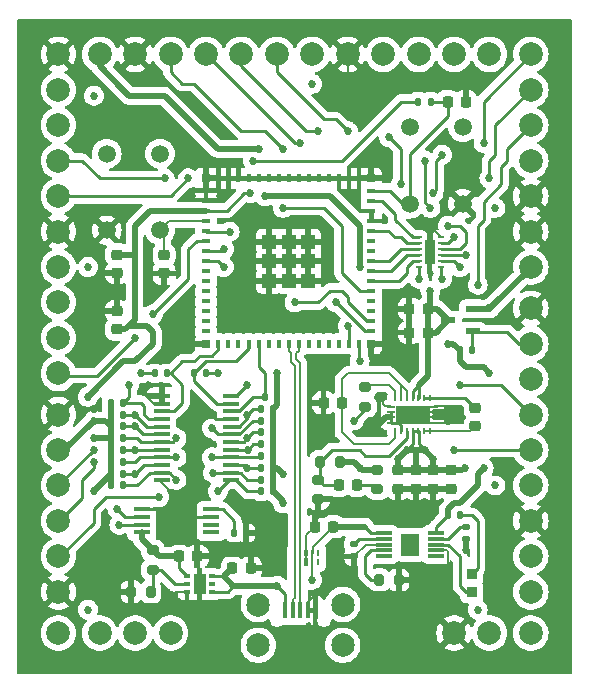
<source format=gbr>
%TF.GenerationSoftware,KiCad,Pcbnew,8.0.6*%
%TF.CreationDate,2024-11-27T15:15:38-08:00*%
%TF.ProjectId,DeskCleanerRobot,4465736b-436c-4656-916e-6572526f626f,rev?*%
%TF.SameCoordinates,Original*%
%TF.FileFunction,Copper,L1,Top*%
%TF.FilePolarity,Positive*%
%FSLAX46Y46*%
G04 Gerber Fmt 4.6, Leading zero omitted, Abs format (unit mm)*
G04 Created by KiCad (PCBNEW 8.0.6) date 2024-11-27 15:15:38*
%MOMM*%
%LPD*%
G01*
G04 APERTURE LIST*
G04 Aperture macros list*
%AMRoundRect*
0 Rectangle with rounded corners*
0 $1 Rounding radius*
0 $2 $3 $4 $5 $6 $7 $8 $9 X,Y pos of 4 corners*
0 Add a 4 corners polygon primitive as box body*
4,1,4,$2,$3,$4,$5,$6,$7,$8,$9,$2,$3,0*
0 Add four circle primitives for the rounded corners*
1,1,$1+$1,$2,$3*
1,1,$1+$1,$4,$5*
1,1,$1+$1,$6,$7*
1,1,$1+$1,$8,$9*
0 Add four rect primitives between the rounded corners*
20,1,$1+$1,$2,$3,$4,$5,0*
20,1,$1+$1,$4,$5,$6,$7,0*
20,1,$1+$1,$6,$7,$8,$9,0*
20,1,$1+$1,$8,$9,$2,$3,0*%
G04 Aperture macros list end*
%TA.AperFunction,SMDPad,CuDef*%
%ADD10O,0.240000X0.600000*%
%TD*%
%TA.AperFunction,SMDPad,CuDef*%
%ADD11R,2.850000X1.580000*%
%TD*%
%TA.AperFunction,SMDPad,CuDef*%
%ADD12R,0.775000X0.200000*%
%TD*%
%TA.AperFunction,SMDPad,CuDef*%
%ADD13R,0.400000X1.400000*%
%TD*%
%TA.AperFunction,ComponentPad*%
%ADD14C,1.995000*%
%TD*%
%TA.AperFunction,ComponentPad*%
%ADD15C,1.500000*%
%TD*%
%TA.AperFunction,SMDPad,CuDef*%
%ADD16RoundRect,0.135000X-0.135000X-0.185000X0.135000X-0.185000X0.135000X0.185000X-0.135000X0.185000X0*%
%TD*%
%TA.AperFunction,SMDPad,CuDef*%
%ADD17R,1.475000X0.450000*%
%TD*%
%TA.AperFunction,SMDPad,CuDef*%
%ADD18R,0.500000X0.250000*%
%TD*%
%TA.AperFunction,SMDPad,CuDef*%
%ADD19R,0.900000X2.000000*%
%TD*%
%TA.AperFunction,SMDPad,CuDef*%
%ADD20R,0.950000X0.900000*%
%TD*%
%TA.AperFunction,SMDPad,CuDef*%
%ADD21R,0.600000X0.350000*%
%TD*%
%TA.AperFunction,SMDPad,CuDef*%
%ADD22R,1.100000X1.700000*%
%TD*%
%TA.AperFunction,SMDPad,CuDef*%
%ADD23R,0.800000X0.400000*%
%TD*%
%TA.AperFunction,SMDPad,CuDef*%
%ADD24R,0.400000X0.800000*%
%TD*%
%TA.AperFunction,SMDPad,CuDef*%
%ADD25R,1.200000X1.200000*%
%TD*%
%TA.AperFunction,SMDPad,CuDef*%
%ADD26R,0.800000X0.800000*%
%TD*%
%TA.AperFunction,SMDPad,CuDef*%
%ADD27R,0.250000X0.625000*%
%TD*%
%TA.AperFunction,SMDPad,CuDef*%
%ADD28R,0.450000X0.700000*%
%TD*%
%TA.AperFunction,SMDPad,CuDef*%
%ADD29R,0.450000X0.575000*%
%TD*%
%TA.AperFunction,SMDPad,CuDef*%
%ADD30R,1.300000X0.600000*%
%TD*%
%TA.AperFunction,SMDPad,CuDef*%
%ADD31R,1.400000X0.300000*%
%TD*%
%TA.AperFunction,SMDPad,CuDef*%
%ADD32R,1.570000X1.880000*%
%TD*%
%TA.AperFunction,ComponentPad*%
%ADD33C,2.000000*%
%TD*%
%TA.AperFunction,SMDPad,CuDef*%
%ADD34RoundRect,0.225000X-0.250000X0.225000X-0.250000X-0.225000X0.250000X-0.225000X0.250000X0.225000X0*%
%TD*%
%TA.AperFunction,SMDPad,CuDef*%
%ADD35RoundRect,0.135000X0.135000X0.185000X-0.135000X0.185000X-0.135000X-0.185000X0.135000X-0.185000X0*%
%TD*%
%TA.AperFunction,SMDPad,CuDef*%
%ADD36RoundRect,0.218750X0.256250X-0.218750X0.256250X0.218750X-0.256250X0.218750X-0.256250X-0.218750X0*%
%TD*%
%TA.AperFunction,SMDPad,CuDef*%
%ADD37RoundRect,0.135000X-0.185000X0.135000X-0.185000X-0.135000X0.185000X-0.135000X0.185000X0.135000X0*%
%TD*%
%TA.AperFunction,SMDPad,CuDef*%
%ADD38RoundRect,0.225000X-0.225000X-0.250000X0.225000X-0.250000X0.225000X0.250000X-0.225000X0.250000X0*%
%TD*%
%TA.AperFunction,SMDPad,CuDef*%
%ADD39RoundRect,0.225000X0.250000X-0.225000X0.250000X0.225000X-0.250000X0.225000X-0.250000X-0.225000X0*%
%TD*%
%TA.AperFunction,SMDPad,CuDef*%
%ADD40RoundRect,0.225000X0.225000X0.250000X-0.225000X0.250000X-0.225000X-0.250000X0.225000X-0.250000X0*%
%TD*%
%TA.AperFunction,SMDPad,CuDef*%
%ADD41RoundRect,0.200000X-0.200000X-0.275000X0.200000X-0.275000X0.200000X0.275000X-0.200000X0.275000X0*%
%TD*%
%TA.AperFunction,SMDPad,CuDef*%
%ADD42RoundRect,0.200000X-0.275000X0.200000X-0.275000X-0.200000X0.275000X-0.200000X0.275000X0.200000X0*%
%TD*%
%TA.AperFunction,SMDPad,CuDef*%
%ADD43RoundRect,0.200000X0.200000X0.275000X-0.200000X0.275000X-0.200000X-0.275000X0.200000X-0.275000X0*%
%TD*%
%TA.AperFunction,ViaPad*%
%ADD44C,0.685800*%
%TD*%
%TA.AperFunction,Conductor*%
%ADD45C,0.254000*%
%TD*%
%TA.AperFunction,Conductor*%
%ADD46C,0.200000*%
%TD*%
%TA.AperFunction,Conductor*%
%ADD47C,0.508000*%
%TD*%
G04 APERTURE END LIST*
D10*
%TO.P,VR1,1,VINA*%
%TO.N,Net-(VR1-EN)*%
X128987000Y-65410000D03*
%TO.P,VR1,2,GND*%
%TO.N,GND*%
X129487000Y-65410000D03*
%TO.P,VR1,3,FB*%
%TO.N,Net-(VR1-FB)*%
X129987000Y-65410000D03*
%TO.P,VR1,4,VOUT_1*%
%TO.N,+3.3V*%
X130487000Y-65410000D03*
%TO.P,VR1,5,VOUT_2*%
X130987000Y-65410000D03*
%TO.P,VR1,6,L2_1*%
%TO.N,Net-(VR1-L2_1)*%
X131487000Y-65410000D03*
%TO.P,VR1,7,L2_2*%
X131987000Y-65410000D03*
%TO.P,VR1,8,L1_1*%
%TO.N,Net-(VR1-L1_1)*%
X131987000Y-62610000D03*
%TO.P,VR1,9,L1_2*%
X131487000Y-62610000D03*
%TO.P,VR1,10,VIN_1*%
%TO.N,ESC+*%
X130987000Y-62610000D03*
%TO.P,VR1,11,VIN_2*%
X130487000Y-62610000D03*
%TO.P,VR1,12,EN*%
%TO.N,Net-(VR1-EN)*%
X129987000Y-62610000D03*
%TO.P,VR1,13,PS/SYNC*%
X129487000Y-62610000D03*
%TO.P,VR1,14,PG*%
%TO.N,Net-(VR1-PG)*%
X128987000Y-62610000D03*
D11*
%TO.P,VR1,15,PGND_1*%
%TO.N,GND*%
X130487000Y-64010000D03*
D12*
%TO.P,VR1,16,PGND_2*%
X128674000Y-63320000D03*
%TO.P,VR1,17,PGND_3*%
X128674000Y-63780000D03*
%TO.P,VR1,18,PGND_4*%
X128674000Y-64240000D03*
%TO.P,VR1,19,PGND_5*%
X128674000Y-64700000D03*
%TO.P,VR1,20,PGND_6*%
X132300000Y-64700000D03*
%TO.P,VR1,21,PGND_7*%
X132300000Y-64240000D03*
%TO.P,VR1,22,PGND_8*%
X132300000Y-63780000D03*
%TO.P,VR1,23,PGND_9*%
X132300000Y-63320000D03*
%TD*%
D13*
%TO.P,USB1,1,1*%
%TO.N,+5V*%
X119700000Y-80580000D03*
%TO.P,USB1,2,2*%
%TO.N,/D-*%
X120350000Y-80580000D03*
%TO.P,USB1,3,3*%
%TO.N,/D+*%
X121000000Y-80580000D03*
%TO.P,USB1,4,4*%
%TO.N,GND*%
X121650000Y-80580000D03*
%TO.P,USB1,5,5*%
X122300000Y-80580000D03*
D14*
%TO.P,USB1,MH1,MH1*%
%TO.N,unconnected-(USB1-PadMH1)*%
X117425000Y-80080000D03*
%TO.P,USB1,MH2,MH2*%
%TO.N,unconnected-(USB1-PadMH2)*%
X124575000Y-80080000D03*
%TO.P,USB1,MH3,MH3*%
%TO.N,unconnected-(USB1-PadMH3)*%
X124575000Y-83530000D03*
%TO.P,USB1,MH4,MH4*%
%TO.N,unconnected-(USB1-PadMH4)*%
X117425000Y-83530000D03*
%TD*%
D15*
%TO.P,RESET1,1,1*%
%TO.N,Net-(IC8-EN)*%
X130250000Y-46150000D03*
%TO.P,RESET1,2,2*%
%TO.N,unconnected-(RESET1-Pad2)*%
X130250000Y-39650000D03*
%TO.P,RESET1,3,3*%
%TO.N,GND*%
X134750000Y-46150000D03*
%TO.P,RESET1,4,4*%
%TO.N,unconnected-(RESET1-Pad4)*%
X134750000Y-39650000D03*
%TD*%
D16*
%TO.P,R28,1*%
%TO.N,Net-(PS1-ILIM)*%
X115390000Y-74000000D03*
%TO.P,R28,2*%
%TO.N,GND*%
X116410000Y-74000000D03*
%TD*%
D17*
%TO.P,PS1,1,STAT*%
%TO.N,unconnected-(PS1-STAT-Pad1)*%
X113438000Y-73975000D03*
%TO.P,PS1,2,D0*%
%TO.N,unconnected-(PS1-D0-Pad2)*%
X113438000Y-73325000D03*
%TO.P,PS1,3,D1*%
%TO.N,GND*%
X113438000Y-72675000D03*
%TO.P,PS1,4,ILIM*%
%TO.N,Net-(PS1-ILIM)*%
X113438000Y-72025000D03*
%TO.P,PS1,5,GND*%
%TO.N,GND*%
X107562000Y-72025000D03*
%TO.P,PS1,6,IN2*%
%TO.N,+3.3V*%
X107562000Y-72675000D03*
%TO.P,PS1,7,OUT*%
%TO.N,3V3PowMux*%
X107562000Y-73325000D03*
%TO.P,PS1,8,IN1*%
%TO.N,3V3USB*%
X107562000Y-73975000D03*
%TD*%
D18*
%TO.P,MD1,1,VM*%
%TO.N,+3.3V*%
X132900000Y-51500000D03*
%TO.P,MD1,2,AOUT1*%
%TO.N,AOUT1*%
X132900000Y-51000000D03*
%TO.P,MD1,3,AOUT2*%
%TO.N,AOUT2*%
X132900000Y-50500000D03*
%TO.P,MD1,4,BOUT1*%
%TO.N,BOUT1*%
X132900000Y-50000000D03*
%TO.P,MD1,5,BOUT2*%
%TO.N,BOUT2*%
X132900000Y-49500000D03*
%TO.P,MD1,6,GND_1*%
%TO.N,GND*%
X132900000Y-49000000D03*
%TO.P,MD1,7,BIN2_/_BENBL*%
%TO.N,Net-(IC8-IO46)*%
X131000000Y-49000000D03*
%TO.P,MD1,8,BIN1_/_BPHASE*%
%TO.N,Net-(IC8-IO45)*%
X131000000Y-49500000D03*
%TO.P,MD1,9,AIN2_/_AENBL*%
%TO.N,Net-(IC8-IO42)*%
X131000000Y-50000000D03*
%TO.P,MD1,10,AIN1_/_APHASE*%
%TO.N,Net-(IC8-IO41)*%
X131000000Y-50500000D03*
%TO.P,MD1,11,MODE*%
%TO.N,Net-(IC8-IO40)*%
X131000000Y-51000000D03*
%TO.P,MD1,12,VCC*%
%TO.N,+3.3V*%
X131000000Y-51500000D03*
D19*
%TO.P,MD1,13,GND_2*%
%TO.N,GND*%
X131950000Y-50250000D03*
%TD*%
D20*
%TO.P,LED1,1,K*%
%TO.N,Net-(BC1-~{CHG})*%
X135500000Y-79000000D03*
%TO.P,LED1,2,A*%
%TO.N,Net-(LED1-A)*%
X135500000Y-77500000D03*
%TD*%
D21*
%TO.P,LDO1,1,OUT*%
%TO.N,3V3USB*%
X111400000Y-77700000D03*
%TO.P,LDO1,2,FB*%
%TO.N,Net-(LDO1-FB)*%
X111400000Y-78350000D03*
%TO.P,LDO1,3,GND*%
%TO.N,GND*%
X111400000Y-79000000D03*
%TO.P,LDO1,4,EN*%
%TO.N,+5V*%
X113500000Y-79000000D03*
%TO.P,LDO1,5,DNC*%
%TO.N,unconnected-(LDO1-DNC-Pad5)*%
X113500000Y-78350000D03*
%TO.P,LDO1,6,IN*%
%TO.N,+5V*%
X113500000Y-77700000D03*
D22*
%TO.P,LDO1,7,THERMALPAD*%
%TO.N,GND*%
X112450000Y-78350000D03*
%TD*%
D23*
%TO.P,IC8,1,GND_1*%
%TO.N,GND*%
X113000000Y-45050000D03*
%TO.P,IC8,2,GND_2*%
X113000000Y-45900000D03*
%TO.P,IC8,3,3V3*%
%TO.N,3V3PowMux*%
X113000000Y-46750000D03*
%TO.P,IC8,4,IO0*%
%TO.N,Net-(IC8-IO0)*%
X113000000Y-47600000D03*
%TO.P,IC8,5,IO1*%
%TO.N,INT0*%
X113000000Y-48450000D03*
%TO.P,IC8,6,IO2*%
%TO.N,INT1*%
X113000000Y-49300000D03*
%TO.P,IC8,7,IO3*%
%TO.N,INT2*%
X113000000Y-50150000D03*
%TO.P,IC8,8,IO4*%
%TO.N,INT3*%
X113000000Y-51000000D03*
%TO.P,IC8,9,IO5*%
%TO.N,unconnected-(IC8-IO5-Pad9)*%
X113000000Y-51850000D03*
%TO.P,IC8,10,IO6*%
%TO.N,unconnected-(IC8-IO6-Pad10)*%
X113000000Y-52700000D03*
%TO.P,IC8,11,IO7*%
%TO.N,unconnected-(IC8-IO7-Pad11)*%
X113000000Y-53550000D03*
%TO.P,IC8,12,IO8*%
%TO.N,unconnected-(IC8-IO8-Pad12)*%
X113000000Y-54400000D03*
%TO.P,IC8,13,IO9*%
%TO.N,unconnected-(IC8-IO9-Pad13)*%
X113000000Y-55250000D03*
%TO.P,IC8,14,IO10*%
%TO.N,unconnected-(IC8-IO10-Pad14)*%
X113000000Y-56100000D03*
%TO.P,IC8,15,IO11*%
%TO.N,unconnected-(IC8-IO11-Pad15)*%
X113000000Y-56950000D03*
D24*
%TO.P,IC8,16,IO12*%
%TO.N,I2CexpanderReset*%
X114050000Y-58000000D03*
%TO.P,IC8,17,IO13*%
%TO.N,unconnected-(IC8-IO13-Pad17)*%
X114900000Y-58000000D03*
%TO.P,IC8,18,IO14*%
%TO.N,unconnected-(IC8-IO14-Pad18)*%
X115750000Y-58000000D03*
%TO.P,IC8,19,IO15*%
%TO.N,Net-(I2Ce1-SDA)*%
X116600000Y-58000000D03*
%TO.P,IC8,20,IO16*%
%TO.N,Net-(I2Ce1-SCL)*%
X117450000Y-58000000D03*
%TO.P,IC8,21,IO17*%
%TO.N,unconnected-(IC8-IO17-Pad21)*%
X118300000Y-58000000D03*
%TO.P,IC8,22,IO18*%
%TO.N,unconnected-(IC8-IO18-Pad22)*%
X119150000Y-58000000D03*
%TO.P,IC8,23,IO19*%
%TO.N,/D-*%
X120000000Y-58000000D03*
%TO.P,IC8,24,IO20*%
%TO.N,/D+*%
X120850000Y-58000000D03*
%TO.P,IC8,25,IO21*%
%TO.N,unconnected-(IC8-IO21-Pad25)*%
X121700000Y-58000000D03*
%TO.P,IC8,26,IO26*%
%TO.N,unconnected-(IC8-IO26-Pad26)*%
X122550000Y-58000000D03*
%TO.P,IC8,27,IO47*%
%TO.N,unconnected-(IC8-IO47-Pad27)*%
X123400000Y-58000000D03*
%TO.P,IC8,28,IO33*%
%TO.N,unconnected-(IC8-IO33-Pad28)*%
X124250000Y-58000000D03*
%TO.P,IC8,29,IO34*%
%TO.N,INT4*%
X125100000Y-58000000D03*
%TO.P,IC8,30,IO48*%
%TO.N,INT5*%
X125950000Y-58000000D03*
D23*
%TO.P,IC8,31,IO35*%
%TO.N,INT6*%
X127000000Y-56950000D03*
%TO.P,IC8,32,IO36*%
%TO.N,INT7*%
X127000000Y-56100000D03*
%TO.P,IC8,33,IO37*%
%TO.N,unconnected-(IC8-IO37-Pad33)*%
X127000000Y-55250000D03*
%TO.P,IC8,34,IO38*%
%TO.N,unconnected-(IC8-IO38-Pad34)*%
X127000000Y-54400000D03*
%TO.P,IC8,35,IO39*%
%TO.N,ESCsignal*%
X127000000Y-53550000D03*
%TO.P,IC8,36,IO40*%
%TO.N,Net-(IC8-IO40)*%
X127000000Y-52700000D03*
%TO.P,IC8,37,IO41*%
%TO.N,Net-(IC8-IO41)*%
X127000000Y-51850000D03*
%TO.P,IC8,38,IO42*%
%TO.N,Net-(IC8-IO42)*%
X127000000Y-51000000D03*
%TO.P,IC8,39,TXD0*%
%TO.N,unconnected-(IC8-TXD0-Pad39)*%
X127000000Y-50150000D03*
%TO.P,IC8,40,RXD0*%
%TO.N,unconnected-(IC8-RXD0-Pad40)*%
X127000000Y-49300000D03*
%TO.P,IC8,41,IO45*%
%TO.N,Net-(IC8-IO45)*%
X127000000Y-48450000D03*
%TO.P,IC8,42,GND_3*%
%TO.N,GND*%
X127000000Y-47600000D03*
%TO.P,IC8,43,GND_4*%
X127000000Y-46750000D03*
%TO.P,IC8,44,IO46*%
%TO.N,Net-(IC8-IO46)*%
X127000000Y-45900000D03*
%TO.P,IC8,45,EN*%
%TO.N,Net-(IC8-EN)*%
X127000000Y-45050000D03*
D24*
%TO.P,IC8,46,GND_5*%
%TO.N,GND*%
X125950000Y-44000000D03*
%TO.P,IC8,47,GND_6*%
X125100000Y-44000000D03*
%TO.P,IC8,48,GND_7*%
X124250000Y-44000000D03*
%TO.P,IC8,49,GND_8*%
X123400000Y-44000000D03*
%TO.P,IC8,50,GND_9*%
X122550000Y-44000000D03*
%TO.P,IC8,51,GND_10*%
X121700000Y-44000000D03*
%TO.P,IC8,52,GND_11*%
X120850000Y-44000000D03*
%TO.P,IC8,53,GND_12*%
X120000000Y-44000000D03*
%TO.P,IC8,54,GND_13*%
X119150000Y-44000000D03*
%TO.P,IC8,55,GND_14*%
X118300000Y-44000000D03*
%TO.P,IC8,56,GND_15*%
X117450000Y-44000000D03*
%TO.P,IC8,57,GND_16*%
X116600000Y-44000000D03*
%TO.P,IC8,58,GND_17*%
X115750000Y-44000000D03*
%TO.P,IC8,59,GND_18*%
X114900000Y-44000000D03*
%TO.P,IC8,60,GND_19*%
X114050000Y-44000000D03*
D25*
%TO.P,IC8,61,GND_20*%
X120000000Y-51000000D03*
D26*
%TO.P,IC8,62,GND_21*%
X113000000Y-44000000D03*
%TO.P,IC8,63,GND_22*%
X113000000Y-58000000D03*
%TO.P,IC8,64,GND_23*%
X127000000Y-58000000D03*
%TO.P,IC8,65,GND_24*%
X127000000Y-44000000D03*
D25*
%TO.P,IC8,66,GND_25*%
X118350000Y-49350000D03*
%TO.P,IC8,67,GND_26*%
X118350000Y-51000000D03*
%TO.P,IC8,68,GND_27*%
X118350000Y-52650000D03*
%TO.P,IC8,69,GND_28*%
X120000000Y-52650000D03*
%TO.P,IC8,70,GND_29*%
X121650000Y-52650000D03*
%TO.P,IC8,71,GND_30*%
X121650000Y-51000000D03*
%TO.P,IC8,72,GND_31*%
X121650000Y-49350000D03*
%TO.P,IC8,73,GND_32*%
X120000000Y-49350000D03*
%TD*%
D17*
%TO.P,I2Ce1,1,A0*%
%TO.N,GND*%
X109262000Y-62425000D03*
%TO.P,I2Ce1,2,A1*%
X109262000Y-63075000D03*
%TO.P,I2Ce1,3,~{RESET}*%
%TO.N,I2CexpanderReset*%
X109262000Y-63725000D03*
%TO.P,I2Ce1,4,SD0*%
%TO.N,SD0*%
X109262000Y-64375000D03*
%TO.P,I2Ce1,5,SC0*%
%TO.N,SC0*%
X109262000Y-65025000D03*
%TO.P,I2Ce1,6,SD1*%
%TO.N,SD1*%
X109262000Y-65675000D03*
%TO.P,I2Ce1,7,SC1*%
%TO.N,SC1*%
X109262000Y-66325000D03*
%TO.P,I2Ce1,8,SD2*%
%TO.N,SD2*%
X109262000Y-66975000D03*
%TO.P,I2Ce1,9,SC2*%
%TO.N,SC2*%
X109262000Y-67625000D03*
%TO.P,I2Ce1,10,SD3*%
%TO.N,SD3*%
X109262000Y-68275000D03*
%TO.P,I2Ce1,11,SC3*%
%TO.N,SC3*%
X109262000Y-68925000D03*
%TO.P,I2Ce1,12,GND*%
%TO.N,GND*%
X109262000Y-69575000D03*
%TO.P,I2Ce1,13,SD4*%
%TO.N,SD4*%
X115138000Y-69575000D03*
%TO.P,I2Ce1,14,SC4*%
%TO.N,SC4*%
X115138000Y-68925000D03*
%TO.P,I2Ce1,15,SD5*%
%TO.N,SD5*%
X115138000Y-68275000D03*
%TO.P,I2Ce1,16,SC5*%
%TO.N,SC5*%
X115138000Y-67625000D03*
%TO.P,I2Ce1,17,SD6*%
%TO.N,SD6*%
X115138000Y-66975000D03*
%TO.P,I2Ce1,18,SC6*%
%TO.N,SC6*%
X115138000Y-66325000D03*
%TO.P,I2Ce1,19,SD7*%
%TO.N,SD7*%
X115138000Y-65675000D03*
%TO.P,I2Ce1,20,SC7*%
%TO.N,SC7*%
X115138000Y-65025000D03*
%TO.P,I2Ce1,21,A2*%
%TO.N,GND*%
X115138000Y-64375000D03*
%TO.P,I2Ce1,22,SCL*%
%TO.N,Net-(I2Ce1-SCL)*%
X115138000Y-63725000D03*
%TO.P,I2Ce1,23,SDA*%
%TO.N,Net-(I2Ce1-SDA)*%
X115138000Y-63075000D03*
%TO.P,I2Ce1,24,VCC*%
%TO.N,+3.3V*%
X115138000Y-62425000D03*
%TD*%
D27*
%TO.P,ESD1,1,I/O_1*%
%TO.N,/D-*%
X120500000Y-76476000D03*
%TO.P,ESD1,2,I/O_2*%
%TO.N,/D+*%
X121000000Y-76476000D03*
D28*
%TO.P,ESD1,3,VSS_1*%
%TO.N,GND*%
X121500000Y-76438000D03*
D27*
%TO.P,ESD1,4,I/O_3*%
%TO.N,+5V*%
X122000000Y-76476000D03*
%TO.P,ESD1,5,I/O_4*%
%TO.N,unconnected-(ESD1-I{slash}O_4-Pad5)*%
X122500000Y-76476000D03*
%TO.P,ESD1,6,NC_1*%
%TO.N,unconnected-(ESD1-NC_1-Pad6)*%
X122500000Y-75700000D03*
%TO.P,ESD1,7,NC_2*%
%TO.N,+5V*%
X122000000Y-75700000D03*
D29*
%TO.P,ESD1,8,VSS_2*%
%TO.N,GND*%
X121500000Y-75675000D03*
D27*
%TO.P,ESD1,9,NC_3*%
%TO.N,/D+*%
X121000000Y-75701000D03*
%TO.P,ESD1,10,NC_4*%
%TO.N,/D-*%
X120500000Y-75701000D03*
%TD*%
D15*
%TO.P,BOOT1,1,1*%
%TO.N,unconnected-(BOOT1-Pad1)*%
X109100000Y-41900000D03*
%TO.P,BOOT1,2,2*%
%TO.N,Net-(IC8-IO0)*%
X109100000Y-48400000D03*
%TO.P,BOOT1,3,3*%
%TO.N,unconnected-(BOOT1-Pad3)*%
X104600000Y-41900000D03*
%TO.P,BOOT1,4,4*%
%TO.N,GND*%
X104600000Y-48400000D03*
%TD*%
D30*
%TO.P,BM1,1,G*%
%TO.N,Net-(BM1-G)*%
X135600000Y-56950000D03*
%TO.P,BM1,2,S*%
%TO.N,+BATT*%
X135600000Y-55050000D03*
%TO.P,BM1,3,D*%
%TO.N,ESC+*%
X133500000Y-56000000D03*
%TD*%
D31*
%TO.P,BC1,1,IN*%
%TO.N,+5V*%
X128100000Y-74000000D03*
%TO.P,BC1,2,ISET*%
%TO.N,Net-(BC1-ISET)*%
X128100000Y-74500000D03*
%TO.P,BC1,3,VSS*%
%TO.N,GND*%
X128100000Y-75000000D03*
%TO.P,BC1,4,PRETERM*%
%TO.N,Net-(BC1-PRETERM)*%
X128100000Y-75500000D03*
%TO.P,BC1,5,~{PG}*%
%TO.N,unconnected-(BC1-~{PG}-Pad5)*%
X128100000Y-76000000D03*
%TO.P,BC1,6,NC*%
%TO.N,unconnected-(BC1-NC-Pad6)*%
X132500000Y-76000000D03*
%TO.P,BC1,7,ISET2*%
%TO.N,GND*%
X132500000Y-75500000D03*
%TO.P,BC1,8,~{CHG}*%
%TO.N,Net-(BC1-~{CHG})*%
X132500000Y-75000000D03*
%TO.P,BC1,9,TS*%
%TO.N,Net-(BC1-TS)*%
X132500000Y-74500000D03*
%TO.P,BC1,10,OUT*%
%TO.N,+BATT*%
X132500000Y-74000000D03*
D32*
%TO.P,BC1,11,EP*%
%TO.N,unconnected-(BC1-EP-Pad11)*%
X130300000Y-75000000D03*
%TD*%
D33*
%TO.P,SC7,1,1*%
%TO.N,SC7*%
X116000000Y-33500000D03*
%TD*%
%TO.P,INT7,1,1*%
%TO.N,INT7*%
X113000000Y-33500000D03*
%TD*%
%TO.P,GN5,1,1*%
%TO.N,GND*%
X140500000Y-73000000D03*
%TD*%
D34*
%TO.P,C2,1*%
%TO.N,+3.3V*%
X130750000Y-68725000D03*
%TO.P,C2,2*%
%TO.N,GND*%
X130750000Y-70275000D03*
%TD*%
D35*
%TO.P,R19,1*%
%TO.N,SC3*%
X106010000Y-70000000D03*
%TO.P,R19,2*%
%TO.N,+3.3V*%
X104990000Y-70000000D03*
%TD*%
%TO.P,R12,1*%
%TO.N,+3.3V*%
X118685000Y-65500000D03*
%TO.P,R12,2*%
%TO.N,SC6*%
X117665000Y-65500000D03*
%TD*%
D16*
%TO.P,R26,1*%
%TO.N,+BATT*%
X134490000Y-58550000D03*
%TO.P,R26,2*%
%TO.N,Net-(BM1-G)*%
X135510000Y-58550000D03*
%TD*%
D35*
%TO.P,R6,1*%
%TO.N,+3.3V*%
X113010000Y-60500000D03*
%TO.P,R6,2*%
%TO.N,Net-(I2Ce1-SDA)*%
X111990000Y-60500000D03*
%TD*%
D36*
%TO.P,L1,1,1*%
%TO.N,Net-(VR1-L2_1)*%
X135787500Y-65000000D03*
%TO.P,L1,2,2*%
%TO.N,Net-(VR1-L1_1)*%
X135787500Y-63425000D03*
%TD*%
D34*
%TO.P,C12,1*%
%TO.N,Net-(IC8-IO0)*%
X109450000Y-50500000D03*
%TO.P,C12,2*%
%TO.N,GND*%
X109450000Y-52050000D03*
%TD*%
D37*
%TO.P,R22,1*%
%TO.N,Net-(BC1-ISET)*%
X125500000Y-74990000D03*
%TO.P,R22,2*%
%TO.N,GND*%
X125500000Y-76010000D03*
%TD*%
D33*
%TO.P,3V1,1,1*%
%TO.N,+3.3V*%
X100500000Y-51500000D03*
%TD*%
D37*
%TO.P,R25,1*%
%TO.N,Net-(BC1-TS)*%
X135000000Y-73500000D03*
%TO.P,R25,2*%
%TO.N,GND*%
X135000000Y-74520000D03*
%TD*%
D33*
%TO.P,-E1,1,1*%
%TO.N,GND*%
X107000000Y-33500000D03*
%TD*%
%TO.P,SD5,1,1*%
%TO.N,SD5*%
X140500000Y-67000000D03*
%TD*%
D35*
%TO.P,R18,1*%
%TO.N,SD3*%
X106010000Y-69000000D03*
%TO.P,R18,2*%
%TO.N,+3.3V*%
X104990000Y-69000000D03*
%TD*%
D33*
%TO.P,SIG1,1,1*%
%TO.N,ESCsignal*%
X110000000Y-33500000D03*
%TD*%
%TO.P,SC3,1,1*%
%TO.N,SC3*%
X107000000Y-82500000D03*
%TD*%
%TO.P,GN0,1,1*%
%TO.N,GND*%
X100500000Y-33500000D03*
%TD*%
%TO.P,SD1,1,1*%
%TO.N,SD1*%
X100500000Y-54500000D03*
%TD*%
D34*
%TO.P,C8,1*%
%TO.N,+3.3V*%
X133750000Y-68725000D03*
%TO.P,C8,2*%
%TO.N,GND*%
X133750000Y-70275000D03*
%TD*%
D33*
%TO.P,3V3,1,1*%
%TO.N,+3.3V*%
X100500000Y-82500000D03*
%TD*%
%TO.P,GN4,1,1*%
%TO.N,GND*%
X134000000Y-82500000D03*
%TD*%
%TO.P,SD6,1,1*%
%TO.N,SD6*%
X140500000Y-39500000D03*
%TD*%
%TO.P,AO1,1,1*%
%TO.N,AOUT1*%
X128000000Y-33500000D03*
%TD*%
D34*
%TO.P,C3,1*%
%TO.N,+3.3V*%
X129250000Y-68725000D03*
%TO.P,C3,2*%
%TO.N,GND*%
X129250000Y-70275000D03*
%TD*%
D38*
%TO.P,C13,1*%
%TO.N,GND*%
X122225000Y-73500000D03*
%TO.P,C13,2*%
%TO.N,+5V*%
X123775000Y-73500000D03*
%TD*%
D35*
%TO.P,R10,1*%
%TO.N,SD0*%
X106000000Y-63000000D03*
%TO.P,R10,2*%
%TO.N,+3.3V*%
X104980000Y-63000000D03*
%TD*%
D33*
%TO.P,+E1,1,1*%
%TO.N,ESC+*%
X104000000Y-33500000D03*
%TD*%
%TO.P,BO2,1,1*%
%TO.N,BOUT2*%
X137000000Y-33500000D03*
%TD*%
D39*
%TO.P,C9,1*%
%TO.N,3V3PowMux*%
X105450000Y-56775000D03*
%TO.P,C9,2*%
%TO.N,GND*%
X105450000Y-55225000D03*
%TD*%
D33*
%TO.P,INT1,1,1*%
%TO.N,INT1*%
X100500000Y-60500000D03*
%TD*%
%TO.P,SW1,1,1*%
%TO.N,GND*%
X140500000Y-55000000D03*
%TD*%
D40*
%TO.P,C7,1*%
%TO.N,Net-(C7-Pad1)*%
X125775000Y-70000000D03*
%TO.P,C7,2*%
%TO.N,Net-(VR1-FB)*%
X124225000Y-70000000D03*
%TD*%
D33*
%TO.P,3V4,1,1*%
%TO.N,+3.3V*%
X137000000Y-82500000D03*
%TD*%
%TO.P,3V7,1,1*%
%TO.N,+3.3V*%
X122000000Y-33500000D03*
%TD*%
D35*
%TO.P,R9,1*%
%TO.N,+3.3V*%
X118685000Y-63500000D03*
%TO.P,R9,2*%
%TO.N,SC7*%
X117665000Y-63500000D03*
%TD*%
%TO.P,R29,1*%
%TO.N,+3.3V*%
X118685000Y-67500000D03*
%TO.P,R29,2*%
%TO.N,SC5*%
X117665000Y-67500000D03*
%TD*%
D33*
%TO.P,SC4,1,1*%
%TO.N,SC4*%
X140500000Y-79000000D03*
%TD*%
D16*
%TO.P,R24,1*%
%TO.N,+BATT*%
X133490000Y-72500000D03*
%TO.P,R24,2*%
%TO.N,Net-(LED1-A)*%
X134510000Y-72500000D03*
%TD*%
D33*
%TO.P,SW2,1,1*%
%TO.N,Net-(BM1-G)*%
X140500000Y-58000000D03*
%TD*%
D35*
%TO.P,R31,1*%
%TO.N,+3.3V*%
X118685000Y-69500000D03*
%TO.P,R31,2*%
%TO.N,SC4*%
X117665000Y-69500000D03*
%TD*%
D34*
%TO.P,C4,1*%
%TO.N,+3.3V*%
X132250000Y-68725000D03*
%TO.P,C4,2*%
%TO.N,GND*%
X132250000Y-70275000D03*
%TD*%
D33*
%TO.P,INT6,1,1*%
%TO.N,INT6*%
X140500000Y-33500000D03*
%TD*%
%TO.P,SD4,1,1*%
%TO.N,SD4*%
X140500000Y-82500000D03*
%TD*%
%TO.P,3V6,1,1*%
%TO.N,+3.3V*%
X140500000Y-42500000D03*
%TD*%
%TO.P,-BAT1,1,1*%
%TO.N,GND*%
X140500000Y-48500000D03*
%TD*%
D35*
%TO.P,R30,1*%
%TO.N,+3.3V*%
X118685000Y-68500000D03*
%TO.P,R30,2*%
%TO.N,SD5*%
X117665000Y-68500000D03*
%TD*%
%TO.P,R17,1*%
%TO.N,SC2*%
X106010000Y-68000000D03*
%TO.P,R17,2*%
%TO.N,+3.3V*%
X104990000Y-68000000D03*
%TD*%
D34*
%TO.P,C10,1*%
%TO.N,3V3PowMux*%
X105450000Y-50450000D03*
%TO.P,C10,2*%
%TO.N,GND*%
X105450000Y-52000000D03*
%TD*%
D33*
%TO.P,3V5,1,1*%
%TO.N,+3.3V*%
X140500000Y-70000000D03*
%TD*%
D41*
%TO.P,R1,1*%
%TO.N,Net-(VR1-FB)*%
X122675000Y-68000000D03*
%TO.P,R1,2*%
%TO.N,+3.3V*%
X124325000Y-68000000D03*
%TD*%
D33*
%TO.P,INT4,1,1*%
%TO.N,INT4*%
X140500000Y-76000000D03*
%TD*%
D35*
%TO.P,R32,1*%
%TO.N,+3.3V*%
X118685000Y-70500000D03*
%TO.P,R32,2*%
%TO.N,SD4*%
X117665000Y-70500000D03*
%TD*%
D33*
%TO.P,BO1,1,1*%
%TO.N,BOUT1*%
X134000000Y-33500000D03*
%TD*%
%TO.P,SC6,1,1*%
%TO.N,SC6*%
X140500000Y-36500000D03*
%TD*%
D35*
%TO.P,R14,1*%
%TO.N,SD1*%
X106000000Y-65000000D03*
%TO.P,R14,2*%
%TO.N,+3.3V*%
X104980000Y-65000000D03*
%TD*%
D33*
%TO.P,INT5,1,1*%
%TO.N,INT5*%
X140500000Y-61000000D03*
%TD*%
%TO.P,+BAT1,1,1*%
%TO.N,+BATT*%
X140500000Y-51500000D03*
%TD*%
%TO.P,INT2,1,1*%
%TO.N,INT2*%
X100500000Y-76000000D03*
%TD*%
D38*
%TO.P,C14,1*%
%TO.N,+5V*%
X115225000Y-77000000D03*
%TO.P,C14,2*%
%TO.N,GND*%
X116775000Y-77000000D03*
%TD*%
D35*
%TO.P,R11,1*%
%TO.N,SC0*%
X106010000Y-64000000D03*
%TO.P,R11,2*%
%TO.N,+3.3V*%
X104990000Y-64000000D03*
%TD*%
D42*
%TO.P,R4,1*%
%TO.N,+3.3V*%
X127500000Y-68675000D03*
%TO.P,R4,2*%
%TO.N,Net-(C7-Pad1)*%
X127500000Y-70325000D03*
%TD*%
D33*
%TO.P,INT3,1,1*%
%TO.N,INT3*%
X110000000Y-82500000D03*
%TD*%
%TO.P,GN3,1,1*%
%TO.N,GND*%
X100500000Y-79000000D03*
%TD*%
D35*
%TO.P,R15,1*%
%TO.N,SC1*%
X106010000Y-66000000D03*
%TO.P,R15,2*%
%TO.N,+3.3V*%
X104990000Y-66000000D03*
%TD*%
D33*
%TO.P,AO2,1,1*%
%TO.N,AOUT2*%
X131000000Y-33500000D03*
%TD*%
%TO.P,INT0,1,1*%
%TO.N,INT0*%
X100500000Y-45500000D03*
%TD*%
%TO.P,SC5,1,1*%
%TO.N,SC5*%
X140500000Y-64000000D03*
%TD*%
D35*
%TO.P,R8,1*%
%TO.N,+3.3V*%
X118685000Y-64500000D03*
%TO.P,R8,2*%
%TO.N,SD7*%
X117665000Y-64500000D03*
%TD*%
D33*
%TO.P,SD3,1,1*%
%TO.N,SD3*%
X104000000Y-82500000D03*
%TD*%
D42*
%TO.P,R20,1*%
%TO.N,3V3USB*%
X108500000Y-75500000D03*
%TO.P,R20,2*%
%TO.N,Net-(LDO1-FB)*%
X108500000Y-77150000D03*
%TD*%
D40*
%TO.P,C6,1*%
%TO.N,ESC+*%
X131775000Y-57050000D03*
%TO.P,C6,2*%
%TO.N,GND*%
X130225000Y-57050000D03*
%TD*%
%TO.P,C1,1*%
%TO.N,Net-(VR1-EN)*%
X124500000Y-63000000D03*
%TO.P,C1,2*%
%TO.N,GND*%
X122950000Y-63000000D03*
%TD*%
D16*
%TO.P,R21,1*%
%TO.N,3V3PowMux*%
X130990000Y-37500000D03*
%TO.P,R21,2*%
%TO.N,Net-(IC8-EN)*%
X132010000Y-37500000D03*
%TD*%
D33*
%TO.P,SD2,1,1*%
%TO.N,SD2*%
X100500000Y-70000000D03*
%TD*%
D35*
%TO.P,R7,1*%
%TO.N,+3.3V*%
X119010000Y-62500000D03*
%TO.P,R7,2*%
%TO.N,Net-(I2Ce1-SCL)*%
X117990000Y-62500000D03*
%TD*%
%TO.P,R13,1*%
%TO.N,+3.3V*%
X118685000Y-66500000D03*
%TO.P,R13,2*%
%TO.N,SD6*%
X117665000Y-66500000D03*
%TD*%
D33*
%TO.P,3V0,1,1*%
%TO.N,+3.3V*%
X100500000Y-36500000D03*
%TD*%
D38*
%TO.P,C11,1*%
%TO.N,Net-(IC8-EN)*%
X133450000Y-37500000D03*
%TO.P,C11,2*%
%TO.N,GND*%
X135000000Y-37500000D03*
%TD*%
D42*
%TO.P,R2,1*%
%TO.N,Net-(VR1-FB)*%
X122500000Y-69500000D03*
%TO.P,R2,2*%
%TO.N,GND*%
X122500000Y-71150000D03*
%TD*%
D35*
%TO.P,R5,1*%
%TO.N,I2CexpanderReset*%
X109685000Y-60500000D03*
%TO.P,R5,2*%
%TO.N,+3.3V*%
X108665000Y-60500000D03*
%TD*%
D33*
%TO.P,SD0,1,1*%
%TO.N,SD0*%
X100500000Y-39500000D03*
%TD*%
%TO.P,SC1,1,1*%
%TO.N,SC1*%
X100500000Y-57500000D03*
%TD*%
%TO.P,SC0,1,1*%
%TO.N,SC0*%
X100500000Y-42500000D03*
%TD*%
%TO.P,SC2,1,1*%
%TO.N,SC2*%
X100500000Y-73000000D03*
%TD*%
D42*
%TO.P,R3,1*%
%TO.N,Net-(VR1-PG)*%
X126500000Y-61675000D03*
%TO.P,R3,2*%
%TO.N,+3.3V*%
X126500000Y-63325000D03*
%TD*%
D33*
%TO.P,GN6,1,1*%
%TO.N,GND*%
X140500000Y-45500000D03*
%TD*%
%TO.P,3V2,1,1*%
%TO.N,+3.3V*%
X100500000Y-67000000D03*
%TD*%
D40*
%TO.P,C5,1*%
%TO.N,ESC+*%
X131775000Y-55050000D03*
%TO.P,C5,2*%
%TO.N,GND*%
X130225000Y-55050000D03*
%TD*%
D33*
%TO.P,GN1,1,1*%
%TO.N,GND*%
X100500000Y-48500000D03*
%TD*%
%TO.P,GN2,1,1*%
%TO.N,GND*%
X100500000Y-64000000D03*
%TD*%
%TO.P,GN7,1,1*%
%TO.N,GND*%
X125000000Y-33500000D03*
%TD*%
%TO.P,SD7,1,1*%
%TO.N,SD7*%
X119000000Y-33500000D03*
%TD*%
D43*
%TO.P,R27,1*%
%TO.N,Net-(LDO1-FB)*%
X108325000Y-79000000D03*
%TO.P,R27,2*%
%TO.N,GND*%
X106675000Y-79000000D03*
%TD*%
D38*
%TO.P,C15,1*%
%TO.N,3V3USB*%
X110725000Y-76000000D03*
%TO.P,C15,2*%
%TO.N,GND*%
X112275000Y-76000000D03*
%TD*%
D41*
%TO.P,R23,2*%
%TO.N,GND*%
X129325000Y-78000000D03*
%TO.P,R23,1*%
%TO.N,Net-(BC1-PRETERM)*%
X127675000Y-78000000D03*
%TD*%
D35*
%TO.P,R16,1*%
%TO.N,SD2*%
X106010000Y-67000000D03*
%TO.P,R16,2*%
%TO.N,+3.3V*%
X104990000Y-67000000D03*
%TD*%
D44*
%TO.N,+5V*%
X119000000Y-78500000D03*
X122000000Y-78000000D03*
%TO.N,+BATT*%
X133500000Y-58000000D03*
X136500000Y-68500000D03*
X137000000Y-55000000D03*
X137000000Y-60500000D03*
%TO.N,ESC+*%
X132000000Y-53500000D03*
X126000000Y-51500000D03*
X118000000Y-45500000D03*
X117500000Y-41500000D03*
%TO.N,+3.3V*%
X125500000Y-64500000D03*
X131000000Y-52500000D03*
X116500000Y-61500000D03*
X119500000Y-69000000D03*
X126000000Y-68500000D03*
X134903100Y-68500000D03*
X107500000Y-60500000D03*
X137500000Y-70000000D03*
X119500000Y-71500000D03*
X103000000Y-80500000D03*
X129250000Y-67750000D03*
X105500000Y-72000000D03*
X103000000Y-51500000D03*
X137500000Y-46500000D03*
X130000000Y-67000000D03*
X103500000Y-64500000D03*
X119000000Y-60500000D03*
X103500000Y-37000000D03*
X103500000Y-66000000D03*
X114000000Y-60500000D03*
X133000000Y-52500000D03*
X103500000Y-70500000D03*
X132250000Y-67750000D03*
X131500000Y-67000000D03*
X136000000Y-80500000D03*
X122000000Y-36000000D03*
%TO.N,3V3PowMux*%
X116750000Y-45250000D03*
X103000000Y-62500000D03*
X117000000Y-42500000D03*
X105675000Y-73325000D03*
%TO.N,SC2*%
X110500000Y-67625000D03*
X103500000Y-68000000D03*
%TO.N,SD0*%
X106500000Y-61500000D03*
%TO.N,SD5*%
X134000000Y-67000000D03*
X116500000Y-68500000D03*
%TO.N,SD4*%
X114000000Y-70500000D03*
%TO.N,SD3*%
X107000000Y-69000000D03*
%TO.N,SD2*%
X103500000Y-67000000D03*
X107000000Y-67000000D03*
%TO.N,SD1*%
X107000000Y-65000000D03*
%TO.N,SC0*%
X109500000Y-44000000D03*
X107000000Y-64000000D03*
%TO.N,SD7*%
X113500000Y-65162500D03*
X125000000Y-40000000D03*
%TO.N,SC3*%
X110500000Y-69500000D03*
%TO.N,SC5*%
X134500000Y-61500000D03*
X113500000Y-67625000D03*
%TO.N,SC1*%
X110500000Y-66000000D03*
%TO.N,SC6*%
X116500000Y-66000000D03*
X137000000Y-44000000D03*
%TO.N,SD6*%
X116525000Y-66955100D03*
X136000000Y-53000000D03*
%TO.N,SC7*%
X116500000Y-64000000D03*
X122500000Y-40000000D03*
%TO.N,SC4*%
X113575000Y-68925000D03*
%TO.N,AOUT2*%
X131500000Y-42500000D03*
X135000000Y-50500000D03*
X132000000Y-46500000D03*
%TO.N,BOUT1*%
X133000000Y-42000000D03*
X133500000Y-48000000D03*
X132250000Y-45250000D03*
%TO.N,BOUT2*%
X134000000Y-49000000D03*
%TO.N,AOUT1*%
X129500000Y-44500000D03*
X134500000Y-51500000D03*
X128500000Y-40500000D03*
%TO.N,INT0*%
X111500000Y-44000000D03*
X115000000Y-48500000D03*
%TO.N,INT4*%
X125000000Y-56500000D03*
%TO.N,ESCsignal*%
X119500000Y-46500000D03*
X119500000Y-41500000D03*
%TO.N,INT7*%
X120500000Y-54500000D03*
X121000000Y-41000000D03*
%TO.N,INT2*%
X114500000Y-50000000D03*
X109000000Y-71000000D03*
%TO.N,INT5*%
X126000000Y-59500000D03*
%TO.N,INT6*%
X136500000Y-41000000D03*
X124000000Y-54500000D03*
%TO.N,INT1*%
X107000000Y-57500000D03*
X108500000Y-55500000D03*
%TO.N,INT3*%
X114500000Y-51500000D03*
%TO.N,GND*%
X117000000Y-72000000D03*
X138500000Y-55500000D03*
X105500000Y-53500000D03*
X131500000Y-72000000D03*
X133500000Y-77000000D03*
X122500000Y-79000000D03*
X113500000Y-64000000D03*
X138000000Y-51000000D03*
X135500000Y-36000000D03*
X110000000Y-73000000D03*
X103500000Y-63500000D03*
X125500000Y-45500000D03*
X127500000Y-65000000D03*
X118500000Y-55000000D03*
X110000000Y-79500000D03*
X106500000Y-77500000D03*
X107500000Y-62000000D03*
X124000000Y-71500000D03*
X131000000Y-78000000D03*
X114000000Y-75500000D03*
X116500000Y-53000000D03*
X103000000Y-78000000D03*
X128000000Y-62500000D03*
X113000000Y-42500000D03*
X138000000Y-72000000D03*
X123000000Y-65000000D03*
X135000000Y-75500000D03*
X109000000Y-53500000D03*
X125000000Y-36000000D03*
X138000000Y-48500000D03*
X107500000Y-35500000D03*
X103000000Y-35500000D03*
X132500000Y-80500000D03*
X128000000Y-72000000D03*
X128500000Y-58000000D03*
X110500000Y-71000000D03*
X131950000Y-48000000D03*
X116500000Y-48500000D03*
X130000000Y-58500000D03*
X111500000Y-72500000D03*
X116500000Y-51000000D03*
X133500000Y-64500000D03*
X125500000Y-77000000D03*
X127000000Y-42500000D03*
X111000000Y-58000000D03*
X134500000Y-44500000D03*
X133500000Y-63500000D03*
X118500000Y-47500000D03*
X103000000Y-47500000D03*
%TD*%
D45*
%TO.N,Net-(PS1-ILIM)*%
X114429500Y-72025000D02*
X113438000Y-72025000D01*
X115390000Y-74000000D02*
X115390000Y-72985500D01*
X115390000Y-72985500D02*
X114429500Y-72025000D01*
D46*
%TO.N,+5V*%
X122000000Y-76501000D02*
X122000000Y-78000000D01*
D45*
X113500000Y-77700000D02*
X114525000Y-77700000D01*
D46*
X123775000Y-73500000D02*
X122025000Y-75250000D01*
D47*
X119000000Y-78500000D02*
X116000000Y-78500000D01*
D45*
X128100000Y-74000000D02*
X127000000Y-74000000D01*
X119700000Y-80580000D02*
X119700000Y-79200000D01*
X113500000Y-79000000D02*
X114825000Y-79000000D01*
D47*
X126500000Y-73500000D02*
X123775000Y-73500000D01*
D46*
X122025000Y-75250000D02*
X122025000Y-75700000D01*
D47*
X114525000Y-77700000D02*
X115325000Y-78500000D01*
D45*
X119700000Y-79200000D02*
X119000000Y-78500000D01*
X114825000Y-79000000D02*
X115325000Y-78500000D01*
D47*
X115325000Y-78500000D02*
X116000000Y-78500000D01*
D46*
X122000000Y-76501000D02*
X122000000Y-75725000D01*
D45*
X127000000Y-74000000D02*
X126500000Y-73500000D01*
D47*
X114525000Y-77700000D02*
X115225000Y-77000000D01*
D45*
%TO.N,Net-(BC1-TS)*%
X134500000Y-73500000D02*
X135000000Y-73500000D01*
X132500000Y-74500000D02*
X133500000Y-74500000D01*
X133500000Y-74500000D02*
X134500000Y-73500000D01*
%TO.N,Net-(BC1-PRETERM)*%
X126500000Y-76000000D02*
X126500000Y-77500000D01*
X127000000Y-75500000D02*
X126500000Y-76000000D01*
X128100000Y-75500000D02*
X127000000Y-75500000D01*
X127000000Y-78000000D02*
X127675000Y-78000000D01*
X126500000Y-77500000D02*
X127000000Y-78000000D01*
%TO.N,Net-(BC1-~{CHG})*%
X135000000Y-79000000D02*
X135500000Y-79000000D01*
X134500000Y-78500000D02*
X135000000Y-79000000D01*
X133500000Y-75000000D02*
X134500000Y-76000000D01*
X132500000Y-75000000D02*
X133500000Y-75000000D01*
X134500000Y-76000000D02*
X134500000Y-78500000D01*
D47*
%TO.N,+BATT*%
X134000000Y-71500000D02*
X134500000Y-71500000D01*
X136000000Y-70000000D02*
X136000000Y-69000000D01*
D45*
X132500000Y-73490000D02*
X133490000Y-72500000D01*
D47*
X135000000Y-71000000D02*
X136000000Y-70000000D01*
X133500000Y-58000000D02*
X133940000Y-58000000D01*
X133490000Y-72500000D02*
X133490000Y-72010000D01*
X136950000Y-55050000D02*
X135600000Y-55050000D01*
X136000000Y-69000000D02*
X136500000Y-68500000D01*
X136500000Y-60000000D02*
X135000000Y-60000000D01*
X140500000Y-51550000D02*
X137050000Y-55000000D01*
X135000000Y-60000000D02*
X134490000Y-59490000D01*
X137000000Y-55000000D02*
X136950000Y-55050000D01*
X134490000Y-59490000D02*
X134490000Y-58550000D01*
D45*
X132500000Y-74000000D02*
X132500000Y-73490000D01*
D47*
X133490000Y-72010000D02*
X134000000Y-71500000D01*
X133940000Y-58000000D02*
X134490000Y-58550000D01*
X137050000Y-55000000D02*
X137000000Y-55000000D01*
X134500000Y-71500000D02*
X135000000Y-71000000D01*
X137000000Y-60500000D02*
X136500000Y-60000000D01*
D45*
%TO.N,Net-(BC1-ISET)*%
X125500000Y-74990000D02*
X125990000Y-74500000D01*
X125990000Y-74500000D02*
X128100000Y-74500000D01*
%TO.N,Net-(BM1-G)*%
X140500000Y-58000000D02*
X139500000Y-58000000D01*
X138500000Y-57000000D02*
X135650000Y-57000000D01*
X135650000Y-57000000D02*
X135600000Y-56950000D01*
X135510000Y-57040000D02*
X135600000Y-56950000D01*
X135510000Y-58550000D02*
X135510000Y-57040000D01*
X139500000Y-58000000D02*
X138500000Y-57000000D01*
D47*
%TO.N,ESC+*%
X106000000Y-36500000D02*
X106500000Y-37000000D01*
X132550000Y-55050000D02*
X133500000Y-56000000D01*
X126000000Y-48000000D02*
X126000000Y-51500000D01*
X131775000Y-57050000D02*
X131775000Y-55050000D01*
X131775000Y-55050000D02*
X132550000Y-55050000D01*
X104000000Y-33500000D02*
X104000000Y-34500000D01*
X133500000Y-56000000D02*
X132450000Y-57050000D01*
X131775000Y-60725000D02*
X131775000Y-57050000D01*
X124000000Y-46000000D02*
X126000000Y-48000000D01*
X109500000Y-37000000D02*
X114000000Y-41500000D01*
X104000000Y-34500000D02*
X106000000Y-36500000D01*
D45*
X130500000Y-62600000D02*
X130500000Y-62000000D01*
D47*
X118000000Y-45500000D02*
X123500000Y-45500000D01*
X114000000Y-41500000D02*
X117500000Y-41500000D01*
D45*
X130500000Y-62000000D02*
X131000000Y-61500000D01*
D47*
X132000000Y-53500000D02*
X132000000Y-54825000D01*
X131000000Y-61500000D02*
X131775000Y-60725000D01*
X106500000Y-37000000D02*
X109500000Y-37000000D01*
X132450000Y-57050000D02*
X131775000Y-57050000D01*
D45*
X131000000Y-62600000D02*
X131000000Y-61500000D01*
D47*
X132000000Y-54825000D02*
X131775000Y-55050000D01*
X123500000Y-45500000D02*
X124000000Y-46000000D01*
%TO.N,+3.3V*%
X118685000Y-68500000D02*
X119000000Y-68500000D01*
X101000000Y-67000000D02*
X103500000Y-64500000D01*
X129250000Y-68725000D02*
X130750000Y-68725000D01*
X104990000Y-69010000D02*
X103500000Y-70500000D01*
X131000000Y-67000000D02*
X130500000Y-67000000D01*
X119500000Y-71500000D02*
X119500000Y-71315000D01*
D45*
X114938000Y-62425000D02*
X115575000Y-62425000D01*
X113010000Y-60500000D02*
X114000000Y-60500000D01*
D47*
X104480000Y-64500000D02*
X104980000Y-65000000D01*
X126175000Y-68675000D02*
X126000000Y-68500000D01*
D45*
X106175000Y-72675000D02*
X107562000Y-72675000D01*
D47*
X119010000Y-63175000D02*
X118685000Y-63500000D01*
X130500000Y-67000000D02*
X130000000Y-67000000D01*
X119010000Y-62500000D02*
X119010000Y-63175000D01*
X127500000Y-68675000D02*
X126175000Y-68675000D01*
X119010000Y-60510000D02*
X119000000Y-60500000D01*
X132250000Y-67750000D02*
X131500000Y-67000000D01*
X134678100Y-68725000D02*
X134903100Y-68500000D01*
X133750000Y-68725000D02*
X130750000Y-68725000D01*
X132250000Y-68725000D02*
X132250000Y-67750000D01*
X119500000Y-71315000D02*
X118685000Y-70500000D01*
D45*
X115575000Y-62425000D02*
X116500000Y-61500000D01*
X132900000Y-51500000D02*
X132900000Y-52400000D01*
D47*
X104980000Y-63000000D02*
X104980000Y-69990000D01*
D45*
X132900000Y-52400000D02*
X133000000Y-52500000D01*
X131000000Y-51500000D02*
X131000000Y-52500000D01*
D47*
X119000000Y-68500000D02*
X119500000Y-69000000D01*
X100500000Y-67000000D02*
X101000000Y-67000000D01*
D45*
X130500000Y-65400000D02*
X131000000Y-65400000D01*
D47*
X130000000Y-67000000D02*
X129250000Y-67750000D01*
D45*
X130500000Y-66500000D02*
X130000000Y-67000000D01*
X104980000Y-69990000D02*
X104990000Y-70000000D01*
D47*
X133750000Y-68725000D02*
X134678100Y-68725000D01*
D45*
X104990000Y-69000000D02*
X104990000Y-69010000D01*
D47*
X125500000Y-68000000D02*
X126000000Y-68500000D01*
X103500000Y-64500000D02*
X104480000Y-64500000D01*
X104990000Y-66000000D02*
X103500000Y-66000000D01*
X124325000Y-68000000D02*
X125500000Y-68000000D01*
D45*
X105500000Y-72000000D02*
X106175000Y-72675000D01*
D47*
X131500000Y-67000000D02*
X131000000Y-67000000D01*
X130750000Y-67500000D02*
X130750000Y-67225000D01*
X119010000Y-62500000D02*
X119010000Y-60510000D01*
D45*
X108665000Y-60500000D02*
X107500000Y-60500000D01*
D47*
X118685000Y-63500000D02*
X118685000Y-70500000D01*
D45*
X126500000Y-63500000D02*
X125500000Y-64500000D01*
D47*
X130750000Y-68725000D02*
X130750000Y-67500000D01*
D45*
X131000000Y-66500000D02*
X131500000Y-67000000D01*
D47*
X129250000Y-67750000D02*
X129250000Y-68725000D01*
D45*
X130500000Y-65400000D02*
X130500000Y-66500000D01*
X131000000Y-65400000D02*
X131000000Y-66500000D01*
X126500000Y-63325000D02*
X126500000Y-63500000D01*
D46*
%TO.N,Net-(IC8-IO0)*%
X109450000Y-50500000D02*
X109450000Y-48750000D01*
X109450000Y-48750000D02*
X109100000Y-48400000D01*
X109900000Y-47600000D02*
X113000000Y-47600000D01*
X109100000Y-48400000D02*
X109900000Y-47600000D01*
D47*
%TO.N,3V3PowMux*%
X103000000Y-62500000D02*
X106000000Y-59500000D01*
X108500000Y-58000000D02*
X108500000Y-57000000D01*
X108000000Y-56500000D02*
X106450000Y-56500000D01*
X106950000Y-48050000D02*
X108250000Y-46750000D01*
D45*
X114750000Y-46750000D02*
X113000000Y-46750000D01*
D47*
X108500000Y-57000000D02*
X108000000Y-56500000D01*
X106000000Y-59500000D02*
X107000000Y-59500000D01*
D45*
X107562000Y-73325000D02*
X105675000Y-73325000D01*
D47*
X106950000Y-50500000D02*
X106900000Y-50450000D01*
X106450000Y-56500000D02*
X106950000Y-56000000D01*
D45*
X116250000Y-45250000D02*
X114750000Y-46750000D01*
D47*
X105450000Y-56775000D02*
X106175000Y-56775000D01*
D45*
X129500000Y-37500000D02*
X130990000Y-37500000D01*
D47*
X106950000Y-56000000D02*
X106950000Y-50500000D01*
D45*
X117000000Y-42500000D02*
X124500000Y-42500000D01*
X116750000Y-45250000D02*
X116250000Y-45250000D01*
X124500000Y-42500000D02*
X129500000Y-37500000D01*
D47*
X106900000Y-50450000D02*
X105450000Y-50450000D01*
X106450000Y-56500000D02*
X106175000Y-56775000D01*
X107000000Y-59500000D02*
X108500000Y-58000000D01*
X108250000Y-46750000D02*
X113000000Y-46750000D01*
X106950000Y-50500000D02*
X106950000Y-48050000D01*
D45*
%TO.N,Net-(IC8-EN)*%
X128550000Y-45050000D02*
X129750000Y-46250000D01*
X129750000Y-46250000D02*
X130250000Y-46250000D01*
X133450000Y-37500000D02*
X133450000Y-38705855D01*
X127000000Y-45050000D02*
X128550000Y-45050000D01*
X132010000Y-37500000D02*
X133450000Y-37500000D01*
X130250000Y-41905855D02*
X130250000Y-46250000D01*
X133450000Y-38705855D02*
X130250000Y-41905855D01*
D47*
%TO.N,3V3USB*%
X107562000Y-74562000D02*
X107562000Y-73975000D01*
X108500000Y-75500000D02*
X107562000Y-74562000D01*
X110725000Y-76000000D02*
X109000000Y-76000000D01*
X109000000Y-76000000D02*
X108500000Y-75500000D01*
D45*
X110725000Y-77025000D02*
X110725000Y-76000000D01*
X111400000Y-77700000D02*
X110725000Y-77025000D01*
D46*
%TO.N,/D+*%
X120977000Y-59655972D02*
X120652000Y-59330972D01*
X120652000Y-58798001D02*
X120850000Y-58600001D01*
X121000000Y-75257249D02*
X120977000Y-75234249D01*
X121000000Y-76501000D02*
X121000000Y-80580000D01*
X120652000Y-59330972D02*
X120652000Y-58798001D01*
X121000000Y-75726000D02*
X121000000Y-75257249D01*
X120850000Y-58600001D02*
X120850000Y-58000000D01*
X120977000Y-75234249D02*
X120977000Y-59655972D01*
X121000000Y-76501000D02*
X121000000Y-75726000D01*
%TO.N,/D-*%
X120500000Y-76501000D02*
X120500000Y-75726000D01*
X120523000Y-59844028D02*
X120198000Y-59519028D01*
X120500000Y-76501000D02*
X120500000Y-79500000D01*
X120198000Y-58798001D02*
X120000000Y-58600001D01*
X120198000Y-59519028D02*
X120198000Y-58798001D01*
X120500000Y-75726000D02*
X120500000Y-75257249D01*
X120000000Y-58600001D02*
X120000000Y-58000000D01*
X120500000Y-79500000D02*
X120350000Y-79650000D01*
X120350000Y-79650000D02*
X120350000Y-80580000D01*
X120500000Y-75257249D02*
X120523000Y-75234249D01*
X120523000Y-75234249D02*
X120523000Y-59844028D01*
D45*
%TO.N,SC2*%
X106010000Y-68000000D02*
X107000000Y-68000000D01*
X100500000Y-73100000D02*
X102500000Y-71100000D01*
X102500000Y-71100000D02*
X102500000Y-69500000D01*
X107000000Y-68000000D02*
X107375000Y-67625000D01*
X103500000Y-68500000D02*
X103500000Y-68000000D01*
X102500000Y-69500000D02*
X103500000Y-68500000D01*
X107375000Y-67625000D02*
X109062000Y-67625000D01*
X110500000Y-67625000D02*
X109062000Y-67625000D01*
%TO.N,SD0*%
X106500000Y-62500000D02*
X106000000Y-63000000D01*
X109062000Y-64375000D02*
X108144408Y-64375000D01*
X108144408Y-64375000D02*
X107769408Y-64000000D01*
X107769408Y-64000000D02*
X107769408Y-63269408D01*
X107500000Y-63000000D02*
X106000000Y-63000000D01*
X106500000Y-61500000D02*
X106500000Y-62500000D01*
X107769408Y-63269408D02*
X107500000Y-63000000D01*
%TO.N,Net-(C7-Pad1)*%
X125775000Y-70000000D02*
X127175000Y-70000000D01*
X127175000Y-70000000D02*
X127500000Y-70325000D01*
%TO.N,SD5*%
X116275000Y-68275000D02*
X116500000Y-68500000D01*
X114938000Y-68275000D02*
X116275000Y-68275000D01*
X116500000Y-68500000D02*
X117665000Y-68500000D01*
X140500000Y-67000000D02*
X134000000Y-67000000D01*
%TO.N,SD4*%
X116500000Y-70500000D02*
X117665000Y-70500000D01*
X115575000Y-69575000D02*
X116500000Y-70500000D01*
X114925000Y-69575000D02*
X114938000Y-69575000D01*
X114000000Y-70500000D02*
X114925000Y-69575000D01*
X114938000Y-69575000D02*
X115575000Y-69575000D01*
%TO.N,SD3*%
X109062000Y-68275000D02*
X107725000Y-68275000D01*
X107000000Y-69000000D02*
X106010000Y-69000000D01*
X107725000Y-68275000D02*
X107000000Y-69000000D01*
%TO.N,SD2*%
X107025000Y-66975000D02*
X107000000Y-67000000D01*
X106010000Y-67000000D02*
X107000000Y-67000000D01*
X109037000Y-67000000D02*
X109062000Y-66975000D01*
X100500000Y-70050000D02*
X100500000Y-70000000D01*
X109062000Y-66975000D02*
X107025000Y-66975000D01*
X100500000Y-70000000D02*
X103500000Y-67000000D01*
%TO.N,SD1*%
X107000000Y-65000000D02*
X106000000Y-65000000D01*
X109062000Y-65675000D02*
X107675000Y-65675000D01*
X107675000Y-65675000D02*
X107000000Y-65000000D01*
%TO.N,SC0*%
X108025000Y-65025000D02*
X107000000Y-64000000D01*
X106010000Y-64000000D02*
X107000000Y-64000000D01*
X102500000Y-42500000D02*
X100500000Y-42500000D01*
X109062000Y-65025000D02*
X108025000Y-65025000D01*
X109500000Y-44000000D02*
X104000000Y-44000000D01*
X104000000Y-44000000D02*
X102500000Y-42500000D01*
%TO.N,SD7*%
X114012500Y-65675000D02*
X114938000Y-65675000D01*
X114938000Y-65675000D02*
X115825000Y-65675000D01*
X124000000Y-39000000D02*
X125000000Y-40000000D01*
X119000000Y-33500000D02*
X119000000Y-35000000D01*
X113500000Y-65162500D02*
X114012500Y-65675000D01*
X115825000Y-65675000D02*
X117000000Y-64500000D01*
X119000000Y-35000000D02*
X123000000Y-39000000D01*
X117000000Y-64500000D02*
X117665000Y-64500000D01*
X123000000Y-39000000D02*
X124000000Y-39000000D01*
%TO.N,SC3*%
X110500000Y-69500000D02*
X109925000Y-68925000D01*
X106010000Y-70000000D02*
X107166500Y-70000000D01*
X108241500Y-68925000D02*
X109062000Y-68925000D01*
X107166500Y-70000000D02*
X108241500Y-68925000D01*
X109925000Y-68925000D02*
X109062000Y-68925000D01*
%TO.N,SC5*%
X117540000Y-67625000D02*
X117665000Y-67500000D01*
X114938000Y-67625000D02*
X117540000Y-67625000D01*
X138000000Y-61500000D02*
X140500000Y-64000000D01*
X134500000Y-61500000D02*
X138000000Y-61500000D01*
X113500000Y-67625000D02*
X114938000Y-67625000D01*
%TO.N,SC1*%
X110175000Y-66325000D02*
X109062000Y-66325000D01*
X107500000Y-66325000D02*
X109062000Y-66325000D01*
X107175000Y-66000000D02*
X107500000Y-66325000D01*
X110500000Y-66000000D02*
X110175000Y-66325000D01*
X106010000Y-66000000D02*
X107175000Y-66000000D01*
%TO.N,SC6*%
X137000000Y-44000000D02*
X137000000Y-42500000D01*
X114938000Y-66325000D02*
X116175000Y-66325000D01*
X116175000Y-66325000D02*
X116500000Y-66000000D01*
X137500000Y-39500000D02*
X140500000Y-36500000D01*
X137500000Y-42000000D02*
X137500000Y-39500000D01*
X117000000Y-65500000D02*
X116500000Y-66000000D01*
X137000000Y-42500000D02*
X137500000Y-42000000D01*
X117665000Y-65500000D02*
X117000000Y-65500000D01*
%TO.N,SD6*%
X138000000Y-44500000D02*
X138000000Y-43000000D01*
X114938000Y-66975000D02*
X116505100Y-66975000D01*
X117665000Y-66500000D02*
X117000000Y-66500000D01*
X136000000Y-48000000D02*
X136500000Y-47500000D01*
X117000000Y-66500000D02*
X116525000Y-66975000D01*
X136500000Y-46000000D02*
X138000000Y-44500000D01*
X136000000Y-53000000D02*
X136000000Y-48000000D01*
X138000000Y-43000000D02*
X138500000Y-42500000D01*
X138500000Y-41500000D02*
X140500000Y-39500000D01*
X138500000Y-42500000D02*
X138500000Y-41500000D01*
X136500000Y-47500000D02*
X136500000Y-46000000D01*
X116505100Y-66975000D02*
X116525000Y-66955100D01*
%TO.N,SC7*%
X116000000Y-34500000D02*
X121500000Y-40000000D01*
X115758500Y-65025000D02*
X114938000Y-65025000D01*
X116500000Y-64000000D02*
X117000000Y-63500000D01*
X116500000Y-64000000D02*
X116500000Y-64283500D01*
X116500000Y-64283500D02*
X115758500Y-65025000D01*
X117000000Y-63500000D02*
X117665000Y-63500000D01*
X121500000Y-40000000D02*
X122500000Y-40000000D01*
X116000000Y-33500000D02*
X116000000Y-34500000D01*
%TO.N,SC4*%
X114938000Y-68925000D02*
X115925000Y-68925000D01*
X116500000Y-69500000D02*
X117665000Y-69500000D01*
X115925000Y-68925000D02*
X116500000Y-69500000D01*
X113575000Y-68925000D02*
X114938000Y-68925000D01*
%TO.N,AOUT2*%
X132900000Y-50500000D02*
X135000000Y-50500000D01*
X131500000Y-42500000D02*
X131500000Y-46000000D01*
X131500000Y-46000000D02*
X132000000Y-46500000D01*
%TO.N,BOUT1*%
X134500000Y-50000000D02*
X135000000Y-49500000D01*
X135000000Y-49500000D02*
X135000000Y-48500000D01*
X135000000Y-48500000D02*
X134500000Y-48000000D01*
X134500000Y-48000000D02*
X133500000Y-48000000D01*
X132250000Y-45250000D02*
X132500000Y-45000000D01*
X132500000Y-42500000D02*
X133000000Y-42000000D01*
X132900000Y-50000000D02*
X134500000Y-50000000D01*
X132500000Y-45000000D02*
X132500000Y-42500000D01*
%TO.N,BOUT2*%
X132900000Y-49500000D02*
X133500000Y-49500000D01*
X133500000Y-49500000D02*
X134000000Y-49000000D01*
%TO.N,AOUT1*%
X132900000Y-51000000D02*
X134000000Y-51000000D01*
X129500000Y-41500000D02*
X128500000Y-40500000D01*
X134000000Y-51000000D02*
X134500000Y-51500000D01*
X129500000Y-44500000D02*
X129500000Y-41500000D01*
%TO.N,INT0*%
X113050000Y-48500000D02*
X113000000Y-48450000D01*
X110000000Y-45500000D02*
X111500000Y-44000000D01*
X115000000Y-48500000D02*
X113050000Y-48500000D01*
X100500000Y-45500000D02*
X110000000Y-45500000D01*
%TO.N,INT4*%
X125100000Y-56600000D02*
X125100000Y-58000000D01*
X125000000Y-56500000D02*
X125100000Y-56600000D01*
%TO.N,ESCsignal*%
X119500000Y-41500000D02*
X118000000Y-40000000D01*
X119500000Y-46500000D02*
X123000000Y-46500000D01*
X118000000Y-40000000D02*
X116000000Y-40000000D01*
X111000000Y-36000000D02*
X110000000Y-35000000D01*
X126050000Y-53550000D02*
X127000000Y-53550000D01*
X124500000Y-52000000D02*
X126050000Y-53550000D01*
X112000000Y-36000000D02*
X111000000Y-36000000D01*
X123000000Y-46500000D02*
X124500000Y-48000000D01*
X124500000Y-48000000D02*
X124500000Y-52000000D01*
X116000000Y-40000000D02*
X112000000Y-36000000D01*
X110000000Y-35000000D02*
X110000000Y-33500000D01*
%TO.N,INT7*%
X120500000Y-41000000D02*
X121000000Y-41000000D01*
X125000000Y-54500000D02*
X126600000Y-56100000D01*
X126600000Y-56100000D02*
X127000000Y-56100000D01*
X125000000Y-54000000D02*
X125000000Y-54500000D01*
X123500000Y-53500000D02*
X124500000Y-53500000D01*
X122500000Y-54500000D02*
X123500000Y-53500000D01*
X124500000Y-53500000D02*
X125000000Y-54000000D01*
X113000000Y-33500000D02*
X120500000Y-41000000D01*
X120500000Y-54500000D02*
X122500000Y-54500000D01*
%TO.N,INT2*%
X103500000Y-72000000D02*
X104500000Y-71000000D01*
X108000000Y-71000000D02*
X109000000Y-71000000D01*
X103500000Y-73150000D02*
X103500000Y-72000000D01*
X100500000Y-76150000D02*
X103500000Y-73150000D01*
X114350000Y-50150000D02*
X114500000Y-50000000D01*
X104500000Y-71000000D02*
X108000000Y-71000000D01*
X113000000Y-50150000D02*
X114350000Y-50150000D01*
%TO.N,INT5*%
X125950000Y-59450000D02*
X126000000Y-59500000D01*
X125950000Y-58000000D02*
X125950000Y-59450000D01*
%TO.N,INT6*%
X136500000Y-41000000D02*
X136500000Y-37500000D01*
X136500000Y-37500000D02*
X140500000Y-33500000D01*
X124000000Y-54500000D02*
X126450000Y-56950000D01*
X126450000Y-56950000D02*
X127000000Y-56950000D01*
%TO.N,INT1*%
X111500000Y-50000000D02*
X112200000Y-49300000D01*
X100550000Y-60700000D02*
X103800000Y-60700000D01*
X103800000Y-60700000D02*
X107000000Y-57500000D01*
X112200000Y-49300000D02*
X113000000Y-49300000D01*
X111500000Y-52500000D02*
X111500000Y-50000000D01*
X108500000Y-55500000D02*
X111500000Y-52500000D01*
%TO.N,INT3*%
X114500000Y-51500000D02*
X114000000Y-51000000D01*
X114000000Y-51000000D02*
X113000000Y-51000000D01*
%TO.N,Net-(LDO1-FB)*%
X108500000Y-77150000D02*
X109150000Y-77150000D01*
X109150000Y-77150000D02*
X110350000Y-78350000D01*
X108500000Y-77150000D02*
X108500000Y-78825000D01*
X108500000Y-78825000D02*
X108325000Y-79000000D01*
X110350000Y-78350000D02*
X111400000Y-78350000D01*
%TO.N,Net-(IC8-IO40)*%
X130496000Y-51000000D02*
X130000000Y-51496000D01*
X131000000Y-51000000D02*
X130496000Y-51000000D01*
X129300000Y-52700000D02*
X127000000Y-52700000D01*
X130000000Y-52000000D02*
X129300000Y-52700000D01*
X130000000Y-51496000D02*
X130000000Y-52000000D01*
%TO.N,Net-(IC8-IO41)*%
X130000000Y-50500000D02*
X128650000Y-51850000D01*
X128650000Y-51850000D02*
X127000000Y-51850000D01*
X131000000Y-50500000D02*
X130000000Y-50500000D01*
%TO.N,Net-(IC8-IO42)*%
X131000000Y-50000000D02*
X129500000Y-50000000D01*
X128500000Y-51000000D02*
X127000000Y-51000000D01*
X129500000Y-50000000D02*
X128500000Y-51000000D01*
%TO.N,Net-(IC8-IO46)*%
X127900000Y-45900000D02*
X129000000Y-47000000D01*
X129000000Y-47000000D02*
X129000000Y-47500000D01*
X129000000Y-47500000D02*
X130500000Y-49000000D01*
X127000000Y-45900000D02*
X127900000Y-45900000D01*
X130500000Y-49000000D02*
X131000000Y-49000000D01*
%TO.N,Net-(IC8-IO45)*%
X131000000Y-49500000D02*
X130000000Y-49500000D01*
X129500000Y-49000000D02*
X129000000Y-49000000D01*
X130000000Y-49500000D02*
X129500000Y-49000000D01*
X128450000Y-48450000D02*
X127000000Y-48450000D01*
X129000000Y-49000000D02*
X128450000Y-48450000D01*
D46*
%TO.N,Net-(VR1-EN)*%
X129500000Y-61500000D02*
X129500000Y-62600000D01*
X129000000Y-66000000D02*
X129000000Y-65400000D01*
X124500000Y-63000000D02*
X124500000Y-65500000D01*
X124500000Y-63000000D02*
X124500000Y-61000000D01*
X128500000Y-66500000D02*
X129000000Y-66000000D01*
X125000000Y-60500000D02*
X128500000Y-60500000D01*
X130000000Y-62600000D02*
X130000000Y-62000000D01*
X124500000Y-61000000D02*
X125000000Y-60500000D01*
X130000000Y-62000000D02*
X129500000Y-61500000D01*
X125500000Y-66500000D02*
X128500000Y-66500000D01*
X128500000Y-60500000D02*
X129500000Y-61500000D01*
X124500000Y-65500000D02*
X125500000Y-66500000D01*
D45*
%TO.N,Net-(VR1-FB)*%
X130000000Y-66000000D02*
X128500000Y-67500000D01*
X124225000Y-70000000D02*
X123000000Y-70000000D01*
X122675000Y-68000000D02*
X122675000Y-69325000D01*
X126500000Y-67500000D02*
X126000000Y-67000000D01*
X130000000Y-65400000D02*
X130000000Y-66000000D01*
X128500000Y-67500000D02*
X126500000Y-67500000D01*
X122675000Y-69325000D02*
X122500000Y-69500000D01*
X123675000Y-67000000D02*
X122675000Y-68000000D01*
X123000000Y-70000000D02*
X122500000Y-69500000D01*
X126000000Y-67000000D02*
X123675000Y-67000000D01*
%TO.N,Net-(I2Ce1-SCL)*%
X117000000Y-62500000D02*
X117990000Y-62500000D01*
X118000000Y-61000000D02*
X117990000Y-61010000D01*
X117450000Y-58000000D02*
X117450000Y-59950000D01*
X117450000Y-59950000D02*
X118000000Y-60500000D01*
X118000000Y-60500000D02*
X118000000Y-61000000D01*
X117990000Y-61010000D02*
X117990000Y-62500000D01*
X114938000Y-63725000D02*
X115775000Y-63725000D01*
X115775000Y-63725000D02*
X117000000Y-62500000D01*
D46*
%TO.N,Net-(VR1-L2_1)*%
X131500000Y-65400000D02*
X135387500Y-65400000D01*
X135387500Y-65400000D02*
X135787500Y-65000000D01*
D45*
%TO.N,Net-(VR1-L1_1)*%
X132000000Y-62600000D02*
X134962500Y-62600000D01*
X131500000Y-62600000D02*
X132000000Y-62600000D01*
X134962500Y-62600000D02*
X135787500Y-63425000D01*
D46*
%TO.N,Net-(VR1-PG)*%
X129000000Y-62600000D02*
X129000000Y-62000000D01*
X129000000Y-62000000D02*
X128500000Y-61500000D01*
X126675000Y-61500000D02*
X126500000Y-61675000D01*
X128500000Y-61500000D02*
X126675000Y-61500000D01*
D45*
%TO.N,Net-(I2Ce1-SDA)*%
X113000000Y-59500000D02*
X115500000Y-59500000D01*
X112000000Y-60500000D02*
X113000000Y-59500000D01*
X114938000Y-63075000D02*
X113946500Y-63075000D01*
X116600000Y-58400000D02*
X116600000Y-58000000D01*
X115500000Y-59500000D02*
X116600000Y-58400000D01*
X111990000Y-61118500D02*
X111990000Y-60500000D01*
X113946500Y-63075000D02*
X111990000Y-61118500D01*
X111990000Y-60500000D02*
X112000000Y-60500000D01*
%TO.N,I2CexpanderReset*%
X110275000Y-63725000D02*
X111000000Y-63000000D01*
X114050000Y-58000000D02*
X114050000Y-58450000D01*
X110000000Y-60500000D02*
X109685000Y-60500000D01*
X111000000Y-63000000D02*
X111000000Y-61500000D01*
X113500000Y-59000000D02*
X112500000Y-59000000D01*
X112500000Y-59000000D02*
X112000000Y-59500000D01*
X109062000Y-63725000D02*
X110275000Y-63725000D01*
X111000000Y-61500000D02*
X110000000Y-60500000D01*
X114050000Y-58450000D02*
X113500000Y-59000000D01*
X111000000Y-59500000D02*
X110000000Y-60500000D01*
X112000000Y-59500000D02*
X111000000Y-59500000D01*
%TO.N,Net-(LED1-A)*%
X136000000Y-73000000D02*
X136000000Y-77000000D01*
X134510000Y-72500000D02*
X135500000Y-72500000D01*
X136000000Y-77000000D02*
X135500000Y-77500000D01*
X135500000Y-72500000D02*
X136000000Y-73000000D01*
D46*
%TO.N,GND*%
X122300000Y-79200000D02*
X122300000Y-80580000D01*
D47*
X122225000Y-73500000D02*
X122225000Y-72775000D01*
D46*
X133400000Y-75500000D02*
X133500000Y-75600000D01*
D45*
X129500000Y-65400000D02*
X129500000Y-64846000D01*
X107562000Y-72025000D02*
X109025000Y-72025000D01*
D46*
X128687000Y-63310000D02*
X128190000Y-63310000D01*
X131950000Y-48000000D02*
X131950000Y-48050000D01*
X122500000Y-79000000D02*
X122300000Y-79200000D01*
D47*
X130750000Y-70275000D02*
X132250000Y-70275000D01*
X135000000Y-74520000D02*
X135000000Y-75500000D01*
D45*
X128687000Y-64230000D02*
X128687000Y-64690000D01*
D46*
X121650000Y-79850000D02*
X121650000Y-80580000D01*
X126510000Y-75000000D02*
X125500000Y-76010000D01*
X133310000Y-64690000D02*
X133500000Y-64500000D01*
D47*
X132250000Y-70275000D02*
X133750000Y-70275000D01*
X133230000Y-63770000D02*
X133500000Y-63500000D01*
D45*
X109025000Y-72025000D02*
X110000000Y-73000000D01*
D46*
X109450000Y-53050000D02*
X109450000Y-52050000D01*
X128000000Y-62500000D02*
X128000000Y-63120000D01*
X135000000Y-37500000D02*
X135000000Y-36500000D01*
X133310000Y-63310000D02*
X133500000Y-63500000D01*
X128100000Y-75000000D02*
X126510000Y-75000000D01*
D45*
X113875000Y-64375000D02*
X113500000Y-64000000D01*
D46*
X140500000Y-45500000D02*
X140000000Y-45500000D01*
D45*
X128687000Y-63770000D02*
X128687000Y-64230000D01*
X114938000Y-64375000D02*
X113875000Y-64375000D01*
D47*
X132313000Y-63770000D02*
X133230000Y-63770000D01*
D46*
X110500000Y-71000000D02*
X110487000Y-71000000D01*
X122500000Y-79000000D02*
X121650000Y-79850000D01*
X111400000Y-79000000D02*
X110500000Y-79000000D01*
D45*
X111675000Y-72675000D02*
X111500000Y-72500000D01*
X113438000Y-72675000D02*
X111675000Y-72675000D01*
D46*
X121500000Y-74225000D02*
X122225000Y-73500000D01*
X128000000Y-63120000D02*
X128190000Y-63310000D01*
X109062000Y-63075000D02*
X108575000Y-63075000D01*
X132313000Y-64690000D02*
X133310000Y-64690000D01*
X131950000Y-48000000D02*
X131950000Y-50250000D01*
D45*
X129500000Y-64846000D02*
X129344000Y-64690000D01*
D47*
X123000000Y-72500000D02*
X124000000Y-71500000D01*
X128270000Y-64230000D02*
X127500000Y-65000000D01*
X122225000Y-72775000D02*
X122500000Y-72500000D01*
D46*
X107925000Y-62425000D02*
X107500000Y-62000000D01*
X121500000Y-75700000D02*
X121500000Y-74225000D01*
X110487000Y-71000000D02*
X109062000Y-69575000D01*
X109062000Y-62425000D02*
X107925000Y-62425000D01*
X132313000Y-63310000D02*
X133310000Y-63310000D01*
D47*
X113000000Y-58000000D02*
X111000000Y-58000000D01*
D46*
X110500000Y-79000000D02*
X110000000Y-79500000D01*
D47*
X132313000Y-64230000D02*
X133230000Y-64230000D01*
D45*
X129344000Y-64690000D02*
X128687000Y-64690000D01*
D46*
X121500000Y-76463000D02*
X121500000Y-75700000D01*
X133500000Y-75600000D02*
X133500000Y-77000000D01*
X130225000Y-55050000D02*
X130225000Y-57050000D01*
X125000000Y-33500000D02*
X125000000Y-36000000D01*
X133230000Y-64230000D02*
X133500000Y-64500000D01*
X109000000Y-53500000D02*
X109450000Y-53050000D01*
X135000000Y-36500000D02*
X135500000Y-36000000D01*
D45*
X134990000Y-74500000D02*
X135000000Y-74490000D01*
D47*
X122500000Y-72500000D02*
X123000000Y-72500000D01*
D46*
X108575000Y-63075000D02*
X107500000Y-62000000D01*
X131950000Y-48050000D02*
X132900000Y-49000000D01*
D47*
X128687000Y-64230000D02*
X128270000Y-64230000D01*
D46*
X132500000Y-75500000D02*
X133400000Y-75500000D01*
D47*
X129250000Y-70275000D02*
X130750000Y-70275000D01*
%TD*%
%TA.AperFunction,Conductor*%
%TO.N,GND*%
G36*
X135193039Y-74290184D02*
G01*
X135238794Y-74342988D01*
X135250000Y-74394499D01*
X135250000Y-75289931D01*
X135254537Y-75294126D01*
X135307148Y-75305178D01*
X135356905Y-75354229D01*
X135372500Y-75414432D01*
X135372500Y-75910901D01*
X135352815Y-75977940D01*
X135300011Y-76023695D01*
X135230853Y-76033639D01*
X135167297Y-76004614D01*
X135129523Y-75945836D01*
X135126883Y-75935096D01*
X135120192Y-75901459D01*
X135103386Y-75816966D01*
X135058407Y-75708379D01*
X135056763Y-75703784D01*
X134987414Y-75599996D01*
X134987413Y-75599994D01*
X134951030Y-75563611D01*
X134900008Y-75512589D01*
X134786319Y-75398900D01*
X134752834Y-75337577D01*
X134750000Y-75311219D01*
X134750000Y-74394499D01*
X134769685Y-74327460D01*
X134822489Y-74281705D01*
X134873996Y-74270499D01*
X135126000Y-74270499D01*
X135193039Y-74290184D01*
G37*
%TD.AperFunction*%
%TA.AperFunction,Conductor*%
G36*
X133943039Y-70044685D02*
G01*
X133988794Y-70097489D01*
X134000000Y-70149000D01*
X134000000Y-70401000D01*
X133980315Y-70468039D01*
X133927511Y-70513794D01*
X133876000Y-70525000D01*
X132500000Y-70525000D01*
X132500000Y-71224999D01*
X132548308Y-71224999D01*
X132548322Y-71224998D01*
X132647607Y-71214855D01*
X132808481Y-71161547D01*
X132808488Y-71161544D01*
X132934902Y-71083570D01*
X133002295Y-71065129D01*
X133065098Y-71083570D01*
X133107467Y-71109704D01*
X133154191Y-71161652D01*
X133165412Y-71230615D01*
X133137568Y-71294697D01*
X133130050Y-71302923D01*
X132903942Y-71529031D01*
X132821372Y-71652607D01*
X132821368Y-71652614D01*
X132810232Y-71679501D01*
X132764495Y-71789919D01*
X132763674Y-71794045D01*
X132761189Y-71806540D01*
X132735499Y-71935685D01*
X132735499Y-72090425D01*
X132735500Y-72090446D01*
X132735500Y-72151832D01*
X132730577Y-72186424D01*
X132722336Y-72214789D01*
X132722334Y-72214802D01*
X132719500Y-72250811D01*
X132719500Y-72331718D01*
X132699815Y-72398757D01*
X132683181Y-72419399D01*
X132387422Y-72715159D01*
X132099992Y-73002589D01*
X132056289Y-73046291D01*
X132012587Y-73089993D01*
X131943920Y-73192760D01*
X131943913Y-73192773D01*
X131936032Y-73211802D01*
X131936032Y-73211803D01*
X131912681Y-73268174D01*
X131910702Y-73272954D01*
X131866860Y-73327357D01*
X131800565Y-73349421D01*
X131796144Y-73349500D01*
X131752131Y-73349500D01*
X131752123Y-73349501D01*
X131692516Y-73355908D01*
X131557671Y-73406202D01*
X131557664Y-73406206D01*
X131442455Y-73492452D01*
X131400534Y-73548451D01*
X131344600Y-73590322D01*
X131274908Y-73595305D01*
X131257935Y-73590321D01*
X131192482Y-73565908D01*
X131192483Y-73565908D01*
X131132883Y-73559501D01*
X131132881Y-73559500D01*
X131132873Y-73559500D01*
X131132864Y-73559500D01*
X129467129Y-73559500D01*
X129467123Y-73559501D01*
X129407516Y-73565908D01*
X129342064Y-73590321D01*
X129272372Y-73595305D01*
X129211049Y-73561820D01*
X129199465Y-73548451D01*
X129157546Y-73492454D01*
X129097139Y-73447233D01*
X129042335Y-73406206D01*
X129042328Y-73406202D01*
X128907482Y-73355908D01*
X128907483Y-73355908D01*
X128847883Y-73349501D01*
X128847881Y-73349500D01*
X128847873Y-73349500D01*
X128847864Y-73349500D01*
X127352129Y-73349500D01*
X127352114Y-73349501D01*
X127350761Y-73349647D01*
X127350450Y-73349590D01*
X127348805Y-73349679D01*
X127348784Y-73349289D01*
X127282004Y-73337225D01*
X127230878Y-73289603D01*
X127222973Y-73273807D01*
X127168628Y-73142608D01*
X127086060Y-73019035D01*
X127086054Y-73019028D01*
X126980971Y-72913945D01*
X126980964Y-72913939D01*
X126857391Y-72831371D01*
X126720080Y-72774495D01*
X126720072Y-72774493D01*
X126574316Y-72745500D01*
X126574312Y-72745500D01*
X124572874Y-72745500D01*
X124505835Y-72725815D01*
X124485193Y-72709181D01*
X124453044Y-72677032D01*
X124453040Y-72677029D01*
X124308705Y-72588001D01*
X124308699Y-72587998D01*
X124308697Y-72587997D01*
X124202479Y-72552800D01*
X124147709Y-72534651D01*
X124048346Y-72524500D01*
X123501662Y-72524500D01*
X123501644Y-72524501D01*
X123402292Y-72534650D01*
X123402289Y-72534651D01*
X123241305Y-72587996D01*
X123241294Y-72588001D01*
X123096959Y-72677029D01*
X123096953Y-72677033D01*
X123087324Y-72686663D01*
X123026000Y-72720146D01*
X122956308Y-72715159D01*
X122911965Y-72686660D01*
X122902732Y-72677427D01*
X122902728Y-72677424D01*
X122758492Y-72588457D01*
X122758481Y-72588452D01*
X122597606Y-72535144D01*
X122498322Y-72525000D01*
X122475000Y-72525000D01*
X122475000Y-73626000D01*
X122455315Y-73693039D01*
X122402511Y-73738794D01*
X122351000Y-73750000D01*
X122099000Y-73750000D01*
X122031961Y-73730315D01*
X121986206Y-73677511D01*
X121975000Y-73626000D01*
X121975000Y-72524999D01*
X121951693Y-72525000D01*
X121951674Y-72525001D01*
X121852392Y-72535144D01*
X121740504Y-72572220D01*
X121670675Y-72574622D01*
X121610633Y-72538890D01*
X121579441Y-72476369D01*
X121577500Y-72454514D01*
X121577500Y-71991812D01*
X121597185Y-71924773D01*
X121649989Y-71879018D01*
X121719147Y-71869074D01*
X121782703Y-71898099D01*
X121789181Y-71904131D01*
X121790122Y-71905072D01*
X121935604Y-71993019D01*
X121935603Y-71993019D01*
X122097894Y-72043590D01*
X122097892Y-72043590D01*
X122168418Y-72049999D01*
X122750000Y-72049999D01*
X122831581Y-72049999D01*
X122902102Y-72043591D01*
X122902107Y-72043590D01*
X123064396Y-71993018D01*
X123209877Y-71905072D01*
X123330072Y-71784877D01*
X123418019Y-71639395D01*
X123468590Y-71477106D01*
X123475000Y-71406572D01*
X123475000Y-71400000D01*
X122750000Y-71400000D01*
X122750000Y-72049999D01*
X122168418Y-72049999D01*
X122249999Y-72049998D01*
X122250000Y-72049998D01*
X122250000Y-71024000D01*
X122269685Y-70956961D01*
X122322489Y-70911206D01*
X122374000Y-70900000D01*
X123474998Y-70900000D01*
X123480764Y-70894234D01*
X123542086Y-70860748D01*
X123611778Y-70865732D01*
X123633539Y-70876373D01*
X123691303Y-70912003D01*
X123852292Y-70965349D01*
X123951655Y-70975500D01*
X124498344Y-70975499D01*
X124498352Y-70975498D01*
X124498355Y-70975498D01*
X124579969Y-70967161D01*
X124597708Y-70965349D01*
X124758697Y-70912003D01*
X124903044Y-70822968D01*
X124912319Y-70813693D01*
X124973642Y-70780208D01*
X125043334Y-70785192D01*
X125087681Y-70813693D01*
X125096955Y-70822967D01*
X125096959Y-70822970D01*
X125241294Y-70911998D01*
X125241297Y-70911999D01*
X125241303Y-70912003D01*
X125402292Y-70965349D01*
X125501655Y-70975500D01*
X126048344Y-70975499D01*
X126048352Y-70975498D01*
X126048355Y-70975498D01*
X126129969Y-70967161D01*
X126147708Y-70965349D01*
X126308697Y-70912003D01*
X126443823Y-70828655D01*
X126511214Y-70810215D01*
X126577877Y-70831137D01*
X126615034Y-70870042D01*
X126648126Y-70924782D01*
X126669530Y-70960188D01*
X126789811Y-71080469D01*
X126789813Y-71080470D01*
X126789815Y-71080472D01*
X126935394Y-71168478D01*
X127097804Y-71219086D01*
X127168384Y-71225500D01*
X127168387Y-71225500D01*
X127831613Y-71225500D01*
X127831616Y-71225500D01*
X127902196Y-71219086D01*
X128064606Y-71168478D01*
X128210185Y-71080472D01*
X128294996Y-70995660D01*
X128356317Y-70962177D01*
X128426009Y-70967161D01*
X128470357Y-70995662D01*
X128547267Y-71072572D01*
X128547271Y-71072575D01*
X128691507Y-71161542D01*
X128691518Y-71161547D01*
X128852393Y-71214855D01*
X128951683Y-71224999D01*
X129500000Y-71224999D01*
X129548308Y-71224999D01*
X129548322Y-71224998D01*
X129647607Y-71214855D01*
X129808481Y-71161547D01*
X129808488Y-71161544D01*
X129934902Y-71083570D01*
X130002295Y-71065129D01*
X130065098Y-71083570D01*
X130191511Y-71161544D01*
X130191518Y-71161547D01*
X130352393Y-71214855D01*
X130451683Y-71224999D01*
X131000000Y-71224999D01*
X131048308Y-71224999D01*
X131048322Y-71224998D01*
X131147607Y-71214855D01*
X131308481Y-71161547D01*
X131308488Y-71161544D01*
X131434902Y-71083570D01*
X131502295Y-71065129D01*
X131565098Y-71083570D01*
X131691511Y-71161544D01*
X131691518Y-71161547D01*
X131852393Y-71214855D01*
X131951683Y-71224999D01*
X131999999Y-71224998D01*
X132000000Y-71224998D01*
X132000000Y-70525000D01*
X131000000Y-70525000D01*
X131000000Y-71224999D01*
X130451683Y-71224999D01*
X130499999Y-71224998D01*
X130500000Y-71224998D01*
X130500000Y-70525000D01*
X129500000Y-70525000D01*
X129500000Y-71224999D01*
X128951683Y-71224999D01*
X128999999Y-71224998D01*
X129000000Y-71224998D01*
X129000000Y-70149000D01*
X129019685Y-70081961D01*
X129072489Y-70036206D01*
X129124000Y-70025000D01*
X133876000Y-70025000D01*
X133943039Y-70044685D01*
G37*
%TD.AperFunction*%
%TA.AperFunction,Conductor*%
G36*
X124718327Y-58866420D02*
G01*
X124792517Y-58894091D01*
X124852127Y-58900500D01*
X125157473Y-58900499D01*
X125224511Y-58920183D01*
X125270266Y-58972987D01*
X125280210Y-59042146D01*
X125264859Y-59086499D01*
X125225272Y-59155065D01*
X125225271Y-59155066D01*
X125170487Y-59323677D01*
X125170486Y-59323679D01*
X125151954Y-59500000D01*
X125170486Y-59676320D01*
X125170488Y-59676325D01*
X125190261Y-59737182D01*
X125192256Y-59807023D01*
X125156175Y-59866856D01*
X125093474Y-59897683D01*
X125072330Y-59899499D01*
X124920943Y-59899499D01*
X124844579Y-59919961D01*
X124768214Y-59940423D01*
X124768209Y-59940426D01*
X124631290Y-60019475D01*
X124631282Y-60019481D01*
X124124217Y-60526546D01*
X124124214Y-60526548D01*
X124124215Y-60526549D01*
X124019479Y-60631285D01*
X124014798Y-60639393D01*
X123989602Y-60683035D01*
X123983583Y-60693461D01*
X123941950Y-60765571D01*
X123940423Y-60768215D01*
X123899499Y-60920943D01*
X123899499Y-60920945D01*
X123899499Y-61089046D01*
X123899500Y-61089059D01*
X123899500Y-62059995D01*
X123879815Y-62127034D01*
X123840600Y-62165532D01*
X123821955Y-62177032D01*
X123812324Y-62186663D01*
X123751000Y-62220146D01*
X123681308Y-62215159D01*
X123636965Y-62186660D01*
X123627732Y-62177427D01*
X123627728Y-62177424D01*
X123483492Y-62088457D01*
X123483481Y-62088452D01*
X123322606Y-62035144D01*
X123223322Y-62025000D01*
X123200000Y-62025000D01*
X123200000Y-63974999D01*
X123223308Y-63974999D01*
X123223322Y-63974998D01*
X123322607Y-63964855D01*
X123483481Y-63911547D01*
X123483492Y-63911542D01*
X123627731Y-63822573D01*
X123636959Y-63813345D01*
X123698279Y-63779856D01*
X123767971Y-63784835D01*
X123812327Y-63813339D01*
X123821956Y-63822968D01*
X123840596Y-63834465D01*
X123887321Y-63886412D01*
X123899500Y-63940004D01*
X123899500Y-65413330D01*
X123899499Y-65413348D01*
X123899499Y-65579054D01*
X123899498Y-65579054D01*
X123940423Y-65731787D01*
X123940424Y-65731788D01*
X123963057Y-65770989D01*
X123963059Y-65770992D01*
X123963060Y-65770993D01*
X124019479Y-65868714D01*
X124019481Y-65868717D01*
X124138349Y-65987585D01*
X124138355Y-65987590D01*
X124311584Y-66160819D01*
X124345069Y-66222142D01*
X124340085Y-66291834D01*
X124298213Y-66347767D01*
X124232749Y-66372184D01*
X124223903Y-66372500D01*
X123613192Y-66372500D01*
X123491973Y-66396612D01*
X123491965Y-66396614D01*
X123429709Y-66422402D01*
X123429708Y-66422402D01*
X123377770Y-66443915D01*
X123282358Y-66507665D01*
X123282359Y-66507666D01*
X123274994Y-66512587D01*
X123274989Y-66512591D01*
X122799400Y-66988181D01*
X122738077Y-67021666D01*
X122711719Y-67024500D01*
X122418384Y-67024500D01*
X122399145Y-67026248D01*
X122347807Y-67030913D01*
X122185393Y-67081522D01*
X122039811Y-67169530D01*
X121919530Y-67289811D01*
X121831522Y-67435393D01*
X121830780Y-67437775D01*
X121819884Y-67472739D01*
X121781148Y-67530886D01*
X121717123Y-67558860D01*
X121648138Y-67547779D01*
X121596095Y-67501160D01*
X121577500Y-67435848D01*
X121577500Y-63298322D01*
X122000001Y-63298322D01*
X122010144Y-63397607D01*
X122063452Y-63558481D01*
X122063457Y-63558492D01*
X122152424Y-63702728D01*
X122152427Y-63702732D01*
X122272267Y-63822572D01*
X122272271Y-63822575D01*
X122416507Y-63911542D01*
X122416518Y-63911547D01*
X122577393Y-63964855D01*
X122676683Y-63974999D01*
X122700000Y-63974998D01*
X122700000Y-63250000D01*
X122000001Y-63250000D01*
X122000001Y-63298322D01*
X121577500Y-63298322D01*
X121577500Y-62701677D01*
X122000000Y-62701677D01*
X122000000Y-62750000D01*
X122700000Y-62750000D01*
X122700000Y-62024999D01*
X122676693Y-62025000D01*
X122676674Y-62025001D01*
X122577392Y-62035144D01*
X122416518Y-62088452D01*
X122416507Y-62088457D01*
X122272271Y-62177424D01*
X122272267Y-62177427D01*
X122152427Y-62297267D01*
X122152424Y-62297271D01*
X122063457Y-62441507D01*
X122063452Y-62441518D01*
X122010144Y-62602393D01*
X122000000Y-62701677D01*
X121577500Y-62701677D01*
X121577500Y-59576916D01*
X121577495Y-59576896D01*
X121577044Y-59575215D01*
X121560053Y-59511803D01*
X121536577Y-59424188D01*
X121496883Y-59355435D01*
X121457524Y-59287262D01*
X121457521Y-59287258D01*
X121457520Y-59287256D01*
X121345716Y-59175452D01*
X121345715Y-59175451D01*
X121341385Y-59171121D01*
X121341374Y-59171111D01*
X121322431Y-59152168D01*
X121288946Y-59090845D01*
X121293930Y-59021153D01*
X121322431Y-58976806D01*
X121326250Y-58972987D01*
X121330520Y-58968717D01*
X121334340Y-58962099D01*
X121384903Y-58913884D01*
X121448753Y-58901573D01*
X121448806Y-58900601D01*
X121448806Y-58900500D01*
X121448811Y-58900499D01*
X121448821Y-58900322D01*
X121452099Y-58900497D01*
X121452127Y-58900500D01*
X121947872Y-58900499D01*
X122007483Y-58894091D01*
X122081667Y-58866421D01*
X122151358Y-58861438D01*
X122168327Y-58866420D01*
X122242517Y-58894091D01*
X122302127Y-58900500D01*
X122797872Y-58900499D01*
X122857483Y-58894091D01*
X122931667Y-58866421D01*
X123001358Y-58861438D01*
X123018327Y-58866420D01*
X123092517Y-58894091D01*
X123152127Y-58900500D01*
X123647872Y-58900499D01*
X123707483Y-58894091D01*
X123781667Y-58866421D01*
X123851358Y-58861438D01*
X123868327Y-58866420D01*
X123942517Y-58894091D01*
X124002127Y-58900500D01*
X124497872Y-58900499D01*
X124557483Y-58894091D01*
X124631667Y-58866421D01*
X124701358Y-58861438D01*
X124718327Y-58866420D01*
G37*
%TD.AperFunction*%
%TA.AperFunction,Conductor*%
G36*
X128266941Y-62120185D02*
G01*
X128287584Y-62136820D01*
X128345043Y-62194280D01*
X128378527Y-62255603D01*
X128378978Y-62306151D01*
X128366500Y-62368881D01*
X128366500Y-62596000D01*
X128346815Y-62663039D01*
X128294011Y-62708794D01*
X128242500Y-62720000D01*
X128238655Y-62720000D01*
X128179127Y-62726401D01*
X128179120Y-62726403D01*
X128044413Y-62776645D01*
X128044406Y-62776649D01*
X127929312Y-62862809D01*
X127929309Y-62862812D01*
X127843149Y-62977906D01*
X127843145Y-62977913D01*
X127792903Y-63112620D01*
X127792901Y-63112627D01*
X127786500Y-63172155D01*
X127786500Y-63467844D01*
X127793731Y-63535087D01*
X127791519Y-63535324D01*
X127791519Y-63564675D01*
X127793731Y-63564913D01*
X127786500Y-63632155D01*
X127786500Y-63927844D01*
X127793731Y-63995087D01*
X127791519Y-63995324D01*
X127791519Y-64024675D01*
X127793731Y-64024913D01*
X127786500Y-64092155D01*
X127786500Y-64387844D01*
X127793731Y-64455087D01*
X127791519Y-64455324D01*
X127791519Y-64484675D01*
X127793731Y-64484913D01*
X127786500Y-64552155D01*
X127786500Y-64847844D01*
X127792901Y-64907372D01*
X127792903Y-64907379D01*
X127843145Y-65042086D01*
X127843149Y-65042093D01*
X127929309Y-65157187D01*
X127929312Y-65157190D01*
X128044406Y-65243350D01*
X128044413Y-65243354D01*
X128179120Y-65293596D01*
X128179127Y-65293598D01*
X128238655Y-65299999D01*
X128238672Y-65300000D01*
X128242500Y-65300000D01*
X128309539Y-65319685D01*
X128355294Y-65372489D01*
X128366500Y-65424000D01*
X128366500Y-65651114D01*
X128366500Y-65651116D01*
X128366499Y-65651116D01*
X128375660Y-65697165D01*
X128369433Y-65766757D01*
X128341725Y-65809037D01*
X128287583Y-65863180D01*
X128226260Y-65896666D01*
X128199901Y-65899500D01*
X125800098Y-65899500D01*
X125733059Y-65879815D01*
X125712417Y-65863181D01*
X125404317Y-65555081D01*
X125370832Y-65493758D01*
X125375816Y-65424066D01*
X125417688Y-65368133D01*
X125483152Y-65343716D01*
X125491998Y-65343400D01*
X125588645Y-65343400D01*
X125762061Y-65306540D01*
X125762064Y-65306538D01*
X125762066Y-65306538D01*
X125794869Y-65291932D01*
X125924023Y-65234429D01*
X126067454Y-65130221D01*
X126186084Y-64998469D01*
X126274729Y-64844931D01*
X126329514Y-64676319D01*
X126338831Y-64587666D01*
X126365415Y-64523052D01*
X126374452Y-64512965D01*
X126625601Y-64261816D01*
X126686923Y-64228334D01*
X126713281Y-64225500D01*
X126831613Y-64225500D01*
X126831616Y-64225500D01*
X126902196Y-64219086D01*
X127064606Y-64168478D01*
X127210185Y-64080472D01*
X127330472Y-63960185D01*
X127418478Y-63814606D01*
X127469086Y-63652196D01*
X127475500Y-63581616D01*
X127475500Y-63068384D01*
X127469086Y-62997804D01*
X127418478Y-62835394D01*
X127330472Y-62689815D01*
X127330470Y-62689813D01*
X127330469Y-62689811D01*
X127228339Y-62587681D01*
X127194854Y-62526358D01*
X127199838Y-62456666D01*
X127228339Y-62412319D01*
X127330468Y-62310189D01*
X127330469Y-62310188D01*
X127330472Y-62310185D01*
X127418478Y-62164606D01*
X127418478Y-62164603D01*
X127421050Y-62160350D01*
X127472578Y-62113163D01*
X127527167Y-62100500D01*
X128199902Y-62100500D01*
X128266941Y-62120185D01*
G37*
%TD.AperFunction*%
%TA.AperFunction,Conductor*%
G36*
X134718258Y-63247185D02*
G01*
X134738900Y-63263819D01*
X134775681Y-63300600D01*
X134809166Y-63361923D01*
X134812000Y-63388281D01*
X134812000Y-63691681D01*
X134822063Y-63790183D01*
X134874950Y-63949784D01*
X134874955Y-63949795D01*
X134963216Y-64092887D01*
X134963219Y-64092891D01*
X134995147Y-64124819D01*
X135028632Y-64186142D01*
X135023648Y-64255834D01*
X134995147Y-64300181D01*
X134963219Y-64332108D01*
X134963216Y-64332112D01*
X134874955Y-64475204D01*
X134874950Y-64475215D01*
X134866737Y-64500000D01*
X134822064Y-64634815D01*
X134822064Y-64634816D01*
X134822063Y-64634816D01*
X134816620Y-64688103D01*
X134790224Y-64752794D01*
X134733043Y-64792946D01*
X134693262Y-64799500D01*
X133311500Y-64799500D01*
X133244461Y-64779815D01*
X133198706Y-64727011D01*
X133187500Y-64675500D01*
X133187500Y-64552172D01*
X133187499Y-64552155D01*
X133180269Y-64484912D01*
X133182501Y-64484672D01*
X133182501Y-64455327D01*
X133180269Y-64455088D01*
X133187499Y-64387844D01*
X133187500Y-64387827D01*
X133187500Y-64092172D01*
X133187499Y-64092155D01*
X133180269Y-64024912D01*
X133182501Y-64024672D01*
X133182501Y-63995327D01*
X133180269Y-63995088D01*
X133187499Y-63927844D01*
X133187500Y-63927827D01*
X133187500Y-63632172D01*
X133187499Y-63632155D01*
X133180269Y-63564912D01*
X133182501Y-63564672D01*
X133182501Y-63535327D01*
X133180269Y-63535088D01*
X133187499Y-63467844D01*
X133187500Y-63467827D01*
X133187500Y-63351500D01*
X133207185Y-63284461D01*
X133259989Y-63238706D01*
X133311500Y-63227500D01*
X134651219Y-63227500D01*
X134718258Y-63247185D01*
G37*
%TD.AperFunction*%
%TA.AperFunction,Conductor*%
G36*
X108121560Y-61180509D02*
G01*
X108136584Y-61190501D01*
X108137400Y-61191134D01*
X108154999Y-61201542D01*
X108275607Y-61272869D01*
X108275614Y-61272871D01*
X108429791Y-61317664D01*
X108429794Y-61317664D01*
X108429796Y-61317665D01*
X108465819Y-61320500D01*
X108864180Y-61320499D01*
X108900204Y-61317665D01*
X109054393Y-61272869D01*
X109111882Y-61238869D01*
X109179602Y-61221688D01*
X109238117Y-61238869D01*
X109295607Y-61272869D01*
X109295610Y-61272869D01*
X109295612Y-61272871D01*
X109449791Y-61317664D01*
X109449794Y-61317664D01*
X109449796Y-61317665D01*
X109485819Y-61320500D01*
X109881718Y-61320499D01*
X109948757Y-61340183D01*
X109969399Y-61356818D01*
X110100900Y-61488319D01*
X110134385Y-61549642D01*
X110129401Y-61619334D01*
X110087529Y-61675267D01*
X110022065Y-61699684D01*
X110013219Y-61700000D01*
X109487000Y-61700000D01*
X109487000Y-62875500D01*
X109467315Y-62942539D01*
X109414511Y-62988294D01*
X109363000Y-62999500D01*
X109161000Y-62999500D01*
X109093961Y-62979815D01*
X109048206Y-62927011D01*
X109037000Y-62875500D01*
X109037000Y-62650000D01*
X108088781Y-62650000D01*
X108021742Y-62630315D01*
X108001105Y-62613686D01*
X107900008Y-62512589D01*
X107890702Y-62506371D01*
X107890698Y-62506368D01*
X107890698Y-62506367D01*
X107797239Y-62443920D01*
X107797226Y-62443913D01*
X107745292Y-62422402D01*
X107683035Y-62396614D01*
X107683027Y-62396612D01*
X107561807Y-62372500D01*
X107561803Y-62372500D01*
X107251500Y-62372500D01*
X107184461Y-62352815D01*
X107138706Y-62300011D01*
X107127500Y-62248500D01*
X107127500Y-62152155D01*
X108024500Y-62152155D01*
X108024500Y-62200000D01*
X109037000Y-62200000D01*
X109037000Y-61700000D01*
X108476655Y-61700000D01*
X108417127Y-61706401D01*
X108417120Y-61706403D01*
X108282413Y-61756645D01*
X108282406Y-61756649D01*
X108167312Y-61842809D01*
X108167309Y-61842812D01*
X108081149Y-61957906D01*
X108081145Y-61957913D01*
X108030903Y-62092620D01*
X108030901Y-62092627D01*
X108024500Y-62152155D01*
X107127500Y-62152155D01*
X107127500Y-62111132D01*
X107147185Y-62044093D01*
X107159350Y-62028160D01*
X107169173Y-62017250D01*
X107186084Y-61998469D01*
X107274729Y-61844931D01*
X107329514Y-61676319D01*
X107348046Y-61500000D01*
X107345982Y-61480360D01*
X107358552Y-61411630D01*
X107406285Y-61360607D01*
X107469303Y-61343400D01*
X107588645Y-61343400D01*
X107762061Y-61306540D01*
X107762064Y-61306538D01*
X107762066Y-61306538D01*
X107816622Y-61282247D01*
X107924023Y-61234429D01*
X107987703Y-61188162D01*
X108053506Y-61164684D01*
X108121560Y-61180509D01*
G37*
%TD.AperFunction*%
%TA.AperFunction,Conductor*%
G36*
X130175112Y-52814818D02*
G01*
X130231046Y-52856689D01*
X130239166Y-52869000D01*
X130313914Y-52998467D01*
X130432543Y-53130219D01*
X130432546Y-53130221D01*
X130575977Y-53234429D01*
X130737933Y-53306538D01*
X130737936Y-53306538D01*
X130737939Y-53306540D01*
X130911355Y-53343400D01*
X131030697Y-53343400D01*
X131097736Y-53363085D01*
X131143491Y-53415889D01*
X131154018Y-53480360D01*
X131152786Y-53492086D01*
X131151954Y-53500000D01*
X131170486Y-53676319D01*
X131174171Y-53687661D01*
X131225270Y-53844929D01*
X131228886Y-53851192D01*
X131245500Y-53913194D01*
X131245500Y-54066201D01*
X131225815Y-54133240D01*
X131186598Y-54171739D01*
X131096956Y-54227031D01*
X131096953Y-54227033D01*
X131087324Y-54236663D01*
X131026000Y-54270146D01*
X130956308Y-54265159D01*
X130911965Y-54236660D01*
X130902732Y-54227427D01*
X130902728Y-54227424D01*
X130758492Y-54138457D01*
X130758481Y-54138452D01*
X130597606Y-54085144D01*
X130498322Y-54075000D01*
X130475000Y-54075000D01*
X130475000Y-58024999D01*
X130498308Y-58024999D01*
X130498322Y-58024998D01*
X130597607Y-58014855D01*
X130758481Y-57961547D01*
X130758492Y-57961542D01*
X130831403Y-57916570D01*
X130898795Y-57898129D01*
X130965459Y-57919051D01*
X131010228Y-57972693D01*
X131020500Y-58022108D01*
X131020500Y-60361112D01*
X131000815Y-60428151D01*
X130984181Y-60448793D01*
X130413943Y-61019030D01*
X130413942Y-61019031D01*
X130331372Y-61142607D01*
X130331368Y-61142614D01*
X130302944Y-61211238D01*
X130259103Y-61265641D01*
X130192809Y-61287706D01*
X130125110Y-61270427D01*
X130100702Y-61251466D01*
X129980520Y-61131284D01*
X129488629Y-60639393D01*
X128987589Y-60138354D01*
X128987588Y-60138352D01*
X128868717Y-60019481D01*
X128868716Y-60019480D01*
X128781904Y-59969360D01*
X128781904Y-59969359D01*
X128781900Y-59969358D01*
X128731785Y-59940423D01*
X128579057Y-59899499D01*
X128420943Y-59899499D01*
X128413347Y-59899499D01*
X128413331Y-59899500D01*
X126927669Y-59899500D01*
X126860630Y-59879815D01*
X126814875Y-59827011D01*
X126804931Y-59757853D01*
X126809736Y-59737187D01*
X126829514Y-59676319D01*
X126848046Y-59500000D01*
X126829514Y-59323681D01*
X126774729Y-59155069D01*
X126774728Y-59155068D01*
X126774728Y-59155066D01*
X126774727Y-59155065D01*
X126719890Y-59060084D01*
X126703417Y-58992184D01*
X126726270Y-58926157D01*
X126739597Y-58910402D01*
X126749999Y-58900000D01*
X127250000Y-58900000D01*
X127447828Y-58900000D01*
X127447844Y-58899999D01*
X127507372Y-58893598D01*
X127507379Y-58893596D01*
X127642086Y-58843354D01*
X127642093Y-58843350D01*
X127757187Y-58757190D01*
X127757190Y-58757187D01*
X127843350Y-58642093D01*
X127843354Y-58642086D01*
X127893596Y-58507379D01*
X127893598Y-58507372D01*
X127899999Y-58447844D01*
X127900000Y-58447827D01*
X127900000Y-58250000D01*
X127250000Y-58250000D01*
X127250000Y-58900000D01*
X126749999Y-58900000D01*
X126750000Y-58899999D01*
X126750000Y-57874000D01*
X126769685Y-57806961D01*
X126822489Y-57761206D01*
X126874000Y-57750000D01*
X127900000Y-57750000D01*
X127900000Y-57552172D01*
X127899999Y-57552155D01*
X127893598Y-57492623D01*
X127866155Y-57419047D01*
X127861171Y-57349355D01*
X127861474Y-57348322D01*
X129275001Y-57348322D01*
X129285144Y-57447607D01*
X129338452Y-57608481D01*
X129338457Y-57608492D01*
X129427424Y-57752728D01*
X129427427Y-57752732D01*
X129547267Y-57872572D01*
X129547271Y-57872575D01*
X129691507Y-57961542D01*
X129691518Y-57961547D01*
X129852393Y-58014855D01*
X129951683Y-58024999D01*
X129975000Y-58024998D01*
X129975000Y-57300000D01*
X129275001Y-57300000D01*
X129275001Y-57348322D01*
X127861474Y-57348322D01*
X127866148Y-57332399D01*
X127894091Y-57257483D01*
X127900500Y-57197873D01*
X127900499Y-56751677D01*
X129275000Y-56751677D01*
X129275000Y-56800000D01*
X129975000Y-56800000D01*
X129975000Y-55300000D01*
X129275001Y-55300000D01*
X129275001Y-55348322D01*
X129285144Y-55447607D01*
X129338452Y-55608481D01*
X129338457Y-55608492D01*
X129427424Y-55752728D01*
X129427427Y-55752732D01*
X129547267Y-55872572D01*
X129547271Y-55872575D01*
X129663816Y-55944462D01*
X129710541Y-55996410D01*
X129721762Y-56065373D01*
X129693919Y-56129455D01*
X129663816Y-56155538D01*
X129547271Y-56227424D01*
X129547267Y-56227427D01*
X129427427Y-56347267D01*
X129427424Y-56347271D01*
X129338457Y-56491507D01*
X129338452Y-56491518D01*
X129285144Y-56652393D01*
X129275000Y-56751677D01*
X127900499Y-56751677D01*
X127900499Y-56702128D01*
X127894091Y-56642517D01*
X127866421Y-56568332D01*
X127861438Y-56498642D01*
X127866422Y-56481667D01*
X127894091Y-56407483D01*
X127900500Y-56347873D01*
X127900499Y-55852128D01*
X127894091Y-55792517D01*
X127866421Y-55718332D01*
X127861438Y-55648642D01*
X127866422Y-55631667D01*
X127894091Y-55557483D01*
X127900500Y-55497873D01*
X127900499Y-55002128D01*
X127894091Y-54942517D01*
X127866421Y-54868332D01*
X127861438Y-54798642D01*
X127866422Y-54781667D01*
X127877608Y-54751677D01*
X129275000Y-54751677D01*
X129275000Y-54800000D01*
X129975000Y-54800000D01*
X129975000Y-54074999D01*
X129951693Y-54075000D01*
X129951674Y-54075001D01*
X129852392Y-54085144D01*
X129691518Y-54138452D01*
X129691507Y-54138457D01*
X129547271Y-54227424D01*
X129547267Y-54227427D01*
X129427427Y-54347267D01*
X129427424Y-54347271D01*
X129338457Y-54491507D01*
X129338452Y-54491518D01*
X129285144Y-54652393D01*
X129275000Y-54751677D01*
X127877608Y-54751677D01*
X127894091Y-54707483D01*
X127900500Y-54647873D01*
X127900499Y-54152128D01*
X127894091Y-54092517D01*
X127866421Y-54018332D01*
X127861438Y-53948642D01*
X127866422Y-53931667D01*
X127894091Y-53857483D01*
X127900500Y-53797873D01*
X127900499Y-53451499D01*
X127920183Y-53384461D01*
X127972987Y-53338706D01*
X128024499Y-53327500D01*
X129361804Y-53327500D01*
X129361805Y-53327499D01*
X129483035Y-53303386D01*
X129563784Y-53269937D01*
X129597233Y-53256083D01*
X129700008Y-53187411D01*
X129787411Y-53100008D01*
X130044102Y-52843316D01*
X130105420Y-52809834D01*
X130175112Y-52814818D01*
G37*
%TD.AperFunction*%
%TA.AperFunction,Conductor*%
G36*
X107573152Y-46147185D02*
G01*
X107618907Y-46199989D01*
X107628851Y-46269147D01*
X107599826Y-46332703D01*
X107593794Y-46339181D01*
X106363943Y-47569030D01*
X106363942Y-47569031D01*
X106281368Y-47692614D01*
X106252538Y-47762218D01*
X106227082Y-47823675D01*
X106227080Y-47823682D01*
X106224494Y-47829923D01*
X106224492Y-47829928D01*
X106195499Y-47975685D01*
X106195499Y-48130425D01*
X106195500Y-48130446D01*
X106195500Y-49456043D01*
X106175815Y-49523082D01*
X106123011Y-49568837D01*
X106053853Y-49578781D01*
X106015748Y-49564971D01*
X106015245Y-49566051D01*
X106008699Y-49562998D01*
X106008697Y-49562997D01*
X105987811Y-49556076D01*
X105847709Y-49509651D01*
X105748352Y-49499500D01*
X105397308Y-49499500D01*
X105330269Y-49479815D01*
X105309627Y-49463181D01*
X104729410Y-48882962D01*
X104792993Y-48865925D01*
X104907007Y-48800099D01*
X105000099Y-48707007D01*
X105065925Y-48592993D01*
X105082962Y-48529409D01*
X105643124Y-49089570D01*
X105686668Y-49027385D01*
X105686669Y-49027383D01*
X105779100Y-48829164D01*
X105779105Y-48829150D01*
X105835710Y-48617894D01*
X105835712Y-48617884D01*
X105854775Y-48400000D01*
X105854775Y-48399999D01*
X105835712Y-48182115D01*
X105835710Y-48182105D01*
X105779105Y-47970849D01*
X105779101Y-47970840D01*
X105686667Y-47772614D01*
X105686666Y-47772612D01*
X105643124Y-47710428D01*
X105643124Y-47710427D01*
X105082962Y-48270589D01*
X105065925Y-48207007D01*
X105000099Y-48092993D01*
X104907007Y-47999901D01*
X104792993Y-47934075D01*
X104729409Y-47917037D01*
X105289571Y-47356874D01*
X105227387Y-47313333D01*
X105029159Y-47220898D01*
X105029150Y-47220894D01*
X104817894Y-47164289D01*
X104817884Y-47164287D01*
X104600001Y-47145225D01*
X104599999Y-47145225D01*
X104382115Y-47164287D01*
X104382105Y-47164289D01*
X104170849Y-47220894D01*
X104170840Y-47220898D01*
X103972613Y-47313333D01*
X103910428Y-47356874D01*
X104470591Y-47917037D01*
X104407007Y-47934075D01*
X104292993Y-47999901D01*
X104199901Y-48092993D01*
X104134075Y-48207007D01*
X104117037Y-48270591D01*
X103556874Y-47710428D01*
X103513333Y-47772613D01*
X103420898Y-47970840D01*
X103420894Y-47970849D01*
X103364289Y-48182105D01*
X103364287Y-48182115D01*
X103345225Y-48399999D01*
X103345225Y-48400000D01*
X103364287Y-48617884D01*
X103364289Y-48617894D01*
X103420894Y-48829150D01*
X103420898Y-48829159D01*
X103513333Y-49027387D01*
X103556874Y-49089571D01*
X104117037Y-48529408D01*
X104134075Y-48592993D01*
X104199901Y-48707007D01*
X104292993Y-48800099D01*
X104407007Y-48865925D01*
X104470590Y-48882962D01*
X103910427Y-49443124D01*
X103972612Y-49486666D01*
X104170840Y-49579101D01*
X104170849Y-49579105D01*
X104382105Y-49635710D01*
X104382116Y-49635712D01*
X104493955Y-49645497D01*
X104559024Y-49670949D01*
X104600003Y-49727540D01*
X104603881Y-49797302D01*
X104588687Y-49834122D01*
X104537998Y-49916300D01*
X104537996Y-49916305D01*
X104484651Y-50077290D01*
X104474500Y-50176647D01*
X104474500Y-50723337D01*
X104474501Y-50723355D01*
X104484650Y-50822707D01*
X104484651Y-50822710D01*
X104537996Y-50983694D01*
X104538001Y-50983705D01*
X104627029Y-51128040D01*
X104627032Y-51128044D01*
X104636660Y-51137672D01*
X104670145Y-51198995D01*
X104665161Y-51268687D01*
X104636663Y-51313031D01*
X104627428Y-51322265D01*
X104627424Y-51322271D01*
X104538457Y-51466507D01*
X104538452Y-51466518D01*
X104485144Y-51627393D01*
X104475000Y-51726677D01*
X104475000Y-51750000D01*
X105576000Y-51750000D01*
X105643039Y-51769685D01*
X105688794Y-51822489D01*
X105700000Y-51874000D01*
X105700000Y-52949999D01*
X105748308Y-52949999D01*
X105748322Y-52949998D01*
X105847607Y-52939855D01*
X106008481Y-52886547D01*
X106015032Y-52883493D01*
X106015849Y-52885245D01*
X106073794Y-52869390D01*
X106140458Y-52890312D01*
X106185228Y-52943953D01*
X106195500Y-52993369D01*
X106195500Y-54231630D01*
X106175815Y-54298669D01*
X106123011Y-54344424D01*
X106053853Y-54354368D01*
X106015513Y-54340474D01*
X106015032Y-54341507D01*
X106008481Y-54338452D01*
X105847606Y-54285144D01*
X105748322Y-54275000D01*
X105700000Y-54275000D01*
X105700000Y-55351000D01*
X105680315Y-55418039D01*
X105627511Y-55463794D01*
X105576000Y-55475000D01*
X104475001Y-55475000D01*
X104475001Y-55498322D01*
X104485144Y-55597607D01*
X104538452Y-55758481D01*
X104538457Y-55758492D01*
X104627424Y-55902728D01*
X104627427Y-55902732D01*
X104636660Y-55911965D01*
X104670145Y-55973288D01*
X104665161Y-56042980D01*
X104636663Y-56087324D01*
X104627033Y-56096953D01*
X104627029Y-56096959D01*
X104538001Y-56241294D01*
X104537996Y-56241305D01*
X104484651Y-56402290D01*
X104474500Y-56501647D01*
X104474500Y-57048337D01*
X104474501Y-57048355D01*
X104484650Y-57147707D01*
X104484651Y-57147710D01*
X104537996Y-57308694D01*
X104538001Y-57308705D01*
X104627029Y-57453040D01*
X104627032Y-57453044D01*
X104746955Y-57572967D01*
X104746959Y-57572970D01*
X104891294Y-57661998D01*
X104891297Y-57661999D01*
X104891303Y-57662003D01*
X105052292Y-57715349D01*
X105151655Y-57725500D01*
X105587718Y-57725499D01*
X105654757Y-57745183D01*
X105700512Y-57797987D01*
X105710456Y-57867146D01*
X105681431Y-57930702D01*
X105675399Y-57937180D01*
X103576400Y-60036181D01*
X103515077Y-60069666D01*
X103488719Y-60072500D01*
X102032001Y-60072500D01*
X101964962Y-60052815D01*
X101919207Y-60000011D01*
X101918445Y-59998310D01*
X101824173Y-59783393D01*
X101688166Y-59575217D01*
X101629789Y-59511803D01*
X101519744Y-59392262D01*
X101323509Y-59239526D01*
X101323507Y-59239525D01*
X101323506Y-59239524D01*
X101104811Y-59121172D01*
X101104802Y-59121169D01*
X101093477Y-59117281D01*
X101036462Y-59076896D01*
X101010331Y-59012096D01*
X101023382Y-58943456D01*
X101071471Y-58892768D01*
X101093477Y-58882719D01*
X101097235Y-58881428D01*
X101104810Y-58878828D01*
X101323509Y-58760474D01*
X101519744Y-58607738D01*
X101688164Y-58424785D01*
X101824173Y-58216607D01*
X101924063Y-57988881D01*
X101985108Y-57747821D01*
X101989585Y-57693795D01*
X102005643Y-57500005D01*
X102005643Y-57499994D01*
X101985109Y-57252187D01*
X101985107Y-57252175D01*
X101924063Y-57011118D01*
X101824173Y-56783393D01*
X101688166Y-56575217D01*
X101641938Y-56525000D01*
X101519744Y-56392262D01*
X101323509Y-56239526D01*
X101323507Y-56239525D01*
X101323506Y-56239524D01*
X101104811Y-56121172D01*
X101104802Y-56121169D01*
X101093477Y-56117281D01*
X101036462Y-56076896D01*
X101010331Y-56012096D01*
X101023382Y-55943456D01*
X101071471Y-55892768D01*
X101093477Y-55882719D01*
X101097235Y-55881428D01*
X101104810Y-55878828D01*
X101323509Y-55760474D01*
X101519744Y-55607738D01*
X101688164Y-55424785D01*
X101824173Y-55216607D01*
X101924063Y-54988881D01*
X101933484Y-54951677D01*
X104475000Y-54951677D01*
X104475000Y-54975000D01*
X105200000Y-54975000D01*
X105200000Y-54275000D01*
X105199999Y-54274999D01*
X105151693Y-54275000D01*
X105151675Y-54275001D01*
X105052392Y-54285144D01*
X104891518Y-54338452D01*
X104891507Y-54338457D01*
X104747271Y-54427424D01*
X104747267Y-54427427D01*
X104627427Y-54547267D01*
X104627424Y-54547271D01*
X104538457Y-54691507D01*
X104538452Y-54691518D01*
X104485144Y-54852393D01*
X104475000Y-54951677D01*
X101933484Y-54951677D01*
X101985108Y-54747821D01*
X101986996Y-54725037D01*
X102005643Y-54500005D01*
X102005643Y-54499994D01*
X101985109Y-54252187D01*
X101985107Y-54252175D01*
X101924063Y-54011118D01*
X101824173Y-53783393D01*
X101688166Y-53575217D01*
X101666557Y-53551744D01*
X101519744Y-53392262D01*
X101323509Y-53239526D01*
X101323507Y-53239525D01*
X101323506Y-53239524D01*
X101104811Y-53121172D01*
X101104802Y-53121169D01*
X101093477Y-53117281D01*
X101036462Y-53076896D01*
X101010331Y-53012096D01*
X101023382Y-52943456D01*
X101071471Y-52892768D01*
X101093477Y-52882719D01*
X101097235Y-52881428D01*
X101104810Y-52878828D01*
X101323509Y-52760474D01*
X101519744Y-52607738D01*
X101688164Y-52424785D01*
X101824173Y-52216607D01*
X101924063Y-51988881D01*
X101927984Y-51973396D01*
X101971054Y-51803319D01*
X102006594Y-51743163D01*
X102069014Y-51711771D01*
X102138498Y-51719109D01*
X102192983Y-51762848D01*
X102209191Y-51795441D01*
X102225271Y-51844933D01*
X102225272Y-51844934D01*
X102279118Y-51938197D01*
X102313916Y-51998469D01*
X102343650Y-52031492D01*
X102432543Y-52130219D01*
X102432546Y-52130221D01*
X102575977Y-52234429D01*
X102737933Y-52306538D01*
X102737936Y-52306538D01*
X102737939Y-52306540D01*
X102911355Y-52343400D01*
X103088645Y-52343400D01*
X103262061Y-52306540D01*
X103262064Y-52306538D01*
X103262066Y-52306538D01*
X103294869Y-52291932D01*
X103336668Y-52273322D01*
X104475001Y-52273322D01*
X104485144Y-52372607D01*
X104538452Y-52533481D01*
X104538457Y-52533492D01*
X104627424Y-52677728D01*
X104627427Y-52677732D01*
X104747267Y-52797572D01*
X104747271Y-52797575D01*
X104891507Y-52886542D01*
X104891518Y-52886547D01*
X105052393Y-52939855D01*
X105151683Y-52949999D01*
X105199999Y-52949998D01*
X105200000Y-52949998D01*
X105200000Y-52250000D01*
X104475001Y-52250000D01*
X104475001Y-52273322D01*
X103336668Y-52273322D01*
X103424023Y-52234429D01*
X103567454Y-52130221D01*
X103686084Y-51998469D01*
X103774729Y-51844931D01*
X103829514Y-51676319D01*
X103848046Y-51500000D01*
X103829514Y-51323681D01*
X103774729Y-51155069D01*
X103774728Y-51155067D01*
X103774728Y-51155066D01*
X103774727Y-51155065D01*
X103743798Y-51101495D01*
X103686084Y-51001531D01*
X103632677Y-50942217D01*
X103567456Y-50869780D01*
X103448553Y-50783393D01*
X103424023Y-50765571D01*
X103424021Y-50765570D01*
X103424022Y-50765570D01*
X103262066Y-50693461D01*
X103262058Y-50693459D01*
X103088645Y-50656600D01*
X102911355Y-50656600D01*
X102737941Y-50693459D01*
X102737933Y-50693461D01*
X102575978Y-50765570D01*
X102432543Y-50869780D01*
X102313915Y-51001532D01*
X102225272Y-51155065D01*
X102225271Y-51155067D01*
X102209191Y-51204558D01*
X102169753Y-51262234D01*
X102105395Y-51289432D01*
X102036549Y-51277517D01*
X101985073Y-51230273D01*
X101971054Y-51196680D01*
X101924063Y-51011118D01*
X101824173Y-50783393D01*
X101688166Y-50575217D01*
X101617514Y-50498469D01*
X101519744Y-50392262D01*
X101323509Y-50239526D01*
X101323507Y-50239525D01*
X101323506Y-50239524D01*
X101104811Y-50121172D01*
X101104802Y-50121169D01*
X101092705Y-50117016D01*
X101035690Y-50076631D01*
X101009559Y-50011831D01*
X101022610Y-49943191D01*
X101070699Y-49892504D01*
X101092707Y-49882453D01*
X101104608Y-49878367D01*
X101104614Y-49878364D01*
X101323228Y-49760057D01*
X101323231Y-49760055D01*
X101370056Y-49723609D01*
X100629409Y-48982962D01*
X100692993Y-48965925D01*
X100807007Y-48900099D01*
X100900099Y-48807007D01*
X100965925Y-48692993D01*
X100982962Y-48629410D01*
X101723434Y-49369882D01*
X101823731Y-49216369D01*
X101923587Y-48988717D01*
X101984612Y-48747738D01*
X101984614Y-48747729D01*
X102005141Y-48500005D01*
X102005141Y-48499994D01*
X101984614Y-48252270D01*
X101984612Y-48252261D01*
X101923587Y-48011282D01*
X101823731Y-47783630D01*
X101723434Y-47630116D01*
X100982962Y-48370589D01*
X100965925Y-48307007D01*
X100900099Y-48192993D01*
X100807007Y-48099901D01*
X100692993Y-48034075D01*
X100629410Y-48017037D01*
X101370057Y-47276390D01*
X101370056Y-47276389D01*
X101323229Y-47239943D01*
X101104614Y-47121635D01*
X101104605Y-47121631D01*
X101092701Y-47117544D01*
X101035687Y-47077156D01*
X101009559Y-47012356D01*
X101022612Y-46943716D01*
X101070703Y-46893030D01*
X101092705Y-46882983D01*
X101104810Y-46878828D01*
X101323509Y-46760474D01*
X101519744Y-46607738D01*
X101688164Y-46424785D01*
X101824173Y-46216607D01*
X101830715Y-46201691D01*
X101875670Y-46148205D01*
X101942406Y-46127514D01*
X101944272Y-46127500D01*
X107506113Y-46127500D01*
X107573152Y-46147185D01*
G37*
%TD.AperFunction*%
%TA.AperFunction,Conductor*%
G36*
X112039102Y-52950831D02*
G01*
X112095035Y-52992703D01*
X112111950Y-53023681D01*
X112133577Y-53081667D01*
X112138561Y-53151358D01*
X112133577Y-53168331D01*
X112105910Y-53242511D01*
X112105909Y-53242515D01*
X112105909Y-53242517D01*
X112099500Y-53302127D01*
X112099500Y-53302134D01*
X112099500Y-53302135D01*
X112099500Y-53797870D01*
X112099501Y-53797876D01*
X112105908Y-53857483D01*
X112133577Y-53931667D01*
X112138561Y-54001358D01*
X112133577Y-54018331D01*
X112105910Y-54092511D01*
X112105909Y-54092515D01*
X112105909Y-54092517D01*
X112099500Y-54152127D01*
X112099500Y-54152134D01*
X112099500Y-54152135D01*
X112099500Y-54647870D01*
X112099501Y-54647876D01*
X112105908Y-54707483D01*
X112133577Y-54781667D01*
X112138561Y-54851358D01*
X112133577Y-54868331D01*
X112105910Y-54942511D01*
X112105909Y-54942515D01*
X112105909Y-54942517D01*
X112099500Y-55002127D01*
X112099500Y-55002134D01*
X112099500Y-55002135D01*
X112099500Y-55497870D01*
X112099501Y-55497876D01*
X112105908Y-55557483D01*
X112133577Y-55631667D01*
X112138561Y-55701358D01*
X112133577Y-55718331D01*
X112105910Y-55792511D01*
X112105909Y-55792515D01*
X112105909Y-55792517D01*
X112099500Y-55852127D01*
X112099500Y-55852134D01*
X112099500Y-55852135D01*
X112099500Y-56347870D01*
X112099501Y-56347876D01*
X112105908Y-56407483D01*
X112133577Y-56481667D01*
X112138561Y-56551358D01*
X112133577Y-56568331D01*
X112105910Y-56642511D01*
X112105909Y-56642515D01*
X112105909Y-56642517D01*
X112099500Y-56702127D01*
X112099500Y-56702134D01*
X112099500Y-56702135D01*
X112099500Y-57197870D01*
X112099501Y-57197876D01*
X112105909Y-57257485D01*
X112133843Y-57332382D01*
X112138827Y-57402074D01*
X112133844Y-57419046D01*
X112106402Y-57492623D01*
X112106401Y-57492627D01*
X112100000Y-57552155D01*
X112100000Y-57750000D01*
X113126000Y-57750000D01*
X113193039Y-57769685D01*
X113238794Y-57822489D01*
X113250000Y-57874000D01*
X113250000Y-58126000D01*
X113230315Y-58193039D01*
X113177511Y-58238794D01*
X113126000Y-58250000D01*
X112100000Y-58250000D01*
X112100000Y-58447827D01*
X112100178Y-58451153D01*
X112099241Y-58451203D01*
X112087536Y-58516071D01*
X112064336Y-58548244D01*
X111982362Y-58630219D01*
X111776398Y-58836182D01*
X111715078Y-58869666D01*
X111688719Y-58872500D01*
X110938192Y-58872500D01*
X110816973Y-58896612D01*
X110816965Y-58896614D01*
X110764064Y-58918527D01*
X110764063Y-58918527D01*
X110702773Y-58943913D01*
X110702760Y-58943920D01*
X110613769Y-59003382D01*
X110613770Y-59003383D01*
X110599988Y-59012591D01*
X109969398Y-59643181D01*
X109908075Y-59676666D01*
X109881717Y-59679500D01*
X109485830Y-59679500D01*
X109485808Y-59679501D01*
X109449794Y-59682335D01*
X109295611Y-59727129D01*
X109295604Y-59727132D01*
X109238119Y-59761128D01*
X109170395Y-59778309D01*
X109111881Y-59761128D01*
X109054395Y-59727132D01*
X109054388Y-59727129D01*
X108900208Y-59682335D01*
X108900202Y-59682334D01*
X108864181Y-59679500D01*
X108465830Y-59679500D01*
X108465808Y-59679501D01*
X108429794Y-59682335D01*
X108275611Y-59727129D01*
X108275606Y-59727131D01*
X108137400Y-59808865D01*
X108136576Y-59809505D01*
X108135813Y-59809804D01*
X108130687Y-59812836D01*
X108130197Y-59812008D01*
X108071536Y-59835033D01*
X108003020Y-59821345D01*
X107987698Y-59811833D01*
X107970486Y-59799327D01*
X107927822Y-59743996D01*
X107921844Y-59674382D01*
X107954452Y-59612588D01*
X107955627Y-59611396D01*
X108980963Y-58586060D01*
X108980966Y-58586059D01*
X109086059Y-58480966D01*
X109168629Y-58357390D01*
X109225505Y-58220080D01*
X109254500Y-58074312D01*
X109254500Y-57080446D01*
X109254501Y-57080425D01*
X109254501Y-56925685D01*
X109225506Y-56779925D01*
X109225504Y-56779919D01*
X109214975Y-56754499D01*
X109214974Y-56754496D01*
X109200719Y-56720080D01*
X109182593Y-56676322D01*
X109168630Y-56642611D01*
X109140153Y-56599992D01*
X109140153Y-56599991D01*
X109140151Y-56599990D01*
X109100355Y-56540429D01*
X109086060Y-56519035D01*
X109086056Y-56519030D01*
X108976647Y-56409621D01*
X108976624Y-56409600D01*
X108955693Y-56388669D01*
X108922208Y-56327346D01*
X108927192Y-56257654D01*
X108969064Y-56201721D01*
X108970490Y-56200669D01*
X109067454Y-56130221D01*
X109097403Y-56096959D01*
X109186084Y-55998469D01*
X109274729Y-55844931D01*
X109329514Y-55676319D01*
X109338831Y-55587666D01*
X109365415Y-55523052D01*
X109374462Y-55512955D01*
X111908087Y-52979332D01*
X111969410Y-52945847D01*
X112039102Y-52950831D01*
G37*
%TD.AperFunction*%
%TA.AperFunction,Conductor*%
G36*
X117304703Y-45992667D02*
G01*
X117324937Y-46010709D01*
X117337348Y-46024493D01*
X117432543Y-46130219D01*
X117432546Y-46130221D01*
X117575977Y-46234429D01*
X117737933Y-46306538D01*
X117737936Y-46306538D01*
X117737939Y-46306540D01*
X117911355Y-46343400D01*
X118088645Y-46343400D01*
X118262061Y-46306540D01*
X118262064Y-46306538D01*
X118262066Y-46306538D01*
X118354864Y-46265221D01*
X118405300Y-46254500D01*
X118540041Y-46254500D01*
X118607080Y-46274185D01*
X118652835Y-46326989D01*
X118663361Y-46391460D01*
X118651954Y-46500000D01*
X118655925Y-46537782D01*
X118670486Y-46676320D01*
X118670487Y-46676322D01*
X118725271Y-46844933D01*
X118725272Y-46844934D01*
X118770405Y-46923106D01*
X118813916Y-46998469D01*
X118815745Y-47000500D01*
X118932543Y-47130219D01*
X118959781Y-47150008D01*
X119075977Y-47234429D01*
X119237933Y-47306538D01*
X119237936Y-47306538D01*
X119237939Y-47306540D01*
X119411355Y-47343400D01*
X119588645Y-47343400D01*
X119762061Y-47306540D01*
X119762064Y-47306538D01*
X119762066Y-47306538D01*
X119810613Y-47284923D01*
X119924023Y-47234429D01*
X120038605Y-47151181D01*
X120104412Y-47127702D01*
X120111490Y-47127500D01*
X122688719Y-47127500D01*
X122755758Y-47147185D01*
X122776400Y-47163819D01*
X123836181Y-48223600D01*
X123869666Y-48284923D01*
X123872500Y-48311281D01*
X123872500Y-52061807D01*
X123896612Y-52183027D01*
X123896614Y-52183035D01*
X123927529Y-52257670D01*
X123943915Y-52297229D01*
X123943920Y-52297238D01*
X124007584Y-52392517D01*
X124007589Y-52392525D01*
X124012586Y-52400004D01*
X124012587Y-52400006D01*
X124273400Y-52660819D01*
X124306885Y-52722142D01*
X124301901Y-52791834D01*
X124260029Y-52847767D01*
X124194565Y-52872184D01*
X124185719Y-52872500D01*
X123438192Y-52872500D01*
X123316973Y-52896612D01*
X123316965Y-52896614D01*
X123254472Y-52922500D01*
X123202763Y-52943918D01*
X123113769Y-53003382D01*
X123113770Y-53003383D01*
X123099993Y-53012588D01*
X122961681Y-53150900D01*
X122900358Y-53184384D01*
X122830666Y-53179400D01*
X122774733Y-53137528D01*
X122750316Y-53072064D01*
X122750000Y-53063218D01*
X122750000Y-52900000D01*
X118600000Y-52900000D01*
X118600000Y-53750000D01*
X118997828Y-53750000D01*
X118997844Y-53749999D01*
X119057371Y-53743598D01*
X119131666Y-53715888D01*
X119201358Y-53710904D01*
X119218334Y-53715888D01*
X119292628Y-53743598D01*
X119292627Y-53743598D01*
X119352155Y-53749999D01*
X119352172Y-53750000D01*
X119761887Y-53750000D01*
X119828926Y-53769685D01*
X119874681Y-53822489D01*
X119884625Y-53891647D01*
X119855600Y-53955203D01*
X119854037Y-53956972D01*
X119813915Y-54001532D01*
X119725272Y-54155065D01*
X119725271Y-54155066D01*
X119670487Y-54323677D01*
X119670486Y-54323679D01*
X119651954Y-54500000D01*
X119670486Y-54676320D01*
X119670487Y-54676322D01*
X119725271Y-54844933D01*
X119725272Y-54844934D01*
X119768403Y-54919638D01*
X119813916Y-54998469D01*
X119861414Y-55051221D01*
X119932543Y-55130219D01*
X119932546Y-55130221D01*
X120075977Y-55234429D01*
X120237933Y-55306538D01*
X120237936Y-55306538D01*
X120237939Y-55306540D01*
X120411355Y-55343400D01*
X120588645Y-55343400D01*
X120762061Y-55306540D01*
X120762064Y-55306538D01*
X120762066Y-55306538D01*
X120794869Y-55291932D01*
X120924023Y-55234429D01*
X121038605Y-55151181D01*
X121104412Y-55127702D01*
X121111490Y-55127500D01*
X122561804Y-55127500D01*
X122561805Y-55127499D01*
X122683035Y-55103386D01*
X122763784Y-55069937D01*
X122797233Y-55056083D01*
X122900008Y-54987411D01*
X122987411Y-54900008D01*
X123044099Y-54843319D01*
X123105421Y-54809834D01*
X123175113Y-54814818D01*
X123231046Y-54856689D01*
X123239167Y-54869000D01*
X123268403Y-54919638D01*
X123313916Y-54998469D01*
X123361414Y-55051221D01*
X123432543Y-55130219D01*
X123432546Y-55130221D01*
X123575977Y-55234429D01*
X123737933Y-55306538D01*
X123737936Y-55306538D01*
X123737939Y-55306540D01*
X123911355Y-55343400D01*
X123917556Y-55344052D01*
X123982170Y-55370638D01*
X123992272Y-55379691D01*
X124372941Y-55760360D01*
X124406426Y-55821683D01*
X124401442Y-55891375D01*
X124377410Y-55931013D01*
X124313915Y-56001532D01*
X124225272Y-56155065D01*
X124225271Y-56155066D01*
X124170487Y-56323677D01*
X124170486Y-56323679D01*
X124151954Y-56500000D01*
X124170486Y-56676320D01*
X124170487Y-56676322D01*
X124225271Y-56844933D01*
X124225272Y-56844934D01*
X124264859Y-56913500D01*
X124281332Y-56981400D01*
X124258480Y-57047427D01*
X124203559Y-57090617D01*
X124157473Y-57099500D01*
X124002130Y-57099500D01*
X124002123Y-57099501D01*
X123942516Y-57105908D01*
X123868332Y-57133577D01*
X123798640Y-57138561D01*
X123781668Y-57133577D01*
X123707488Y-57105910D01*
X123707484Y-57105909D01*
X123707483Y-57105909D01*
X123647873Y-57099500D01*
X123647863Y-57099500D01*
X123152129Y-57099500D01*
X123152123Y-57099501D01*
X123092516Y-57105908D01*
X123018332Y-57133577D01*
X122948640Y-57138561D01*
X122931668Y-57133577D01*
X122857488Y-57105910D01*
X122857484Y-57105909D01*
X122857483Y-57105909D01*
X122797873Y-57099500D01*
X122797863Y-57099500D01*
X122302129Y-57099500D01*
X122302123Y-57099501D01*
X122242516Y-57105908D01*
X122168332Y-57133577D01*
X122098640Y-57138561D01*
X122081668Y-57133577D01*
X122007488Y-57105910D01*
X122007484Y-57105909D01*
X122007483Y-57105909D01*
X121947873Y-57099500D01*
X121947863Y-57099500D01*
X121452129Y-57099500D01*
X121452123Y-57099501D01*
X121392516Y-57105908D01*
X121318332Y-57133577D01*
X121248640Y-57138561D01*
X121231668Y-57133577D01*
X121157488Y-57105910D01*
X121157484Y-57105909D01*
X121157483Y-57105909D01*
X121097873Y-57099500D01*
X121097863Y-57099500D01*
X120602129Y-57099500D01*
X120602123Y-57099501D01*
X120542516Y-57105908D01*
X120468332Y-57133577D01*
X120398640Y-57138561D01*
X120381668Y-57133577D01*
X120307488Y-57105910D01*
X120307484Y-57105909D01*
X120307483Y-57105909D01*
X120247873Y-57099500D01*
X120247863Y-57099500D01*
X119752129Y-57099500D01*
X119752123Y-57099501D01*
X119692516Y-57105908D01*
X119618332Y-57133577D01*
X119548640Y-57138561D01*
X119531668Y-57133577D01*
X119457488Y-57105910D01*
X119457484Y-57105909D01*
X119457483Y-57105909D01*
X119397873Y-57099500D01*
X119397863Y-57099500D01*
X118902129Y-57099500D01*
X118902123Y-57099501D01*
X118842516Y-57105908D01*
X118768332Y-57133577D01*
X118698640Y-57138561D01*
X118681668Y-57133577D01*
X118607488Y-57105910D01*
X118607484Y-57105909D01*
X118607483Y-57105909D01*
X118547873Y-57099500D01*
X118547863Y-57099500D01*
X118052129Y-57099500D01*
X118052123Y-57099501D01*
X117992516Y-57105908D01*
X117918332Y-57133577D01*
X117848640Y-57138561D01*
X117831668Y-57133577D01*
X117757488Y-57105910D01*
X117757484Y-57105909D01*
X117757483Y-57105909D01*
X117697873Y-57099500D01*
X117697863Y-57099500D01*
X117202129Y-57099500D01*
X117202123Y-57099501D01*
X117142516Y-57105908D01*
X117068332Y-57133577D01*
X116998640Y-57138561D01*
X116981668Y-57133577D01*
X116907488Y-57105910D01*
X116907484Y-57105909D01*
X116907483Y-57105909D01*
X116847873Y-57099500D01*
X116847863Y-57099500D01*
X116352129Y-57099500D01*
X116352123Y-57099501D01*
X116292516Y-57105908D01*
X116218332Y-57133577D01*
X116148640Y-57138561D01*
X116131668Y-57133577D01*
X116057488Y-57105910D01*
X116057484Y-57105909D01*
X116057483Y-57105909D01*
X115997873Y-57099500D01*
X115997863Y-57099500D01*
X115502129Y-57099500D01*
X115502123Y-57099501D01*
X115442516Y-57105908D01*
X115368332Y-57133577D01*
X115298640Y-57138561D01*
X115281668Y-57133577D01*
X115207488Y-57105910D01*
X115207484Y-57105909D01*
X115207483Y-57105909D01*
X115147873Y-57099500D01*
X115147863Y-57099500D01*
X114652129Y-57099500D01*
X114652123Y-57099501D01*
X114592516Y-57105908D01*
X114518332Y-57133577D01*
X114448640Y-57138561D01*
X114431668Y-57133577D01*
X114357485Y-57105909D01*
X114357483Y-57105908D01*
X114297883Y-57099501D01*
X114297881Y-57099500D01*
X114297873Y-57099500D01*
X114297865Y-57099500D01*
X114024499Y-57099500D01*
X113957460Y-57079815D01*
X113911705Y-57027011D01*
X113900499Y-56975500D01*
X113900499Y-56702129D01*
X113900498Y-56702123D01*
X113900377Y-56700999D01*
X113894091Y-56642517D01*
X113866421Y-56568332D01*
X113861438Y-56498642D01*
X113866422Y-56481667D01*
X113894091Y-56407483D01*
X113900500Y-56347873D01*
X113900499Y-55852128D01*
X113894091Y-55792517D01*
X113866421Y-55718332D01*
X113861438Y-55648642D01*
X113866422Y-55631667D01*
X113894091Y-55557483D01*
X113900500Y-55497873D01*
X113900499Y-55002128D01*
X113894091Y-54942517D01*
X113866421Y-54868332D01*
X113861438Y-54798642D01*
X113866422Y-54781667D01*
X113894091Y-54707483D01*
X113900500Y-54647873D01*
X113900499Y-54152128D01*
X113894091Y-54092517D01*
X113866421Y-54018332D01*
X113861438Y-53948642D01*
X113866422Y-53931667D01*
X113894091Y-53857483D01*
X113900500Y-53797873D01*
X113900499Y-53302128D01*
X113900038Y-53297844D01*
X117250000Y-53297844D01*
X117256401Y-53357372D01*
X117256403Y-53357379D01*
X117306645Y-53492086D01*
X117306649Y-53492093D01*
X117392809Y-53607187D01*
X117392812Y-53607190D01*
X117507906Y-53693350D01*
X117507913Y-53693354D01*
X117642620Y-53743596D01*
X117642627Y-53743598D01*
X117702155Y-53749999D01*
X117702172Y-53750000D01*
X118100000Y-53750000D01*
X118100000Y-52900000D01*
X117250000Y-52900000D01*
X117250000Y-53297844D01*
X113900038Y-53297844D01*
X113894091Y-53242517D01*
X113866421Y-53168332D01*
X113861438Y-53098642D01*
X113866422Y-53081667D01*
X113894091Y-53007483D01*
X113900500Y-52947873D01*
X113900499Y-52452128D01*
X113894091Y-52392517D01*
X113889374Y-52379872D01*
X113884389Y-52310182D01*
X113917873Y-52248859D01*
X113979195Y-52215372D01*
X114048887Y-52220355D01*
X114070037Y-52231707D01*
X114070344Y-52231177D01*
X114075977Y-52234429D01*
X114237933Y-52306538D01*
X114237936Y-52306538D01*
X114237939Y-52306540D01*
X114411355Y-52343400D01*
X114588645Y-52343400D01*
X114762061Y-52306540D01*
X114762064Y-52306538D01*
X114762066Y-52306538D01*
X114794869Y-52291932D01*
X114924023Y-52234429D01*
X115067454Y-52130221D01*
X115186084Y-51998469D01*
X115274729Y-51844931D01*
X115329514Y-51676319D01*
X115332507Y-51647844D01*
X117250000Y-51647844D01*
X117256401Y-51707372D01*
X117256403Y-51707382D01*
X117284110Y-51781668D01*
X117289094Y-51851359D01*
X117284110Y-51868332D01*
X117256403Y-51942617D01*
X117256401Y-51942627D01*
X117250000Y-52002155D01*
X117250000Y-52400000D01*
X118100000Y-52400000D01*
X118600000Y-52400000D01*
X119750000Y-52400000D01*
X120250000Y-52400000D01*
X121400000Y-52400000D01*
X121900000Y-52400000D01*
X122750000Y-52400000D01*
X122750000Y-52002172D01*
X122749999Y-52002155D01*
X122743598Y-51942628D01*
X122715888Y-51868334D01*
X122710904Y-51798642D01*
X122715888Y-51781666D01*
X122743598Y-51707371D01*
X122749999Y-51647844D01*
X122750000Y-51647827D01*
X122750000Y-51250000D01*
X121900000Y-51250000D01*
X121900000Y-52400000D01*
X121400000Y-52400000D01*
X121400000Y-51250000D01*
X120250000Y-51250000D01*
X120250000Y-52400000D01*
X119750000Y-52400000D01*
X119750000Y-51250000D01*
X118600000Y-51250000D01*
X118600000Y-52400000D01*
X118100000Y-52400000D01*
X118100000Y-51250000D01*
X117250000Y-51250000D01*
X117250000Y-51647844D01*
X115332507Y-51647844D01*
X115348046Y-51500000D01*
X115329514Y-51323681D01*
X115274729Y-51155069D01*
X115274728Y-51155067D01*
X115274728Y-51155066D01*
X115274727Y-51155065D01*
X115243798Y-51101495D01*
X115186084Y-51001531D01*
X115126769Y-50935655D01*
X115067454Y-50869778D01*
X115040670Y-50850319D01*
X114998003Y-50794990D01*
X114992023Y-50725376D01*
X115024629Y-50663581D01*
X115040670Y-50649681D01*
X115067454Y-50630221D01*
X115186084Y-50498469D01*
X115274729Y-50344931D01*
X115329514Y-50176319D01*
X115348046Y-50000000D01*
X115347819Y-49997844D01*
X117250000Y-49997844D01*
X117256401Y-50057372D01*
X117256403Y-50057382D01*
X117284110Y-50131668D01*
X117289094Y-50201359D01*
X117284110Y-50218332D01*
X117256403Y-50292617D01*
X117256401Y-50292627D01*
X117250000Y-50352155D01*
X117250000Y-50750000D01*
X118100000Y-50750000D01*
X118600000Y-50750000D01*
X119750000Y-50750000D01*
X120250000Y-50750000D01*
X121400000Y-50750000D01*
X121900000Y-50750000D01*
X122750000Y-50750000D01*
X122750000Y-50352172D01*
X122749999Y-50352155D01*
X122743598Y-50292628D01*
X122715888Y-50218334D01*
X122710904Y-50148642D01*
X122715888Y-50131666D01*
X122743598Y-50057371D01*
X122749999Y-49997844D01*
X122750000Y-49997827D01*
X122750000Y-49600000D01*
X121900000Y-49600000D01*
X121900000Y-50750000D01*
X121400000Y-50750000D01*
X121400000Y-49600000D01*
X120250000Y-49600000D01*
X120250000Y-50750000D01*
X119750000Y-50750000D01*
X119750000Y-49600000D01*
X118600000Y-49600000D01*
X118600000Y-50750000D01*
X118100000Y-50750000D01*
X118100000Y-49600000D01*
X117250000Y-49600000D01*
X117250000Y-49997844D01*
X115347819Y-49997844D01*
X115329514Y-49823681D01*
X115274729Y-49655069D01*
X115274728Y-49655068D01*
X115274728Y-49655066D01*
X115274727Y-49655065D01*
X115186083Y-49501529D01*
X115185767Y-49501094D01*
X115185661Y-49500799D01*
X115182835Y-49495903D01*
X115183730Y-49495386D01*
X115162284Y-49435289D01*
X115178105Y-49367235D01*
X115228209Y-49318537D01*
X115260303Y-49306913D01*
X115262061Y-49306540D01*
X115262064Y-49306538D01*
X115262066Y-49306538D01*
X115294869Y-49291932D01*
X115424023Y-49234429D01*
X115567454Y-49130221D01*
X115686084Y-48998469D01*
X115774729Y-48844931D01*
X115821119Y-48702155D01*
X117250000Y-48702155D01*
X117250000Y-49100000D01*
X118100000Y-49100000D01*
X118600000Y-49100000D01*
X119750000Y-49100000D01*
X120250000Y-49100000D01*
X121400000Y-49100000D01*
X121900000Y-49100000D01*
X122750000Y-49100000D01*
X122750000Y-48702172D01*
X122749999Y-48702155D01*
X122743598Y-48642627D01*
X122743596Y-48642620D01*
X122693354Y-48507913D01*
X122693350Y-48507906D01*
X122607190Y-48392812D01*
X122607187Y-48392809D01*
X122492093Y-48306649D01*
X122492086Y-48306645D01*
X122357379Y-48256403D01*
X122357372Y-48256401D01*
X122297844Y-48250000D01*
X121900000Y-48250000D01*
X121900000Y-49100000D01*
X121400000Y-49100000D01*
X121400000Y-48250000D01*
X121002155Y-48250000D01*
X120942627Y-48256401D01*
X120942617Y-48256403D01*
X120868332Y-48284110D01*
X120798641Y-48289094D01*
X120781668Y-48284110D01*
X120707382Y-48256403D01*
X120707372Y-48256401D01*
X120647844Y-48250000D01*
X120250000Y-48250000D01*
X120250000Y-49100000D01*
X119750000Y-49100000D01*
X119750000Y-48250000D01*
X119352155Y-48250000D01*
X119292627Y-48256401D01*
X119292617Y-48256403D01*
X119218332Y-48284110D01*
X119148641Y-48289094D01*
X119131668Y-48284110D01*
X119057382Y-48256403D01*
X119057372Y-48256401D01*
X118997844Y-48250000D01*
X118600000Y-48250000D01*
X118600000Y-49100000D01*
X118100000Y-49100000D01*
X118100000Y-48250000D01*
X117702155Y-48250000D01*
X117642627Y-48256401D01*
X117642620Y-48256403D01*
X117507913Y-48306645D01*
X117507906Y-48306649D01*
X117392812Y-48392809D01*
X117392809Y-48392812D01*
X117306649Y-48507906D01*
X117306645Y-48507913D01*
X117256403Y-48642620D01*
X117256401Y-48642627D01*
X117250000Y-48702155D01*
X115821119Y-48702155D01*
X115829514Y-48676319D01*
X115848046Y-48500000D01*
X115829514Y-48323681D01*
X115774729Y-48155069D01*
X115774728Y-48155068D01*
X115774728Y-48155066D01*
X115774727Y-48155065D01*
X115738889Y-48092993D01*
X115686084Y-48001531D01*
X115612206Y-47919481D01*
X115567456Y-47869780D01*
X115448879Y-47783630D01*
X115424023Y-47765571D01*
X115424021Y-47765570D01*
X115424022Y-47765570D01*
X115262066Y-47693461D01*
X115262058Y-47693459D01*
X115088645Y-47656600D01*
X114911355Y-47656600D01*
X114737941Y-47693459D01*
X114737933Y-47693461D01*
X114575978Y-47765570D01*
X114461395Y-47848819D01*
X114395588Y-47872298D01*
X114388510Y-47872500D01*
X114024500Y-47872500D01*
X113957461Y-47852815D01*
X113911706Y-47800011D01*
X113900500Y-47748501D01*
X113900499Y-47501501D01*
X113920183Y-47434461D01*
X113972987Y-47388706D01*
X114024499Y-47377500D01*
X114811804Y-47377500D01*
X114811805Y-47377499D01*
X114933035Y-47353386D01*
X115030780Y-47312898D01*
X115047233Y-47306083D01*
X115150008Y-47237411D01*
X115237411Y-47150008D01*
X116319003Y-46068414D01*
X116380324Y-46034931D01*
X116450015Y-46039915D01*
X116457118Y-46042818D01*
X116487933Y-46056538D01*
X116487936Y-46056538D01*
X116487939Y-46056540D01*
X116661355Y-46093400D01*
X116838645Y-46093400D01*
X117012061Y-46056540D01*
X117012064Y-46056538D01*
X117012066Y-46056538D01*
X117179960Y-45981786D01*
X117180879Y-45983851D01*
X117238674Y-45969823D01*
X117304703Y-45992667D01*
G37*
%TD.AperFunction*%
%TA.AperFunction,Conductor*%
G36*
X139109888Y-54109648D02*
G01*
X139165821Y-54151520D01*
X139190238Y-54216984D01*
X139177016Y-54278359D01*
X139178328Y-54278935D01*
X139076412Y-54511282D01*
X139015387Y-54752261D01*
X139015385Y-54752270D01*
X138994859Y-54999994D01*
X138994859Y-55000005D01*
X139015385Y-55247729D01*
X139015387Y-55247738D01*
X139076412Y-55488717D01*
X139176266Y-55716364D01*
X139276564Y-55869882D01*
X140017037Y-55129408D01*
X140034075Y-55192993D01*
X140099901Y-55307007D01*
X140192993Y-55400099D01*
X140307007Y-55465925D01*
X140370590Y-55482962D01*
X139629942Y-56223609D01*
X139676768Y-56260055D01*
X139676770Y-56260056D01*
X139895385Y-56378364D01*
X139895396Y-56378369D01*
X139907294Y-56382454D01*
X139964309Y-56422839D01*
X139990440Y-56487639D01*
X139977389Y-56556279D01*
X139929300Y-56606967D01*
X139907296Y-56617016D01*
X139895191Y-56621171D01*
X139895188Y-56621172D01*
X139676493Y-56739524D01*
X139480255Y-56892262D01*
X139480252Y-56892265D01*
X139471638Y-56901622D01*
X139411748Y-56937609D01*
X139341910Y-56935504D01*
X139292733Y-56905314D01*
X138900010Y-56512591D01*
X138900005Y-56512587D01*
X138892641Y-56507666D01*
X138892641Y-56507665D01*
X138829321Y-56465357D01*
X138797233Y-56443917D01*
X138797230Y-56443915D01*
X138797229Y-56443915D01*
X138753225Y-56425688D01*
X138683035Y-56396614D01*
X138683027Y-56396612D01*
X138561807Y-56372500D01*
X138561803Y-56372500D01*
X136729538Y-56372500D01*
X136662499Y-56352815D01*
X136630272Y-56322812D01*
X136607546Y-56292454D01*
X136607543Y-56292452D01*
X136564269Y-56260057D01*
X136492331Y-56206204D01*
X136492329Y-56206203D01*
X136492328Y-56206202D01*
X136357482Y-56155908D01*
X136357483Y-56155908D01*
X136297883Y-56149501D01*
X136297881Y-56149500D01*
X136297873Y-56149500D01*
X136297864Y-56149500D01*
X134902129Y-56149500D01*
X134902123Y-56149501D01*
X134842517Y-56155908D01*
X134817830Y-56165116D01*
X134748138Y-56170099D01*
X134686816Y-56136612D01*
X134653332Y-56075288D01*
X134650499Y-56048933D01*
X134650499Y-55951066D01*
X134670184Y-55884027D01*
X134722988Y-55838272D01*
X134792146Y-55828328D01*
X134817828Y-55834882D01*
X134842517Y-55844091D01*
X134902127Y-55850500D01*
X136297872Y-55850499D01*
X136357483Y-55844091D01*
X136442671Y-55812318D01*
X136486004Y-55804500D01*
X136715310Y-55804500D01*
X136741090Y-55807210D01*
X136781763Y-55815855D01*
X136911355Y-55843400D01*
X137088645Y-55843400D01*
X137262061Y-55806540D01*
X137262064Y-55806538D01*
X137262066Y-55806538D01*
X137294869Y-55791932D01*
X137424023Y-55734429D01*
X137567454Y-55630221D01*
X137686084Y-55498469D01*
X137770171Y-55352824D01*
X137789869Y-55327154D01*
X138978876Y-54138147D01*
X139040196Y-54104664D01*
X139109888Y-54109648D01*
G37*
%TD.AperFunction*%
%TA.AperFunction,Conductor*%
G36*
X139024530Y-42965403D02*
G01*
X139080463Y-43007275D01*
X139094752Y-43031775D01*
X139175826Y-43216606D01*
X139311833Y-43424782D01*
X139311836Y-43424785D01*
X139480256Y-43607738D01*
X139676491Y-43760474D01*
X139895190Y-43878828D01*
X139907292Y-43882982D01*
X139964307Y-43923365D01*
X139990439Y-43988164D01*
X139977391Y-44056804D01*
X139929304Y-44107493D01*
X139907300Y-44117543D01*
X139895398Y-44121629D01*
X139895390Y-44121632D01*
X139676761Y-44239949D01*
X139629942Y-44276388D01*
X139629942Y-44276390D01*
X140370590Y-45017037D01*
X140307007Y-45034075D01*
X140192993Y-45099901D01*
X140099901Y-45192993D01*
X140034075Y-45307007D01*
X140017037Y-45370589D01*
X139276564Y-44630116D01*
X139176267Y-44783632D01*
X139076412Y-45011282D01*
X139015387Y-45252261D01*
X139015385Y-45252270D01*
X138994859Y-45499994D01*
X138994859Y-45500005D01*
X139015385Y-45747729D01*
X139015387Y-45747738D01*
X139076412Y-45988717D01*
X139176266Y-46216364D01*
X139276564Y-46369882D01*
X140017037Y-45629409D01*
X140034075Y-45692993D01*
X140099901Y-45807007D01*
X140192993Y-45900099D01*
X140307007Y-45965925D01*
X140370590Y-45982962D01*
X139629942Y-46723609D01*
X139676768Y-46760055D01*
X139676770Y-46760056D01*
X139895385Y-46878364D01*
X139895389Y-46878366D01*
X139908067Y-46882719D01*
X139965082Y-46923106D01*
X139991211Y-46987906D01*
X139978159Y-47056546D01*
X139930069Y-47107233D01*
X139908067Y-47117281D01*
X139895390Y-47121633D01*
X139676761Y-47239949D01*
X139629942Y-47276388D01*
X139629942Y-47276390D01*
X140370590Y-48017037D01*
X140307007Y-48034075D01*
X140192993Y-48099901D01*
X140099901Y-48192993D01*
X140034075Y-48307007D01*
X140017037Y-48370589D01*
X139276564Y-47630116D01*
X139176267Y-47783632D01*
X139076412Y-48011282D01*
X139015387Y-48252261D01*
X139015385Y-48252270D01*
X138994859Y-48499994D01*
X138994859Y-48500005D01*
X139015385Y-48747729D01*
X139015387Y-48747738D01*
X139076412Y-48988717D01*
X139176266Y-49216364D01*
X139276564Y-49369882D01*
X140017037Y-48629409D01*
X140034075Y-48692993D01*
X140099901Y-48807007D01*
X140192993Y-48900099D01*
X140307007Y-48965925D01*
X140370590Y-48982962D01*
X139629942Y-49723609D01*
X139676768Y-49760055D01*
X139676770Y-49760056D01*
X139895385Y-49878364D01*
X139895396Y-49878369D01*
X139907294Y-49882454D01*
X139964309Y-49922839D01*
X139990440Y-49987639D01*
X139977389Y-50056279D01*
X139929300Y-50106967D01*
X139907296Y-50117016D01*
X139895191Y-50121171D01*
X139895188Y-50121172D01*
X139676493Y-50239524D01*
X139480257Y-50392261D01*
X139311833Y-50575217D01*
X139175826Y-50783393D01*
X139075936Y-51011118D01*
X139014892Y-51252175D01*
X139014890Y-51252187D01*
X138994357Y-51499994D01*
X138994357Y-51500005D01*
X139014891Y-51747817D01*
X139014891Y-51747820D01*
X139014892Y-51747821D01*
X139039483Y-51844931D01*
X139042103Y-51855275D01*
X139039478Y-51925095D01*
X139009578Y-51973396D01*
X136829408Y-54153565D01*
X136768085Y-54187050D01*
X136767510Y-54187174D01*
X136737937Y-54193460D01*
X136737934Y-54193461D01*
X136575977Y-54265570D01*
X136575972Y-54265573D01*
X136567378Y-54271818D01*
X136501572Y-54295298D01*
X136494493Y-54295500D01*
X136486004Y-54295500D01*
X136442671Y-54287682D01*
X136357482Y-54255908D01*
X136357483Y-54255908D01*
X136297883Y-54249501D01*
X136297881Y-54249500D01*
X136297873Y-54249500D01*
X136297864Y-54249500D01*
X134902129Y-54249500D01*
X134902123Y-54249501D01*
X134842516Y-54255908D01*
X134707671Y-54306202D01*
X134707664Y-54306206D01*
X134592455Y-54392452D01*
X134592452Y-54392455D01*
X134506206Y-54507664D01*
X134506202Y-54507671D01*
X134455908Y-54642517D01*
X134449501Y-54702116D01*
X134449500Y-54702135D01*
X134449500Y-55098933D01*
X134429815Y-55165972D01*
X134377011Y-55211727D01*
X134307853Y-55221671D01*
X134282168Y-55215115D01*
X134257485Y-55205909D01*
X134257483Y-55205908D01*
X134197883Y-55199501D01*
X134197881Y-55199500D01*
X134197873Y-55199500D01*
X134197865Y-55199500D01*
X133817886Y-55199500D01*
X133750847Y-55179815D01*
X133730205Y-55163181D01*
X133030969Y-54463943D01*
X133030968Y-54463942D01*
X132907392Y-54381372D01*
X132907391Y-54381371D01*
X132907389Y-54381370D01*
X132895300Y-54376362D01*
X132831047Y-54349748D01*
X132776644Y-54305907D01*
X132754579Y-54239612D01*
X132754500Y-54235187D01*
X132754500Y-53913194D01*
X132771114Y-53851192D01*
X132774729Y-53844931D01*
X132829514Y-53676319D01*
X132848046Y-53500000D01*
X132845982Y-53480360D01*
X132858552Y-53411630D01*
X132906285Y-53360607D01*
X132969303Y-53343400D01*
X133088645Y-53343400D01*
X133262061Y-53306540D01*
X133262064Y-53306538D01*
X133262066Y-53306538D01*
X133294869Y-53291932D01*
X133424023Y-53234429D01*
X133567454Y-53130221D01*
X133575605Y-53121169D01*
X133611173Y-53081666D01*
X133686084Y-52998469D01*
X133774729Y-52844931D01*
X133829514Y-52676319D01*
X133848046Y-52500000D01*
X133829514Y-52323681D01*
X133829507Y-52323660D01*
X133829228Y-52322343D01*
X133829288Y-52321545D01*
X133828834Y-52317219D01*
X133829624Y-52317135D01*
X133834537Y-52252676D01*
X133876669Y-52196938D01*
X133942246Y-52172826D01*
X134010449Y-52187996D01*
X134023400Y-52196231D01*
X134075973Y-52234426D01*
X134075977Y-52234429D01*
X134237933Y-52306538D01*
X134237936Y-52306538D01*
X134237939Y-52306540D01*
X134411355Y-52343400D01*
X134588645Y-52343400D01*
X134762061Y-52306540D01*
X134762064Y-52306538D01*
X134762066Y-52306538D01*
X134794869Y-52291932D01*
X134924023Y-52234429D01*
X135067454Y-52130221D01*
X135092828Y-52102041D01*
X135156350Y-52031492D01*
X135215836Y-51994843D01*
X135285693Y-51996173D01*
X135343742Y-52035060D01*
X135371552Y-52099156D01*
X135372500Y-52114464D01*
X135372500Y-52388866D01*
X135352815Y-52455905D01*
X135340652Y-52471836D01*
X135313917Y-52501529D01*
X135313913Y-52501534D01*
X135225272Y-52655065D01*
X135225271Y-52655066D01*
X135170487Y-52823677D01*
X135170486Y-52823679D01*
X135154692Y-52973946D01*
X135151954Y-53000000D01*
X135152310Y-53003383D01*
X135170486Y-53176320D01*
X135170487Y-53176322D01*
X135225271Y-53344933D01*
X135225272Y-53344934D01*
X135286798Y-53451500D01*
X135313916Y-53498469D01*
X135361414Y-53551221D01*
X135432543Y-53630219D01*
X135432546Y-53630221D01*
X135575977Y-53734429D01*
X135737933Y-53806538D01*
X135737936Y-53806538D01*
X135737939Y-53806540D01*
X135911355Y-53843400D01*
X136088645Y-53843400D01*
X136262061Y-53806540D01*
X136262064Y-53806538D01*
X136262066Y-53806538D01*
X136329780Y-53776389D01*
X136424023Y-53734429D01*
X136567454Y-53630221D01*
X136686084Y-53498469D01*
X136774729Y-53344931D01*
X136829514Y-53176319D01*
X136848046Y-53000000D01*
X136829514Y-52823681D01*
X136774729Y-52655069D01*
X136774728Y-52655068D01*
X136774728Y-52655066D01*
X136774727Y-52655065D01*
X136686086Y-52501534D01*
X136686082Y-52501529D01*
X136659348Y-52471836D01*
X136629120Y-52408843D01*
X136627500Y-52388866D01*
X136627500Y-48311281D01*
X136647185Y-48244242D01*
X136663819Y-48223600D01*
X136987409Y-47900010D01*
X136987411Y-47900008D01*
X137023087Y-47846615D01*
X137056083Y-47797233D01*
X137075855Y-47749500D01*
X137103386Y-47683034D01*
X137127500Y-47561803D01*
X137127500Y-47438197D01*
X137127500Y-47436192D01*
X137147185Y-47369153D01*
X137199989Y-47323398D01*
X137269147Y-47313454D01*
X137277274Y-47314900D01*
X137411355Y-47343400D01*
X137411356Y-47343400D01*
X137588645Y-47343400D01*
X137762061Y-47306540D01*
X137762064Y-47306538D01*
X137762066Y-47306538D01*
X137810613Y-47284923D01*
X137924023Y-47234429D01*
X138067454Y-47130221D01*
X138075189Y-47121631D01*
X138088152Y-47107233D01*
X138186084Y-46998469D01*
X138274729Y-46844931D01*
X138329514Y-46676319D01*
X138348046Y-46500000D01*
X138329514Y-46323681D01*
X138274729Y-46155069D01*
X138274728Y-46155068D01*
X138274728Y-46155066D01*
X138274727Y-46155065D01*
X138238421Y-46092182D01*
X138186084Y-46001531D01*
X138123573Y-45932105D01*
X138067456Y-45869780D01*
X137966519Y-45796446D01*
X137924023Y-45765571D01*
X137924021Y-45765570D01*
X137924022Y-45765570D01*
X137879759Y-45745863D01*
X137826522Y-45700613D01*
X137806201Y-45633763D01*
X137825247Y-45566540D01*
X137842509Y-45544908D01*
X138487411Y-44900008D01*
X138556083Y-44797233D01*
X138603385Y-44683035D01*
X138613891Y-44630219D01*
X138627500Y-44561805D01*
X138627500Y-43311281D01*
X138647185Y-43244242D01*
X138663819Y-43223600D01*
X138893515Y-42993904D01*
X138954838Y-42960419D01*
X139024530Y-42965403D01*
G37*
%TD.AperFunction*%
%TA.AperFunction,Conductor*%
G36*
X112042539Y-48220185D02*
G01*
X112088294Y-48272989D01*
X112099500Y-48324500D01*
X112099500Y-48579613D01*
X112079815Y-48646652D01*
X112027011Y-48692407D01*
X112022520Y-48694110D01*
X112022592Y-48694284D01*
X111902771Y-48743914D01*
X111902769Y-48743915D01*
X111854672Y-48776053D01*
X111801485Y-48811592D01*
X111800496Y-48812252D01*
X111799989Y-48812591D01*
X111442318Y-49170263D01*
X111099992Y-49512589D01*
X111064717Y-49547864D01*
X111012586Y-49599994D01*
X111012585Y-49599996D01*
X110943233Y-49703789D01*
X110941586Y-49708393D01*
X110896615Y-49816962D01*
X110896612Y-49816972D01*
X110877324Y-49913942D01*
X110877324Y-49913943D01*
X110872500Y-49938194D01*
X110872500Y-52188719D01*
X110852815Y-52255758D01*
X110836181Y-52276400D01*
X110630014Y-52482566D01*
X110568691Y-52516051D01*
X110498999Y-52511067D01*
X110443066Y-52469195D01*
X110418649Y-52403731D01*
X110418975Y-52382281D01*
X110424999Y-52323319D01*
X110425000Y-52323309D01*
X110425000Y-52300000D01*
X109700000Y-52300000D01*
X109700000Y-52999999D01*
X109748308Y-52999999D01*
X109748322Y-52999998D01*
X109807283Y-52993975D01*
X109875976Y-53006745D01*
X109926860Y-53054625D01*
X109943781Y-53122415D01*
X109921365Y-53188591D01*
X109907566Y-53205014D01*
X108492272Y-54620308D01*
X108430949Y-54653793D01*
X108417566Y-54655946D01*
X108411359Y-54656598D01*
X108237941Y-54693459D01*
X108237933Y-54693461D01*
X108075978Y-54765570D01*
X107932542Y-54869781D01*
X107920648Y-54882991D01*
X107861161Y-54919638D01*
X107791304Y-54918307D01*
X107733256Y-54879419D01*
X107705448Y-54815321D01*
X107704500Y-54800017D01*
X107704500Y-52323322D01*
X108475001Y-52323322D01*
X108485144Y-52422607D01*
X108538452Y-52583481D01*
X108538457Y-52583492D01*
X108627424Y-52727728D01*
X108627427Y-52727732D01*
X108747267Y-52847572D01*
X108747271Y-52847575D01*
X108891507Y-52936542D01*
X108891518Y-52936547D01*
X109052393Y-52989855D01*
X109151683Y-52999999D01*
X109199999Y-52999998D01*
X109200000Y-52999998D01*
X109200000Y-52300000D01*
X108475001Y-52300000D01*
X108475001Y-52323322D01*
X107704500Y-52323322D01*
X107704500Y-50580446D01*
X107704501Y-50580425D01*
X107704501Y-50420578D01*
X107704500Y-50420552D01*
X107704500Y-48925604D01*
X107724185Y-48858565D01*
X107776989Y-48812810D01*
X107846147Y-48802866D01*
X107909703Y-48831891D01*
X107940880Y-48873197D01*
X108012898Y-49027639D01*
X108138402Y-49206877D01*
X108293123Y-49361598D01*
X108472361Y-49487102D01*
X108645712Y-49567936D01*
X108698150Y-49614108D01*
X108717302Y-49681302D01*
X108697086Y-49748183D01*
X108680989Y-49767998D01*
X108627029Y-49821959D01*
X108538001Y-49966294D01*
X108537996Y-49966305D01*
X108484651Y-50127290D01*
X108474500Y-50226647D01*
X108474500Y-50773337D01*
X108474501Y-50773355D01*
X108484650Y-50872707D01*
X108484651Y-50872710D01*
X108537996Y-51033694D01*
X108538001Y-51033705D01*
X108627029Y-51178040D01*
X108627032Y-51178044D01*
X108636660Y-51187672D01*
X108670145Y-51248995D01*
X108665161Y-51318687D01*
X108636663Y-51363031D01*
X108627428Y-51372265D01*
X108627424Y-51372271D01*
X108538457Y-51516507D01*
X108538452Y-51516518D01*
X108485144Y-51677393D01*
X108475000Y-51776677D01*
X108475000Y-51800000D01*
X110424999Y-51800000D01*
X110424999Y-51776692D01*
X110424998Y-51776677D01*
X110414855Y-51677392D01*
X110361547Y-51516518D01*
X110361542Y-51516507D01*
X110272575Y-51372271D01*
X110272572Y-51372267D01*
X110263339Y-51363034D01*
X110229854Y-51301711D01*
X110234838Y-51232019D01*
X110263343Y-51187668D01*
X110272968Y-51178044D01*
X110362003Y-51033697D01*
X110415349Y-50872708D01*
X110425500Y-50773345D01*
X110425499Y-50226656D01*
X110420391Y-50176655D01*
X110415349Y-50127292D01*
X110415348Y-50127289D01*
X110392180Y-50057372D01*
X110362003Y-49966303D01*
X110361999Y-49966297D01*
X110361998Y-49966294D01*
X110272970Y-49821959D01*
X110272969Y-49821958D01*
X110272968Y-49821956D01*
X110153044Y-49702032D01*
X110153043Y-49702031D01*
X110153042Y-49702030D01*
X110109402Y-49675112D01*
X110062678Y-49623163D01*
X110050500Y-49569574D01*
X110050500Y-49261822D01*
X110070185Y-49194783D01*
X110072910Y-49190721D01*
X110187102Y-49027639D01*
X110279575Y-48829330D01*
X110336207Y-48617977D01*
X110355277Y-48400000D01*
X110349617Y-48335307D01*
X110363383Y-48266808D01*
X110411998Y-48216625D01*
X110473145Y-48200500D01*
X111975500Y-48200500D01*
X112042539Y-48220185D01*
G37*
%TD.AperFunction*%
%TA.AperFunction,Conductor*%
G36*
X133429543Y-39716243D02*
G01*
X133485476Y-39758115D01*
X133509737Y-39821617D01*
X133513793Y-39867976D01*
X133513793Y-39867979D01*
X133570422Y-40079322D01*
X133570424Y-40079326D01*
X133570425Y-40079330D01*
X133610632Y-40165555D01*
X133662897Y-40277638D01*
X133662898Y-40277639D01*
X133788402Y-40456877D01*
X133943123Y-40611598D01*
X134122361Y-40737102D01*
X134320670Y-40829575D01*
X134532023Y-40886207D01*
X134714926Y-40902208D01*
X134749998Y-40905277D01*
X134750000Y-40905277D01*
X134750002Y-40905277D01*
X134778254Y-40902805D01*
X134967977Y-40886207D01*
X135179330Y-40829575D01*
X135377639Y-40737102D01*
X135489576Y-40658722D01*
X135555781Y-40636395D01*
X135623548Y-40653405D01*
X135671362Y-40704352D01*
X135684040Y-40773062D01*
X135678631Y-40798612D01*
X135670487Y-40823676D01*
X135670486Y-40823679D01*
X135651954Y-41000000D01*
X135670486Y-41176320D01*
X135670487Y-41176322D01*
X135725271Y-41344933D01*
X135725272Y-41344934D01*
X135791536Y-41459706D01*
X135813916Y-41498469D01*
X135819443Y-41504607D01*
X135932543Y-41630219D01*
X135932546Y-41630221D01*
X136075977Y-41734429D01*
X136237933Y-41806538D01*
X136237936Y-41806538D01*
X136237939Y-41806540D01*
X136411355Y-41843400D01*
X136469819Y-41843400D01*
X136536858Y-41863085D01*
X136582613Y-41915889D01*
X136592557Y-41985047D01*
X136563532Y-42048603D01*
X136557499Y-42055082D01*
X136512591Y-42099988D01*
X136512590Y-42099989D01*
X136443916Y-42202768D01*
X136441678Y-42208172D01*
X136396614Y-42316964D01*
X136396612Y-42316972D01*
X136372500Y-42438192D01*
X136372500Y-43388866D01*
X136352815Y-43455905D01*
X136340652Y-43471836D01*
X136313917Y-43501529D01*
X136313913Y-43501534D01*
X136225272Y-43655065D01*
X136225271Y-43655066D01*
X136170487Y-43823677D01*
X136170486Y-43823679D01*
X136151954Y-44000000D01*
X136170486Y-44176320D01*
X136170487Y-44176322D01*
X136225271Y-44344933D01*
X136225272Y-44344934D01*
X136298450Y-44471682D01*
X136313916Y-44498469D01*
X136329315Y-44515571D01*
X136432543Y-44630219D01*
X136432546Y-44630221D01*
X136575977Y-44734429D01*
X136620239Y-44754136D01*
X136673476Y-44799386D01*
X136693797Y-44866235D01*
X136674751Y-44933459D01*
X136657484Y-44955096D01*
X136374391Y-45238190D01*
X136099992Y-45512589D01*
X136077722Y-45534859D01*
X136042440Y-45570140D01*
X135981116Y-45603624D01*
X135911424Y-45598638D01*
X135855492Y-45556766D01*
X135842377Y-45534859D01*
X135836668Y-45522616D01*
X135836666Y-45522612D01*
X135793124Y-45460428D01*
X135793124Y-45460427D01*
X135232962Y-46020589D01*
X135215925Y-45957007D01*
X135150099Y-45842993D01*
X135057007Y-45749901D01*
X134942993Y-45684075D01*
X134879409Y-45667037D01*
X135439571Y-45106874D01*
X135377387Y-45063333D01*
X135179159Y-44970898D01*
X135179150Y-44970894D01*
X134967894Y-44914289D01*
X134967884Y-44914287D01*
X134750001Y-44895225D01*
X134749999Y-44895225D01*
X134532115Y-44914287D01*
X134532105Y-44914289D01*
X134320849Y-44970894D01*
X134320840Y-44970898D01*
X134122613Y-45063333D01*
X134060428Y-45106874D01*
X134620591Y-45667037D01*
X134557007Y-45684075D01*
X134442993Y-45749901D01*
X134349901Y-45842993D01*
X134284075Y-45957007D01*
X134267037Y-46020591D01*
X133706874Y-45460428D01*
X133663333Y-45522613D01*
X133570898Y-45720840D01*
X133570894Y-45720849D01*
X133514289Y-45932105D01*
X133514287Y-45932115D01*
X133495225Y-46149999D01*
X133495225Y-46150000D01*
X133514287Y-46367884D01*
X133514289Y-46367894D01*
X133570894Y-46579150D01*
X133570898Y-46579159D01*
X133663333Y-46777387D01*
X133706874Y-46839571D01*
X134267037Y-46279408D01*
X134284075Y-46342993D01*
X134349901Y-46457007D01*
X134442993Y-46550099D01*
X134557007Y-46615925D01*
X134620590Y-46632962D01*
X134028539Y-47225012D01*
X133967216Y-47258497D01*
X133897524Y-47253513D01*
X133890422Y-47250610D01*
X133762066Y-47193461D01*
X133762058Y-47193459D01*
X133588645Y-47156600D01*
X133411355Y-47156600D01*
X133237941Y-47193459D01*
X133237933Y-47193461D01*
X133075978Y-47265570D01*
X132932543Y-47369780D01*
X132813915Y-47501532D01*
X132725272Y-47655065D01*
X132725271Y-47655066D01*
X132670488Y-47823675D01*
X132670486Y-47823679D01*
X132651954Y-48000000D01*
X132670486Y-48176320D01*
X132683353Y-48215920D01*
X132685347Y-48285761D01*
X132649265Y-48345593D01*
X132586564Y-48376420D01*
X132578678Y-48377525D01*
X132542626Y-48381401D01*
X132542620Y-48381403D01*
X132407913Y-48431645D01*
X132407906Y-48431649D01*
X132292812Y-48517809D01*
X132292809Y-48517812D01*
X132206649Y-48632906D01*
X132178695Y-48707853D01*
X132199921Y-48771626D01*
X132200000Y-48776053D01*
X132200000Y-49126930D01*
X132192182Y-49170263D01*
X132156635Y-49265571D01*
X132155909Y-49267517D01*
X132149500Y-49327127D01*
X132149500Y-49327134D01*
X132149500Y-49327135D01*
X132149500Y-49672869D01*
X132149501Y-49672879D01*
X132156367Y-49736751D01*
X132156367Y-49763257D01*
X132155909Y-49767516D01*
X132155909Y-49767517D01*
X132149500Y-49827127D01*
X132149500Y-49827130D01*
X132149500Y-49827133D01*
X132149500Y-50172869D01*
X132149501Y-50172879D01*
X132156367Y-50236751D01*
X132156367Y-50263257D01*
X132155909Y-50267516D01*
X132155909Y-50267517D01*
X132149500Y-50327127D01*
X132149500Y-50327130D01*
X132149500Y-50327133D01*
X132149500Y-50672869D01*
X132149501Y-50672879D01*
X132156367Y-50736751D01*
X132156367Y-50763257D01*
X132155909Y-50767516D01*
X132155909Y-50767517D01*
X132149500Y-50827127D01*
X132149500Y-50827130D01*
X132149500Y-50827133D01*
X132149500Y-51172869D01*
X132149501Y-51172879D01*
X132156367Y-51236751D01*
X132156367Y-51263257D01*
X132155909Y-51267516D01*
X132155909Y-51267517D01*
X132149500Y-51327127D01*
X132149500Y-51327130D01*
X132149500Y-51327133D01*
X132149500Y-51672869D01*
X132149501Y-51672876D01*
X132155908Y-51732483D01*
X132206202Y-51867327D01*
X132206204Y-51867331D01*
X132247766Y-51922850D01*
X132272184Y-51988314D01*
X132272500Y-51997161D01*
X132272500Y-52040040D01*
X132255887Y-52102038D01*
X132248714Y-52114464D01*
X132225271Y-52155068D01*
X132170487Y-52323677D01*
X132170486Y-52323679D01*
X132151954Y-52500001D01*
X132154018Y-52519640D01*
X132141448Y-52588370D01*
X132093715Y-52639393D01*
X132030697Y-52656600D01*
X131969303Y-52656600D01*
X131902264Y-52636915D01*
X131856509Y-52584111D01*
X131845982Y-52519640D01*
X131846883Y-52511067D01*
X131848046Y-52500000D01*
X131829514Y-52323681D01*
X131774729Y-52155069D01*
X131774728Y-52155068D01*
X131774728Y-52155066D01*
X131774727Y-52155065D01*
X131686594Y-52002414D01*
X131670121Y-51934514D01*
X131690497Y-51875638D01*
X131689544Y-51875118D01*
X131692641Y-51869445D01*
X131692973Y-51868487D01*
X131693732Y-51867446D01*
X131693793Y-51867335D01*
X131693792Y-51867335D01*
X131693796Y-51867331D01*
X131744091Y-51732483D01*
X131750500Y-51672873D01*
X131750499Y-51327128D01*
X131744091Y-51267517D01*
X131744089Y-51267513D01*
X131743632Y-51263255D01*
X131743632Y-51236745D01*
X131744089Y-51232486D01*
X131744091Y-51232483D01*
X131750500Y-51172873D01*
X131750499Y-50827128D01*
X131744091Y-50767517D01*
X131744089Y-50767513D01*
X131743632Y-50763255D01*
X131743632Y-50736745D01*
X131744089Y-50732486D01*
X131744091Y-50732483D01*
X131750500Y-50672873D01*
X131750499Y-50327128D01*
X131744091Y-50267517D01*
X131744089Y-50267513D01*
X131743632Y-50263255D01*
X131743632Y-50236745D01*
X131744089Y-50232486D01*
X131744091Y-50232483D01*
X131750500Y-50172873D01*
X131750499Y-49827128D01*
X131744091Y-49767517D01*
X131744089Y-49767513D01*
X131743632Y-49763255D01*
X131743632Y-49736745D01*
X131744089Y-49732486D01*
X131744091Y-49732483D01*
X131750500Y-49672873D01*
X131750499Y-49327128D01*
X131744091Y-49267517D01*
X131744089Y-49267513D01*
X131743632Y-49263255D01*
X131743632Y-49236745D01*
X131744089Y-49232486D01*
X131744091Y-49232483D01*
X131750500Y-49172873D01*
X131750499Y-48827128D01*
X131744091Y-48767517D01*
X131721522Y-48707007D01*
X131693797Y-48632671D01*
X131693793Y-48632664D01*
X131607547Y-48517455D01*
X131607544Y-48517452D01*
X131492335Y-48431206D01*
X131492328Y-48431202D01*
X131357482Y-48380908D01*
X131357483Y-48380908D01*
X131297883Y-48374501D01*
X131297881Y-48374500D01*
X131297873Y-48374500D01*
X131297865Y-48374500D01*
X131084070Y-48374500D01*
X131067881Y-48372905D01*
X131067863Y-48373097D01*
X131061804Y-48372500D01*
X131061803Y-48372500D01*
X131061801Y-48372500D01*
X130811281Y-48372500D01*
X130744242Y-48352815D01*
X130723600Y-48336181D01*
X129989753Y-47602334D01*
X129956268Y-47541011D01*
X129961252Y-47471319D01*
X130003124Y-47415386D01*
X130068588Y-47390969D01*
X130088237Y-47391124D01*
X130189682Y-47400000D01*
X130249998Y-47405277D01*
X130250000Y-47405277D01*
X130250002Y-47405277D01*
X130278254Y-47402805D01*
X130467977Y-47386207D01*
X130679330Y-47329575D01*
X130877639Y-47237102D01*
X131056877Y-47111598D01*
X131153335Y-47015140D01*
X131214658Y-46981655D01*
X131284350Y-46986639D01*
X131333166Y-47019849D01*
X131432543Y-47130219D01*
X131459781Y-47150008D01*
X131575977Y-47234429D01*
X131737933Y-47306538D01*
X131737936Y-47306538D01*
X131737939Y-47306540D01*
X131911355Y-47343400D01*
X132088645Y-47343400D01*
X132262061Y-47306540D01*
X132262064Y-47306538D01*
X132262066Y-47306538D01*
X132310613Y-47284923D01*
X132424023Y-47234429D01*
X132567454Y-47130221D01*
X132575189Y-47121631D01*
X132588152Y-47107233D01*
X132686084Y-46998469D01*
X132774729Y-46844931D01*
X132829514Y-46676319D01*
X132848046Y-46500000D01*
X132829514Y-46323681D01*
X132774729Y-46155069D01*
X132774728Y-46155068D01*
X132774728Y-46155066D01*
X132774727Y-46155065D01*
X132731389Y-46080001D01*
X132714916Y-46012101D01*
X132737768Y-45946074D01*
X132765889Y-45917684D01*
X132817454Y-45880221D01*
X132936084Y-45748469D01*
X133024729Y-45594931D01*
X133079514Y-45426319D01*
X133098046Y-45250000D01*
X133098046Y-45249996D01*
X133098046Y-45249995D01*
X133096805Y-45238190D01*
X133103893Y-45189551D01*
X133101617Y-45188861D01*
X133103382Y-45183041D01*
X133103385Y-45183035D01*
X133118535Y-45106874D01*
X133127500Y-45061806D01*
X133127500Y-42935554D01*
X133147185Y-42868515D01*
X133199989Y-42822760D01*
X133225711Y-42814266D01*
X133262061Y-42806540D01*
X133262065Y-42806538D01*
X133262066Y-42806538D01*
X133294869Y-42791932D01*
X133424023Y-42734429D01*
X133567454Y-42630221D01*
X133686084Y-42498469D01*
X133774729Y-42344931D01*
X133829514Y-42176319D01*
X133848046Y-42000000D01*
X133829514Y-41823681D01*
X133774729Y-41655069D01*
X133774728Y-41655067D01*
X133774728Y-41655066D01*
X133774727Y-41655065D01*
X133729238Y-41576276D01*
X133686084Y-41501531D01*
X133632677Y-41442217D01*
X133567456Y-41369780D01*
X133480412Y-41306540D01*
X133424023Y-41265571D01*
X133424021Y-41265570D01*
X133424022Y-41265570D01*
X133262066Y-41193461D01*
X133262058Y-41193459D01*
X133088645Y-41156600D01*
X132911355Y-41156600D01*
X132737941Y-41193459D01*
X132737933Y-41193461D01*
X132575978Y-41265570D01*
X132432543Y-41369780D01*
X132313915Y-41501532D01*
X132225272Y-41655065D01*
X132225271Y-41655067D01*
X132191431Y-41759217D01*
X132151993Y-41816893D01*
X132087635Y-41844091D01*
X132018788Y-41832176D01*
X132000615Y-41821218D01*
X131980412Y-41806540D01*
X131924023Y-41765571D01*
X131924021Y-41765570D01*
X131924022Y-41765570D01*
X131762066Y-41693461D01*
X131762060Y-41693459D01*
X131645466Y-41668677D01*
X131583984Y-41635485D01*
X131550208Y-41574322D01*
X131554860Y-41504607D01*
X131583564Y-41459708D01*
X133298530Y-39744742D01*
X133359851Y-39711259D01*
X133429543Y-39716243D01*
G37*
%TD.AperFunction*%
%TA.AperFunction,Conductor*%
G36*
X135834011Y-46880457D02*
G01*
X135831634Y-46882833D01*
X135856371Y-46906794D01*
X135872500Y-46967948D01*
X135872500Y-47188719D01*
X135852815Y-47255758D01*
X135836181Y-47276400D01*
X135599992Y-47512589D01*
X135571570Y-47541011D01*
X135512586Y-47599994D01*
X135512585Y-47599996D01*
X135443233Y-47703789D01*
X135441586Y-47708393D01*
X135411329Y-47781439D01*
X135367488Y-47835842D01*
X135301193Y-47857907D01*
X135233494Y-47840628D01*
X135209087Y-47821667D01*
X134966157Y-47578737D01*
X134932672Y-47517414D01*
X134937656Y-47447722D01*
X134979528Y-47391789D01*
X135021745Y-47371281D01*
X135179150Y-47329105D01*
X135179164Y-47329100D01*
X135377383Y-47236669D01*
X135377385Y-47236668D01*
X135439571Y-47193124D01*
X134879410Y-46632962D01*
X134942993Y-46615925D01*
X135057007Y-46550099D01*
X135150099Y-46457007D01*
X135215925Y-46342993D01*
X135232962Y-46279409D01*
X135834011Y-46880457D01*
G37*
%TD.AperFunction*%
%TA.AperFunction,Conductor*%
G36*
X106534075Y-33692993D02*
G01*
X106599901Y-33807007D01*
X106692993Y-33900099D01*
X106807007Y-33965925D01*
X106870590Y-33982962D01*
X106129942Y-34723609D01*
X106176768Y-34760055D01*
X106176770Y-34760056D01*
X106395385Y-34878364D01*
X106395396Y-34878369D01*
X106630506Y-34959083D01*
X106875707Y-35000000D01*
X107124293Y-35000000D01*
X107369493Y-34959083D01*
X107604603Y-34878369D01*
X107604614Y-34878364D01*
X107823228Y-34760057D01*
X107823231Y-34760055D01*
X107870056Y-34723609D01*
X107129409Y-33982962D01*
X107192993Y-33965925D01*
X107307007Y-33900099D01*
X107400099Y-33807007D01*
X107465925Y-33692993D01*
X107482962Y-33629410D01*
X108223434Y-34369882D01*
X108323732Y-34216367D01*
X108386170Y-34074022D01*
X108431125Y-34020536D01*
X108497861Y-33999845D01*
X108565189Y-34018519D01*
X108611733Y-34070629D01*
X108613282Y-34074020D01*
X108675827Y-34216608D01*
X108811833Y-34424782D01*
X108811836Y-34424785D01*
X108980256Y-34607738D01*
X109047478Y-34660059D01*
X109176488Y-34760472D01*
X109176492Y-34760475D01*
X109307517Y-34831381D01*
X109357108Y-34880600D01*
X109372500Y-34940436D01*
X109372500Y-35061807D01*
X109396612Y-35183027D01*
X109396614Y-35183035D01*
X109430062Y-35263785D01*
X109443915Y-35297230D01*
X109443916Y-35297232D01*
X109443917Y-35297233D01*
X109469941Y-35336181D01*
X109492390Y-35369777D01*
X109492390Y-35369778D01*
X109512590Y-35400010D01*
X109512593Y-35400013D01*
X110512589Y-36400008D01*
X110599992Y-36487411D01*
X110599993Y-36487412D01*
X110702760Y-36556079D01*
X110702764Y-36556081D01*
X110702767Y-36556083D01*
X110746774Y-36574311D01*
X110746775Y-36574312D01*
X110746776Y-36574312D01*
X110816966Y-36603386D01*
X110938192Y-36627499D01*
X110938196Y-36627500D01*
X110938197Y-36627500D01*
X111688719Y-36627500D01*
X111755758Y-36647185D01*
X111776400Y-36663819D01*
X115599988Y-40487408D01*
X115599991Y-40487411D01*
X115646367Y-40518398D01*
X115691172Y-40572010D01*
X115699879Y-40641335D01*
X115669725Y-40704362D01*
X115610282Y-40741082D01*
X115577476Y-40745500D01*
X114363887Y-40745500D01*
X114296848Y-40725815D01*
X114276206Y-40709181D01*
X109980969Y-36413943D01*
X109980968Y-36413942D01*
X109857392Y-36331372D01*
X109857391Y-36331371D01*
X109857389Y-36331370D01*
X109857386Y-36331368D01*
X109857381Y-36331366D01*
X109733179Y-36279921D01*
X109733174Y-36279919D01*
X109720082Y-36274495D01*
X109710460Y-36272581D01*
X109695894Y-36269684D01*
X109574314Y-36245499D01*
X109574312Y-36245499D01*
X109425688Y-36245499D01*
X109419574Y-36245499D01*
X109419554Y-36245500D01*
X106863886Y-36245500D01*
X106796847Y-36225815D01*
X106776209Y-36209185D01*
X106480966Y-35913941D01*
X106480965Y-35913940D01*
X106476635Y-35909610D01*
X106476624Y-35909600D01*
X105178177Y-34611152D01*
X105144692Y-34549829D01*
X105149676Y-34480137D01*
X105174628Y-34439487D01*
X105188164Y-34424785D01*
X105324173Y-34216607D01*
X105386717Y-34074020D01*
X105431673Y-34020535D01*
X105498409Y-33999845D01*
X105565737Y-34018520D01*
X105612280Y-34070630D01*
X105613829Y-34074021D01*
X105676266Y-34216364D01*
X105776564Y-34369882D01*
X106517037Y-33629409D01*
X106534075Y-33692993D01*
G37*
%TD.AperFunction*%
%TA.AperFunction,Conductor*%
G36*
X143942539Y-30520185D02*
G01*
X143988294Y-30572989D01*
X143999500Y-30624500D01*
X143999500Y-85875500D01*
X143979815Y-85942539D01*
X143927011Y-85988294D01*
X143875500Y-85999500D01*
X97124500Y-85999500D01*
X97057461Y-85979815D01*
X97011706Y-85927011D01*
X97000500Y-85875500D01*
X97000500Y-82499994D01*
X98994357Y-82499994D01*
X98994357Y-82500005D01*
X99014890Y-82747812D01*
X99014892Y-82747824D01*
X99075936Y-82988881D01*
X99175826Y-83216606D01*
X99311833Y-83424782D01*
X99311836Y-83424785D01*
X99480256Y-83607738D01*
X99676491Y-83760474D01*
X99676493Y-83760475D01*
X99894332Y-83878364D01*
X99895190Y-83878828D01*
X100114141Y-83953994D01*
X100128964Y-83959083D01*
X100130386Y-83959571D01*
X100375665Y-84000500D01*
X100624335Y-84000500D01*
X100869614Y-83959571D01*
X101104810Y-83878828D01*
X101323509Y-83760474D01*
X101519744Y-83607738D01*
X101688164Y-83424785D01*
X101824173Y-83216607D01*
X101924063Y-82988881D01*
X101985108Y-82747821D01*
X102005643Y-82500000D01*
X101999354Y-82424108D01*
X101985109Y-82252187D01*
X101985107Y-82252175D01*
X101924063Y-82011118D01*
X101824173Y-81783393D01*
X101688166Y-81575217D01*
X101602801Y-81482486D01*
X101519744Y-81392262D01*
X101323509Y-81239526D01*
X101323507Y-81239525D01*
X101323506Y-81239524D01*
X101104811Y-81121172D01*
X101104802Y-81121169D01*
X100869616Y-81040429D01*
X100624335Y-80999500D01*
X100375665Y-80999500D01*
X100130383Y-81040429D01*
X99895197Y-81121169D01*
X99895188Y-81121172D01*
X99676493Y-81239524D01*
X99480257Y-81392261D01*
X99311833Y-81575217D01*
X99175826Y-81783393D01*
X99075936Y-82011118D01*
X99014892Y-82252175D01*
X99014890Y-82252187D01*
X98994357Y-82499994D01*
X97000500Y-82499994D01*
X97000500Y-36499994D01*
X98994357Y-36499994D01*
X98994357Y-36500005D01*
X99014890Y-36747812D01*
X99014892Y-36747824D01*
X99075936Y-36988881D01*
X99175826Y-37216606D01*
X99311833Y-37424782D01*
X99344245Y-37459991D01*
X99480256Y-37607738D01*
X99676491Y-37760474D01*
X99895190Y-37878828D01*
X99905682Y-37882430D01*
X99906524Y-37882719D01*
X99963539Y-37923106D01*
X99989668Y-37987906D01*
X99976615Y-38056546D01*
X99928526Y-38107233D01*
X99906524Y-38117281D01*
X99895191Y-38121171D01*
X99895188Y-38121172D01*
X99676493Y-38239524D01*
X99491687Y-38383365D01*
X99480256Y-38392262D01*
X99476252Y-38396612D01*
X99311833Y-38575217D01*
X99175826Y-38783393D01*
X99075936Y-39011118D01*
X99014892Y-39252175D01*
X99014890Y-39252187D01*
X98994357Y-39499994D01*
X98994357Y-39500005D01*
X99014890Y-39747812D01*
X99014892Y-39747824D01*
X99075936Y-39988881D01*
X99175826Y-40216606D01*
X99311833Y-40424782D01*
X99311836Y-40424785D01*
X99480256Y-40607738D01*
X99676491Y-40760474D01*
X99762249Y-40806884D01*
X99832557Y-40844933D01*
X99895190Y-40878828D01*
X99905682Y-40882430D01*
X99906524Y-40882719D01*
X99963539Y-40923106D01*
X99989668Y-40987906D01*
X99976615Y-41056546D01*
X99928526Y-41107233D01*
X99906524Y-41117281D01*
X99895191Y-41121171D01*
X99895188Y-41121172D01*
X99676493Y-41239524D01*
X99480257Y-41392261D01*
X99311833Y-41575217D01*
X99175826Y-41783393D01*
X99075936Y-42011118D01*
X99014892Y-42252175D01*
X99014890Y-42252187D01*
X98994357Y-42499994D01*
X98994357Y-42500005D01*
X99014890Y-42747812D01*
X99014892Y-42747824D01*
X99075936Y-42988881D01*
X99175826Y-43216606D01*
X99311833Y-43424782D01*
X99311836Y-43424785D01*
X99480256Y-43607738D01*
X99676491Y-43760474D01*
X99895190Y-43878828D01*
X99905682Y-43882430D01*
X99906524Y-43882719D01*
X99963539Y-43923106D01*
X99989668Y-43987906D01*
X99976615Y-44056546D01*
X99928526Y-44107233D01*
X99906524Y-44117281D01*
X99895191Y-44121171D01*
X99895188Y-44121172D01*
X99676493Y-44239524D01*
X99480257Y-44392261D01*
X99311833Y-44575217D01*
X99175826Y-44783393D01*
X99075936Y-45011118D01*
X99014892Y-45252175D01*
X99014890Y-45252187D01*
X98994357Y-45499994D01*
X98994357Y-45500005D01*
X99014890Y-45747812D01*
X99014892Y-45747824D01*
X99075936Y-45988881D01*
X99175826Y-46216606D01*
X99311833Y-46424782D01*
X99311836Y-46424785D01*
X99480256Y-46607738D01*
X99676491Y-46760474D01*
X99785840Y-46819651D01*
X99894332Y-46878364D01*
X99895190Y-46878828D01*
X99907292Y-46882982D01*
X99964307Y-46923365D01*
X99990439Y-46988164D01*
X99977391Y-47056804D01*
X99929304Y-47107493D01*
X99907300Y-47117543D01*
X99895398Y-47121629D01*
X99895390Y-47121632D01*
X99676761Y-47239949D01*
X99629942Y-47276388D01*
X99629942Y-47276390D01*
X100370590Y-48017037D01*
X100307007Y-48034075D01*
X100192993Y-48099901D01*
X100099901Y-48192993D01*
X100034075Y-48307007D01*
X100017037Y-48370589D01*
X99276564Y-47630116D01*
X99176267Y-47783632D01*
X99076412Y-48011282D01*
X99015387Y-48252261D01*
X99015385Y-48252270D01*
X98994859Y-48499994D01*
X98994859Y-48500005D01*
X99015385Y-48747729D01*
X99015387Y-48747738D01*
X99076412Y-48988717D01*
X99176266Y-49216364D01*
X99276564Y-49369882D01*
X100017037Y-48629409D01*
X100034075Y-48692993D01*
X100099901Y-48807007D01*
X100192993Y-48900099D01*
X100307007Y-48965925D01*
X100370590Y-48982962D01*
X99629942Y-49723609D01*
X99676768Y-49760055D01*
X99676770Y-49760056D01*
X99895385Y-49878364D01*
X99895396Y-49878369D01*
X99907294Y-49882454D01*
X99964309Y-49922839D01*
X99990440Y-49987639D01*
X99977389Y-50056279D01*
X99929300Y-50106967D01*
X99907296Y-50117016D01*
X99895191Y-50121171D01*
X99895188Y-50121172D01*
X99676493Y-50239524D01*
X99480257Y-50392261D01*
X99311833Y-50575217D01*
X99175826Y-50783393D01*
X99075936Y-51011118D01*
X99014892Y-51252175D01*
X99014890Y-51252187D01*
X98994357Y-51499994D01*
X98994357Y-51500005D01*
X99014890Y-51747812D01*
X99014892Y-51747824D01*
X99075936Y-51988881D01*
X99175826Y-52216606D01*
X99311833Y-52424782D01*
X99311836Y-52424785D01*
X99480256Y-52607738D01*
X99676491Y-52760474D01*
X99676493Y-52760475D01*
X99837439Y-52847575D01*
X99895190Y-52878828D01*
X99905682Y-52882430D01*
X99906524Y-52882719D01*
X99963539Y-52923106D01*
X99989668Y-52987906D01*
X99976615Y-53056546D01*
X99928526Y-53107233D01*
X99906524Y-53117281D01*
X99895191Y-53121171D01*
X99895188Y-53121172D01*
X99676493Y-53239524D01*
X99480257Y-53392261D01*
X99311833Y-53575217D01*
X99175826Y-53783393D01*
X99075936Y-54011118D01*
X99014892Y-54252175D01*
X99014890Y-54252187D01*
X98994357Y-54499994D01*
X98994357Y-54500005D01*
X99014890Y-54747812D01*
X99014892Y-54747824D01*
X99075936Y-54988881D01*
X99175826Y-55216606D01*
X99311833Y-55424782D01*
X99311836Y-55424785D01*
X99480256Y-55607738D01*
X99676491Y-55760474D01*
X99762852Y-55807210D01*
X99845854Y-55852129D01*
X99895190Y-55878828D01*
X99905682Y-55882430D01*
X99906524Y-55882719D01*
X99963539Y-55923106D01*
X99989668Y-55987906D01*
X99976615Y-56056546D01*
X99928526Y-56107233D01*
X99906524Y-56117281D01*
X99895191Y-56121171D01*
X99895188Y-56121172D01*
X99676493Y-56239524D01*
X99480257Y-56392261D01*
X99311833Y-56575217D01*
X99175826Y-56783393D01*
X99075936Y-57011118D01*
X99014892Y-57252175D01*
X99014890Y-57252187D01*
X98994357Y-57499994D01*
X98994357Y-57500005D01*
X99014890Y-57747812D01*
X99014892Y-57747824D01*
X99075936Y-57988881D01*
X99175826Y-58216606D01*
X99311833Y-58424782D01*
X99311836Y-58424785D01*
X99480256Y-58607738D01*
X99676491Y-58760474D01*
X99785840Y-58819651D01*
X99873603Y-58867146D01*
X99895190Y-58878828D01*
X99905682Y-58882430D01*
X99906524Y-58882719D01*
X99963539Y-58923106D01*
X99989668Y-58987906D01*
X99976615Y-59056546D01*
X99928526Y-59107233D01*
X99906524Y-59117281D01*
X99895191Y-59121171D01*
X99895188Y-59121172D01*
X99676493Y-59239524D01*
X99480257Y-59392261D01*
X99311833Y-59575217D01*
X99175826Y-59783393D01*
X99075936Y-60011118D01*
X99014892Y-60252175D01*
X99014890Y-60252187D01*
X98994357Y-60499994D01*
X98994357Y-60500005D01*
X99014890Y-60747812D01*
X99014892Y-60747824D01*
X99075936Y-60988881D01*
X99175826Y-61216606D01*
X99311833Y-61424782D01*
X99311836Y-61424785D01*
X99480256Y-61607738D01*
X99676491Y-61760474D01*
X99718082Y-61782982D01*
X99889487Y-61875742D01*
X99895190Y-61878828D01*
X100130386Y-61959571D01*
X100375665Y-62000500D01*
X100624335Y-62000500D01*
X100869614Y-61959571D01*
X101104810Y-61878828D01*
X101323509Y-61760474D01*
X101519744Y-61607738D01*
X101688164Y-61424785D01*
X101704364Y-61399989D01*
X101715020Y-61383679D01*
X101768166Y-61338322D01*
X101818829Y-61327500D01*
X102806112Y-61327500D01*
X102873151Y-61347185D01*
X102918906Y-61399989D01*
X102928850Y-61469147D01*
X102899825Y-61532703D01*
X102893800Y-61539173D01*
X102825236Y-61607738D01*
X102757029Y-61675945D01*
X102719785Y-61701542D01*
X102575976Y-61765571D01*
X102432543Y-61869780D01*
X102313915Y-62001532D01*
X102225272Y-62155065D01*
X102225271Y-62155066D01*
X102170487Y-62323677D01*
X102170486Y-62323679D01*
X102151954Y-62500000D01*
X102170486Y-62676320D01*
X102170487Y-62676322D01*
X102225271Y-62844933D01*
X102225272Y-62844934D01*
X102257188Y-62900213D01*
X102313916Y-62998469D01*
X102343174Y-63030963D01*
X102432543Y-63130219D01*
X102432546Y-63130221D01*
X102575977Y-63234429D01*
X102737933Y-63306538D01*
X102737936Y-63306538D01*
X102737939Y-63306540D01*
X102911355Y-63343400D01*
X103088645Y-63343400D01*
X103262061Y-63306540D01*
X103262064Y-63306538D01*
X103262066Y-63306538D01*
X103309984Y-63285203D01*
X103424023Y-63234429D01*
X103567454Y-63130221D01*
X103686084Y-62998469D01*
X103774729Y-62844931D01*
X103790863Y-62795273D01*
X103821110Y-62745913D01*
X104018304Y-62548719D01*
X104079625Y-62515236D01*
X104149317Y-62520220D01*
X104205250Y-62562092D01*
X104229667Y-62627556D01*
X104225060Y-62670996D01*
X104212334Y-62714797D01*
X104209500Y-62750811D01*
X104209500Y-63249169D01*
X104209501Y-63249191D01*
X104211294Y-63271974D01*
X104212335Y-63285204D01*
X104218533Y-63306538D01*
X104220576Y-63313568D01*
X104225500Y-63348164D01*
X104225500Y-63621500D01*
X104205815Y-63688539D01*
X104153011Y-63734294D01*
X104101500Y-63745500D01*
X103905300Y-63745500D01*
X103854864Y-63734779D01*
X103762066Y-63693461D01*
X103762058Y-63693459D01*
X103588645Y-63656600D01*
X103411355Y-63656600D01*
X103237941Y-63693459D01*
X103237933Y-63693461D01*
X103075978Y-63765570D01*
X102932543Y-63869780D01*
X102813915Y-64001531D01*
X102725271Y-64155068D01*
X102725266Y-64155078D01*
X102709134Y-64204728D01*
X102678885Y-64254089D01*
X101928753Y-65004221D01*
X101867430Y-65037706D01*
X101797738Y-65032722D01*
X101741805Y-64990850D01*
X101717388Y-64925386D01*
X101732240Y-64857113D01*
X101737263Y-64848718D01*
X101823733Y-64716364D01*
X101923587Y-64488717D01*
X101984612Y-64247738D01*
X101984614Y-64247729D01*
X102005141Y-64000005D01*
X102005141Y-63999994D01*
X101984614Y-63752270D01*
X101984612Y-63752261D01*
X101923587Y-63511282D01*
X101823731Y-63283630D01*
X101723434Y-63130116D01*
X100982962Y-63870589D01*
X100965925Y-63807007D01*
X100900099Y-63692993D01*
X100807007Y-63599901D01*
X100692993Y-63534075D01*
X100629410Y-63517037D01*
X101370057Y-62776390D01*
X101370056Y-62776389D01*
X101323229Y-62739943D01*
X101104614Y-62621635D01*
X101104603Y-62621630D01*
X100869493Y-62540916D01*
X100624293Y-62500000D01*
X100375707Y-62500000D01*
X100130506Y-62540916D01*
X99895396Y-62621630D01*
X99895390Y-62621632D01*
X99676761Y-62739949D01*
X99629942Y-62776388D01*
X99629942Y-62776390D01*
X100370590Y-63517037D01*
X100307007Y-63534075D01*
X100192993Y-63599901D01*
X100099901Y-63692993D01*
X100034075Y-63807007D01*
X100017037Y-63870589D01*
X99276564Y-63130116D01*
X99176267Y-63283632D01*
X99076412Y-63511282D01*
X99015387Y-63752261D01*
X99015385Y-63752270D01*
X98994859Y-63999994D01*
X98994859Y-64000005D01*
X99015385Y-64247729D01*
X99015387Y-64247738D01*
X99076412Y-64488717D01*
X99176266Y-64716364D01*
X99276564Y-64869882D01*
X100017037Y-64129409D01*
X100034075Y-64192993D01*
X100099901Y-64307007D01*
X100192993Y-64400099D01*
X100307007Y-64465925D01*
X100370590Y-64482962D01*
X99629942Y-65223609D01*
X99676768Y-65260055D01*
X99676770Y-65260056D01*
X99895385Y-65378364D01*
X99895396Y-65378369D01*
X99907294Y-65382454D01*
X99964309Y-65422839D01*
X99990440Y-65487639D01*
X99977389Y-65556279D01*
X99929300Y-65606967D01*
X99907296Y-65617016D01*
X99895191Y-65621171D01*
X99895188Y-65621172D01*
X99676493Y-65739524D01*
X99480257Y-65892261D01*
X99311833Y-66075217D01*
X99175826Y-66283393D01*
X99075936Y-66511118D01*
X99014892Y-66752175D01*
X99014890Y-66752187D01*
X98994357Y-66999994D01*
X98994357Y-67000005D01*
X99014890Y-67247812D01*
X99014892Y-67247824D01*
X99075936Y-67488881D01*
X99175826Y-67716606D01*
X99311833Y-67924782D01*
X99311836Y-67924785D01*
X99480256Y-68107738D01*
X99676491Y-68260474D01*
X99895190Y-68378828D01*
X99905682Y-68382430D01*
X99906524Y-68382719D01*
X99963539Y-68423106D01*
X99989668Y-68487906D01*
X99976615Y-68556546D01*
X99928526Y-68607233D01*
X99906524Y-68617281D01*
X99895191Y-68621171D01*
X99895188Y-68621172D01*
X99676493Y-68739524D01*
X99480257Y-68892261D01*
X99311833Y-69075217D01*
X99175826Y-69283393D01*
X99075936Y-69511118D01*
X99014892Y-69752175D01*
X99014890Y-69752187D01*
X98994357Y-69999994D01*
X98994357Y-70000005D01*
X99014890Y-70247812D01*
X99014892Y-70247824D01*
X99075936Y-70488881D01*
X99175826Y-70716606D01*
X99311833Y-70924782D01*
X99311836Y-70924785D01*
X99480256Y-71107738D01*
X99676491Y-71260474D01*
X99771459Y-71311868D01*
X99853384Y-71356204D01*
X99895190Y-71378828D01*
X99905682Y-71382430D01*
X99906524Y-71382719D01*
X99963539Y-71423106D01*
X99989668Y-71487906D01*
X99976615Y-71556546D01*
X99928526Y-71607233D01*
X99906524Y-71617281D01*
X99895191Y-71621171D01*
X99895188Y-71621172D01*
X99676493Y-71739524D01*
X99480257Y-71892261D01*
X99311833Y-72075217D01*
X99175826Y-72283393D01*
X99075936Y-72511118D01*
X99014892Y-72752175D01*
X99014890Y-72752187D01*
X98994357Y-72999994D01*
X98994357Y-73000005D01*
X99014890Y-73247812D01*
X99014892Y-73247824D01*
X99075936Y-73488881D01*
X99175826Y-73716606D01*
X99311833Y-73924782D01*
X99311836Y-73924785D01*
X99480256Y-74107738D01*
X99676491Y-74260474D01*
X99722037Y-74285122D01*
X99894332Y-74378364D01*
X99895190Y-74378828D01*
X99905682Y-74382430D01*
X99906524Y-74382719D01*
X99963539Y-74423106D01*
X99989668Y-74487906D01*
X99976615Y-74556546D01*
X99928526Y-74607233D01*
X99906524Y-74617281D01*
X99895191Y-74621171D01*
X99895188Y-74621172D01*
X99676493Y-74739524D01*
X99480257Y-74892261D01*
X99311833Y-75075217D01*
X99175826Y-75283393D01*
X99075936Y-75511118D01*
X99014892Y-75752175D01*
X99014890Y-75752187D01*
X98994357Y-75999994D01*
X98994357Y-76000005D01*
X99014890Y-76247812D01*
X99014892Y-76247824D01*
X99075936Y-76488881D01*
X99175826Y-76716606D01*
X99311833Y-76924782D01*
X99330916Y-76945511D01*
X99480256Y-77107738D01*
X99676491Y-77260474D01*
X99895190Y-77378828D01*
X99907292Y-77382982D01*
X99964307Y-77423365D01*
X99990439Y-77488164D01*
X99977391Y-77556804D01*
X99929304Y-77607493D01*
X99907300Y-77617543D01*
X99895398Y-77621629D01*
X99895390Y-77621632D01*
X99676761Y-77739949D01*
X99629942Y-77776388D01*
X99629942Y-77776390D01*
X100370590Y-78517037D01*
X100307007Y-78534075D01*
X100192993Y-78599901D01*
X100099901Y-78692993D01*
X100034075Y-78807007D01*
X100017037Y-78870589D01*
X99276564Y-78130116D01*
X99176267Y-78283632D01*
X99076412Y-78511282D01*
X99015387Y-78752261D01*
X99015385Y-78752270D01*
X98994859Y-78999994D01*
X98994859Y-79000005D01*
X99015385Y-79247729D01*
X99015387Y-79247738D01*
X99076412Y-79488717D01*
X99176266Y-79716364D01*
X99276564Y-79869882D01*
X100017037Y-79129409D01*
X100034075Y-79192993D01*
X100099901Y-79307007D01*
X100192993Y-79400099D01*
X100307007Y-79465925D01*
X100370590Y-79482962D01*
X99629942Y-80223609D01*
X99676768Y-80260055D01*
X99676770Y-80260056D01*
X99895385Y-80378364D01*
X99895396Y-80378369D01*
X100130506Y-80459083D01*
X100375707Y-80500000D01*
X100624293Y-80500000D01*
X102151954Y-80500000D01*
X102170486Y-80676320D01*
X102170487Y-80676322D01*
X102225271Y-80844933D01*
X102225272Y-80844934D01*
X102298450Y-80971682D01*
X102313916Y-80998469D01*
X102357285Y-81046635D01*
X102432543Y-81130219D01*
X102432546Y-81130221D01*
X102575977Y-81234429D01*
X102670219Y-81276389D01*
X102737939Y-81306540D01*
X102793821Y-81318418D01*
X102855300Y-81351608D01*
X102889077Y-81412771D01*
X102884425Y-81482486D01*
X102859268Y-81523690D01*
X102811833Y-81575217D01*
X102675826Y-81783393D01*
X102575936Y-82011118D01*
X102514892Y-82252175D01*
X102514890Y-82252187D01*
X102494357Y-82499994D01*
X102494357Y-82500005D01*
X102514890Y-82747812D01*
X102514892Y-82747824D01*
X102575936Y-82988881D01*
X102675826Y-83216606D01*
X102811833Y-83424782D01*
X102811836Y-83424785D01*
X102980256Y-83607738D01*
X103176491Y-83760474D01*
X103176493Y-83760475D01*
X103394332Y-83878364D01*
X103395190Y-83878828D01*
X103614141Y-83953994D01*
X103628964Y-83959083D01*
X103630386Y-83959571D01*
X103875665Y-84000500D01*
X104124335Y-84000500D01*
X104369614Y-83959571D01*
X104604810Y-83878828D01*
X104823509Y-83760474D01*
X105019744Y-83607738D01*
X105188164Y-83424785D01*
X105324173Y-83216607D01*
X105386444Y-83074644D01*
X105431400Y-83021158D01*
X105498136Y-83000468D01*
X105565464Y-83019143D01*
X105612007Y-83071253D01*
X105613556Y-83074644D01*
X105675826Y-83216606D01*
X105811833Y-83424782D01*
X105811836Y-83424785D01*
X105980256Y-83607738D01*
X106176491Y-83760474D01*
X106176493Y-83760475D01*
X106394332Y-83878364D01*
X106395190Y-83878828D01*
X106614141Y-83953994D01*
X106628964Y-83959083D01*
X106630386Y-83959571D01*
X106875665Y-84000500D01*
X107124335Y-84000500D01*
X107369614Y-83959571D01*
X107604810Y-83878828D01*
X107823509Y-83760474D01*
X108019744Y-83607738D01*
X108188164Y-83424785D01*
X108324173Y-83216607D01*
X108386444Y-83074644D01*
X108431400Y-83021158D01*
X108498136Y-83000468D01*
X108565464Y-83019143D01*
X108612007Y-83071253D01*
X108613556Y-83074644D01*
X108675826Y-83216606D01*
X108811833Y-83424782D01*
X108811836Y-83424785D01*
X108980256Y-83607738D01*
X109176491Y-83760474D01*
X109176493Y-83760475D01*
X109394332Y-83878364D01*
X109395190Y-83878828D01*
X109614141Y-83953994D01*
X109628964Y-83959083D01*
X109630386Y-83959571D01*
X109875665Y-84000500D01*
X110124335Y-84000500D01*
X110369614Y-83959571D01*
X110604810Y-83878828D01*
X110823509Y-83760474D01*
X111019744Y-83607738D01*
X111091312Y-83529994D01*
X115921866Y-83529994D01*
X115921866Y-83530005D01*
X115942366Y-83777404D01*
X116003309Y-84018065D01*
X116103033Y-84245414D01*
X116238814Y-84453241D01*
X116238816Y-84453244D01*
X116406955Y-84635892D01*
X116602864Y-84788373D01*
X116821198Y-84906530D01*
X117056002Y-84987138D01*
X117300872Y-85028000D01*
X117300873Y-85028000D01*
X117549127Y-85028000D01*
X117549128Y-85028000D01*
X117793998Y-84987138D01*
X118028802Y-84906530D01*
X118247136Y-84788373D01*
X118443045Y-84635892D01*
X118611184Y-84453244D01*
X118746967Y-84245413D01*
X118846690Y-84018067D01*
X118907633Y-83777408D01*
X118916744Y-83667448D01*
X118928134Y-83530005D01*
X118928134Y-83529994D01*
X123071866Y-83529994D01*
X123071866Y-83530005D01*
X123092366Y-83777404D01*
X123153309Y-84018065D01*
X123253033Y-84245414D01*
X123388814Y-84453241D01*
X123388816Y-84453244D01*
X123556955Y-84635892D01*
X123752864Y-84788373D01*
X123971198Y-84906530D01*
X124206002Y-84987138D01*
X124450872Y-85028000D01*
X124450873Y-85028000D01*
X124699127Y-85028000D01*
X124699128Y-85028000D01*
X124943998Y-84987138D01*
X125178802Y-84906530D01*
X125397136Y-84788373D01*
X125593045Y-84635892D01*
X125761184Y-84453244D01*
X125896967Y-84245413D01*
X125996690Y-84018067D01*
X126057633Y-83777408D01*
X126066744Y-83667448D01*
X126078134Y-83530005D01*
X126078134Y-83529994D01*
X126057633Y-83282595D01*
X126057633Y-83282592D01*
X125996690Y-83041933D01*
X125896967Y-82814587D01*
X125853348Y-82747824D01*
X125829075Y-82710671D01*
X125761184Y-82606756D01*
X125593045Y-82424108D01*
X125397136Y-82271627D01*
X125251834Y-82192993D01*
X125178803Y-82153470D01*
X125178797Y-82153468D01*
X124944000Y-82072862D01*
X124780751Y-82045620D01*
X124699128Y-82032000D01*
X124450872Y-82032000D01*
X124389654Y-82042215D01*
X124205999Y-82072862D01*
X123971202Y-82153468D01*
X123971196Y-82153470D01*
X123752862Y-82271628D01*
X123556957Y-82424106D01*
X123388817Y-82606754D01*
X123388814Y-82606758D01*
X123253033Y-82814585D01*
X123153309Y-83041934D01*
X123092366Y-83282595D01*
X123071866Y-83529994D01*
X118928134Y-83529994D01*
X118907633Y-83282595D01*
X118907633Y-83282592D01*
X118846690Y-83041933D01*
X118746967Y-82814587D01*
X118703348Y-82747824D01*
X118679075Y-82710671D01*
X118611184Y-82606756D01*
X118443045Y-82424108D01*
X118247136Y-82271627D01*
X118101834Y-82192993D01*
X118028803Y-82153470D01*
X118028797Y-82153468D01*
X117794000Y-82072862D01*
X117630751Y-82045620D01*
X117549128Y-82032000D01*
X117300872Y-82032000D01*
X117239654Y-82042215D01*
X117055999Y-82072862D01*
X116821202Y-82153468D01*
X116821196Y-82153470D01*
X116602862Y-82271628D01*
X116406957Y-82424106D01*
X116238817Y-82606754D01*
X116238814Y-82606758D01*
X116103033Y-82814585D01*
X116003309Y-83041934D01*
X115942366Y-83282595D01*
X115921866Y-83529994D01*
X111091312Y-83529994D01*
X111188164Y-83424785D01*
X111324173Y-83216607D01*
X111424063Y-82988881D01*
X111485108Y-82747821D01*
X111505643Y-82500000D01*
X111499354Y-82424108D01*
X111485109Y-82252187D01*
X111485107Y-82252175D01*
X111424063Y-82011118D01*
X111324173Y-81783393D01*
X111188166Y-81575217D01*
X111102801Y-81482486D01*
X111019744Y-81392262D01*
X110823509Y-81239526D01*
X110823507Y-81239525D01*
X110823506Y-81239524D01*
X110604811Y-81121172D01*
X110604802Y-81121169D01*
X110369616Y-81040429D01*
X110124335Y-80999500D01*
X109875665Y-80999500D01*
X109630383Y-81040429D01*
X109395197Y-81121169D01*
X109395188Y-81121172D01*
X109176493Y-81239524D01*
X108980257Y-81392261D01*
X108811833Y-81575217D01*
X108675826Y-81783393D01*
X108613556Y-81925355D01*
X108568600Y-81978841D01*
X108501864Y-81999531D01*
X108434536Y-81980856D01*
X108387993Y-81928746D01*
X108386444Y-81925355D01*
X108324173Y-81783393D01*
X108188166Y-81575217D01*
X108102801Y-81482486D01*
X108019744Y-81392262D01*
X107823509Y-81239526D01*
X107823507Y-81239525D01*
X107823506Y-81239524D01*
X107604811Y-81121172D01*
X107604802Y-81121169D01*
X107369616Y-81040429D01*
X107124335Y-80999500D01*
X106875665Y-80999500D01*
X106630383Y-81040429D01*
X106395197Y-81121169D01*
X106395188Y-81121172D01*
X106176493Y-81239524D01*
X105980257Y-81392261D01*
X105811833Y-81575217D01*
X105675826Y-81783393D01*
X105613556Y-81925355D01*
X105568600Y-81978841D01*
X105501864Y-81999531D01*
X105434536Y-81980856D01*
X105387993Y-81928746D01*
X105386444Y-81925355D01*
X105324173Y-81783393D01*
X105188166Y-81575217D01*
X105102801Y-81482486D01*
X105019744Y-81392262D01*
X104823509Y-81239526D01*
X104823507Y-81239525D01*
X104823506Y-81239524D01*
X104604811Y-81121172D01*
X104604802Y-81121169D01*
X104369616Y-81040429D01*
X104124335Y-80999500D01*
X103895178Y-80999500D01*
X103828139Y-80979815D01*
X103782384Y-80927011D01*
X103772440Y-80857853D01*
X103777247Y-80837182D01*
X103802222Y-80760315D01*
X103829514Y-80676319D01*
X103848046Y-80500000D01*
X103829514Y-80323681D01*
X103774729Y-80155069D01*
X103774728Y-80155068D01*
X103774728Y-80155066D01*
X103774727Y-80155065D01*
X103731388Y-80080000D01*
X103686084Y-80001531D01*
X103611302Y-79918477D01*
X103567456Y-79869780D01*
X103433583Y-79772517D01*
X103424023Y-79765571D01*
X103424021Y-79765570D01*
X103424022Y-79765570D01*
X103262066Y-79693461D01*
X103262058Y-79693459D01*
X103088645Y-79656600D01*
X102911355Y-79656600D01*
X102737941Y-79693459D01*
X102737933Y-79693461D01*
X102575978Y-79765570D01*
X102432543Y-79869780D01*
X102313915Y-80001532D01*
X102225272Y-80155065D01*
X102225271Y-80155066D01*
X102170487Y-80323677D01*
X102170486Y-80323679D01*
X102151954Y-80500000D01*
X100624293Y-80500000D01*
X100869493Y-80459083D01*
X101104603Y-80378369D01*
X101104614Y-80378364D01*
X101323228Y-80260057D01*
X101323231Y-80260055D01*
X101370056Y-80223609D01*
X100629409Y-79482962D01*
X100692993Y-79465925D01*
X100807007Y-79400099D01*
X100900099Y-79307007D01*
X100965925Y-79192993D01*
X100982962Y-79129409D01*
X101723434Y-79869882D01*
X101823731Y-79716369D01*
X101923587Y-79488717D01*
X101963380Y-79331582D01*
X105775001Y-79331582D01*
X105781408Y-79402102D01*
X105781409Y-79402107D01*
X105831981Y-79564396D01*
X105919927Y-79709877D01*
X106040122Y-79830072D01*
X106185604Y-79918019D01*
X106185603Y-79918019D01*
X106347894Y-79968590D01*
X106347893Y-79968590D01*
X106418408Y-79974998D01*
X106418426Y-79974999D01*
X106424999Y-79974998D01*
X106425000Y-79974998D01*
X106425000Y-79250000D01*
X105775001Y-79250000D01*
X105775001Y-79331582D01*
X101963380Y-79331582D01*
X101984612Y-79247738D01*
X101984614Y-79247729D01*
X102005141Y-79000005D01*
X102005141Y-78999994D01*
X101984614Y-78752270D01*
X101984612Y-78752261D01*
X101963382Y-78668427D01*
X105775000Y-78668427D01*
X105775000Y-78750000D01*
X106425000Y-78750000D01*
X106425000Y-78025000D01*
X106424999Y-78024999D01*
X106418436Y-78025000D01*
X106418417Y-78025001D01*
X106347897Y-78031408D01*
X106347892Y-78031409D01*
X106185603Y-78081981D01*
X106040122Y-78169927D01*
X105919927Y-78290122D01*
X105831980Y-78435604D01*
X105781409Y-78597893D01*
X105775000Y-78668427D01*
X101963382Y-78668427D01*
X101923587Y-78511282D01*
X101823731Y-78283630D01*
X101723434Y-78130116D01*
X100982962Y-78870589D01*
X100965925Y-78807007D01*
X100900099Y-78692993D01*
X100807007Y-78599901D01*
X100692993Y-78534075D01*
X100629410Y-78517037D01*
X101370057Y-77776390D01*
X101370056Y-77776389D01*
X101323229Y-77739943D01*
X101104614Y-77621635D01*
X101104605Y-77621631D01*
X101092701Y-77617544D01*
X101035687Y-77577156D01*
X101009559Y-77512356D01*
X101022612Y-77443716D01*
X101070703Y-77393030D01*
X101092705Y-77382983D01*
X101104810Y-77378828D01*
X101323509Y-77260474D01*
X101519744Y-77107738D01*
X101688164Y-76924785D01*
X101824173Y-76716607D01*
X101924063Y-76488881D01*
X101985108Y-76247821D01*
X101987401Y-76220146D01*
X102005643Y-76000005D01*
X102005643Y-75999994D01*
X101985109Y-75752187D01*
X101985108Y-75752183D01*
X101985108Y-75752179D01*
X101984556Y-75750000D01*
X101962018Y-75660997D01*
X101964642Y-75591176D01*
X101994540Y-75542877D01*
X103987411Y-73550008D01*
X103993040Y-73541583D01*
X104056083Y-73447233D01*
X104087038Y-73372500D01*
X104103386Y-73333034D01*
X104127500Y-73211803D01*
X104127500Y-73088197D01*
X104127500Y-72311280D01*
X104147185Y-72244241D01*
X104163815Y-72223603D01*
X104442968Y-71944450D01*
X104504290Y-71910966D01*
X104573982Y-71915950D01*
X104629915Y-71957822D01*
X104653968Y-72019169D01*
X104659860Y-72075217D01*
X104670486Y-72176319D01*
X104670487Y-72176322D01*
X104725271Y-72344933D01*
X104725272Y-72344934D01*
X104785932Y-72450000D01*
X104813916Y-72498469D01*
X104850311Y-72538890D01*
X104932544Y-72630220D01*
X104945281Y-72639473D01*
X104962472Y-72651963D01*
X105005138Y-72707291D01*
X105011119Y-72776904D01*
X104991858Y-72820726D01*
X104992165Y-72820903D01*
X104990557Y-72823686D01*
X104989909Y-72825163D01*
X104988917Y-72826527D01*
X104900272Y-72980065D01*
X104900271Y-72980066D01*
X104845487Y-73148677D01*
X104845486Y-73148679D01*
X104826954Y-73325000D01*
X104845486Y-73501320D01*
X104845487Y-73501322D01*
X104900271Y-73669933D01*
X104900272Y-73669934D01*
X104973450Y-73796682D01*
X104988916Y-73823469D01*
X105036414Y-73876221D01*
X105107543Y-73955219D01*
X105107546Y-73955221D01*
X105250977Y-74059429D01*
X105412933Y-74131538D01*
X105412936Y-74131538D01*
X105412939Y-74131540D01*
X105586355Y-74168400D01*
X105763645Y-74168400D01*
X105937061Y-74131540D01*
X105937064Y-74131538D01*
X105937066Y-74131538D01*
X105991622Y-74107247D01*
X106099023Y-74059429D01*
X106127114Y-74039020D01*
X106192920Y-74015539D01*
X106260974Y-74031364D01*
X106309669Y-74081469D01*
X106324000Y-74139336D01*
X106324000Y-74247869D01*
X106324001Y-74247876D01*
X106330408Y-74307483D01*
X106380702Y-74442328D01*
X106380706Y-74442335D01*
X106466952Y-74557544D01*
X106466955Y-74557547D01*
X106582164Y-74643793D01*
X106582171Y-74643797D01*
X106717016Y-74694091D01*
X106731347Y-74695632D01*
X106795898Y-74722371D01*
X106833603Y-74776679D01*
X106834162Y-74776448D01*
X106835226Y-74779016D01*
X106835745Y-74779764D01*
X106836436Y-74781937D01*
X106836494Y-74782078D01*
X106836495Y-74782080D01*
X106842772Y-74797233D01*
X106842773Y-74797236D01*
X106893366Y-74919381D01*
X106893372Y-74919392D01*
X106975942Y-75042968D01*
X106975943Y-75042969D01*
X107488181Y-75555205D01*
X107521666Y-75616528D01*
X107524500Y-75642886D01*
X107524500Y-75756616D01*
X107524808Y-75760000D01*
X107530913Y-75827192D01*
X107530913Y-75827194D01*
X107530914Y-75827196D01*
X107556997Y-75910901D01*
X107581522Y-75989606D01*
X107669530Y-76135188D01*
X107771661Y-76237319D01*
X107805146Y-76298642D01*
X107800162Y-76368334D01*
X107771661Y-76412681D01*
X107669531Y-76514810D01*
X107669530Y-76514811D01*
X107581522Y-76660393D01*
X107530913Y-76822807D01*
X107528066Y-76854144D01*
X107525401Y-76883475D01*
X107524500Y-76893386D01*
X107524500Y-77406613D01*
X107530913Y-77477192D01*
X107530913Y-77477194D01*
X107530914Y-77477196D01*
X107581522Y-77639606D01*
X107645537Y-77745500D01*
X107669530Y-77785188D01*
X107789810Y-77905468D01*
X107795086Y-77909601D01*
X107835723Y-77966438D01*
X107839180Y-78036222D01*
X107804361Y-78096797D01*
X107782771Y-78113333D01*
X107689814Y-78169528D01*
X107689810Y-78169531D01*
X107587327Y-78272015D01*
X107526004Y-78305500D01*
X107456312Y-78300516D01*
X107411965Y-78272015D01*
X107309877Y-78169927D01*
X107164395Y-78081980D01*
X107164396Y-78081980D01*
X107002105Y-78031409D01*
X107002106Y-78031409D01*
X106931572Y-78025000D01*
X106925000Y-78025000D01*
X106925000Y-79974999D01*
X106931581Y-79974999D01*
X107002102Y-79968591D01*
X107002107Y-79968590D01*
X107164396Y-79918018D01*
X107309877Y-79830072D01*
X107309878Y-79830071D01*
X107411963Y-79727985D01*
X107473286Y-79694499D01*
X107542977Y-79699483D01*
X107587326Y-79727984D01*
X107689811Y-79830469D01*
X107689813Y-79830470D01*
X107689815Y-79830472D01*
X107835394Y-79918478D01*
X107997804Y-79969086D01*
X108068384Y-79975500D01*
X108068387Y-79975500D01*
X108581613Y-79975500D01*
X108581616Y-79975500D01*
X108652196Y-79969086D01*
X108814606Y-79918478D01*
X108960185Y-79830472D01*
X109080472Y-79710185D01*
X109168478Y-79564606D01*
X109219086Y-79402196D01*
X109225500Y-79331616D01*
X109225500Y-78668384D01*
X109219086Y-78597804D01*
X109168478Y-78435394D01*
X109163567Y-78427271D01*
X109145383Y-78397189D01*
X109127500Y-78333040D01*
X109127500Y-78314281D01*
X109147185Y-78247242D01*
X109199989Y-78201487D01*
X109269147Y-78191543D01*
X109332703Y-78220568D01*
X109339181Y-78226600D01*
X109862589Y-78750008D01*
X109909812Y-78797231D01*
X109949993Y-78837412D01*
X110052760Y-78906079D01*
X110052773Y-78906086D01*
X110120585Y-78934174D01*
X110166965Y-78953385D01*
X110166969Y-78953385D01*
X110166970Y-78953386D01*
X110288194Y-78977500D01*
X110288197Y-78977500D01*
X110476000Y-78977500D01*
X110543039Y-78997185D01*
X110588794Y-79049989D01*
X110600000Y-79101500D01*
X110600000Y-79222844D01*
X110606401Y-79282372D01*
X110606403Y-79282379D01*
X110656645Y-79417086D01*
X110656649Y-79417093D01*
X110742809Y-79532187D01*
X110742812Y-79532190D01*
X110857906Y-79618350D01*
X110857913Y-79618354D01*
X110992620Y-79668596D01*
X110992627Y-79668598D01*
X111052155Y-79674999D01*
X111052172Y-79675000D01*
X111225000Y-79675000D01*
X111225000Y-79149499D01*
X111244685Y-79082460D01*
X111297489Y-79036705D01*
X111348997Y-79025499D01*
X111451001Y-79025499D01*
X111518039Y-79045184D01*
X111563794Y-79097988D01*
X111575000Y-79149499D01*
X111575000Y-79675000D01*
X111720388Y-79675000D01*
X111763721Y-79682818D01*
X111792620Y-79693596D01*
X111792627Y-79693598D01*
X111852155Y-79699999D01*
X111852172Y-79700000D01*
X112200000Y-79700000D01*
X112200000Y-78584167D01*
X112200427Y-78576188D01*
X112200322Y-78576183D01*
X112200497Y-78572898D01*
X112200500Y-78572873D01*
X112200499Y-78127128D01*
X112200498Y-78127126D01*
X112200321Y-78123806D01*
X112200426Y-78123800D01*
X112200000Y-78115837D01*
X112200000Y-77934167D01*
X112200427Y-77926188D01*
X112200322Y-77926183D01*
X112200497Y-77922898D01*
X112200500Y-77922873D01*
X112200499Y-77477128D01*
X112200498Y-77477127D01*
X112200321Y-77473805D01*
X112200426Y-77473799D01*
X112200000Y-77465836D01*
X112200000Y-77018000D01*
X112149000Y-77018000D01*
X112081961Y-76998315D01*
X112036206Y-76945511D01*
X112025000Y-76894000D01*
X112025000Y-75750000D01*
X112525000Y-75750000D01*
X113224999Y-75750000D01*
X113224999Y-75701692D01*
X113224998Y-75701677D01*
X113214855Y-75602392D01*
X113161547Y-75441518D01*
X113161542Y-75441507D01*
X113072575Y-75297271D01*
X113072572Y-75297267D01*
X112952732Y-75177427D01*
X112952728Y-75177424D01*
X112808492Y-75088457D01*
X112808481Y-75088452D01*
X112647606Y-75035144D01*
X112548322Y-75025000D01*
X112525000Y-75025000D01*
X112525000Y-75750000D01*
X112025000Y-75750000D01*
X112025000Y-75024999D01*
X112001693Y-75025000D01*
X112001674Y-75025001D01*
X111902392Y-75035144D01*
X111741518Y-75088452D01*
X111741507Y-75088457D01*
X111597271Y-75177424D01*
X111597265Y-75177428D01*
X111588031Y-75186663D01*
X111526707Y-75220146D01*
X111457015Y-75215159D01*
X111412672Y-75186660D01*
X111403044Y-75177032D01*
X111403040Y-75177029D01*
X111258705Y-75088001D01*
X111258699Y-75087998D01*
X111258697Y-75087997D01*
X111220123Y-75075215D01*
X111097709Y-75034651D01*
X110998346Y-75024500D01*
X110451662Y-75024500D01*
X110451644Y-75024501D01*
X110352292Y-75034650D01*
X110352289Y-75034651D01*
X110191305Y-75087996D01*
X110191294Y-75088001D01*
X110046959Y-75177029D01*
X110046955Y-75177032D01*
X110014807Y-75209181D01*
X109953484Y-75242666D01*
X109927126Y-75245500D01*
X109582980Y-75245500D01*
X109515941Y-75225815D01*
X109470186Y-75173011D01*
X109464596Y-75158397D01*
X109418478Y-75010394D01*
X109330472Y-74864815D01*
X109330470Y-74864813D01*
X109330469Y-74864811D01*
X109210188Y-74744530D01*
X109201910Y-74739526D01*
X109064606Y-74656522D01*
X108902196Y-74605914D01*
X108851191Y-74601278D01*
X108786209Y-74575608D01*
X108745421Y-74518879D01*
X108741778Y-74449105D01*
X108746228Y-74434467D01*
X108793591Y-74307483D01*
X108800000Y-74247873D01*
X108799999Y-73702128D01*
X108799999Y-73702127D01*
X108799998Y-73702111D01*
X108795820Y-73663253D01*
X108795820Y-73636745D01*
X108800000Y-73597873D01*
X108799999Y-73052128D01*
X108799999Y-73052127D01*
X108799998Y-73052111D01*
X108795820Y-73013253D01*
X108795820Y-72986747D01*
X108800000Y-72947873D01*
X108799999Y-72402128D01*
X108795567Y-72360898D01*
X108795568Y-72334393D01*
X108799499Y-72297833D01*
X108799500Y-72297819D01*
X108799500Y-72250000D01*
X108783888Y-72234388D01*
X108770016Y-72230315D01*
X108737789Y-72200312D01*
X108685240Y-72130116D01*
X108657046Y-72092454D01*
X108657044Y-72092453D01*
X108657044Y-72092452D01*
X108564624Y-72023266D01*
X108522753Y-71967332D01*
X108517769Y-71897641D01*
X108551255Y-71836318D01*
X108612578Y-71802834D01*
X108638935Y-71800000D01*
X108698171Y-71800000D01*
X108731561Y-71805287D01*
X108731582Y-71805189D01*
X108733462Y-71805588D01*
X108736483Y-71806067D01*
X108737936Y-71806538D01*
X108737939Y-71806540D01*
X108911355Y-71843400D01*
X109088645Y-71843400D01*
X109262061Y-71806540D01*
X109262064Y-71806538D01*
X109262066Y-71806538D01*
X109329780Y-71776389D01*
X109424023Y-71734429D01*
X109567454Y-71630221D01*
X109575189Y-71621631D01*
X109594672Y-71599992D01*
X109686084Y-71498469D01*
X109774729Y-71344931D01*
X109829514Y-71176319D01*
X109848046Y-71000000D01*
X109829514Y-70823681D01*
X109774729Y-70655069D01*
X109774728Y-70655068D01*
X109774728Y-70655066D01*
X109774727Y-70655065D01*
X109686086Y-70501534D01*
X109682709Y-70496886D01*
X109659229Y-70431079D01*
X109675054Y-70363025D01*
X109725160Y-70314331D01*
X109783027Y-70300000D01*
X110047328Y-70300000D01*
X110047344Y-70299999D01*
X110106872Y-70293598D01*
X110106878Y-70293597D01*
X110114898Y-70290606D01*
X110184589Y-70285621D01*
X110208668Y-70293508D01*
X110237933Y-70306538D01*
X110237936Y-70306538D01*
X110237939Y-70306540D01*
X110411355Y-70343400D01*
X110588645Y-70343400D01*
X110762061Y-70306540D01*
X110762064Y-70306538D01*
X110762066Y-70306538D01*
X110832271Y-70275280D01*
X110924023Y-70234429D01*
X111067454Y-70130221D01*
X111186084Y-69998469D01*
X111274729Y-69844931D01*
X111329514Y-69676319D01*
X111348046Y-69500000D01*
X111329514Y-69323681D01*
X111274729Y-69155069D01*
X111274728Y-69155068D01*
X111274728Y-69155066D01*
X111274727Y-69155065D01*
X111236005Y-69087997D01*
X111186084Y-69001531D01*
X111107632Y-68914401D01*
X111067456Y-68869780D01*
X110967602Y-68797233D01*
X110924023Y-68765571D01*
X110924021Y-68765570D01*
X110924022Y-68765570D01*
X110762066Y-68693461D01*
X110762058Y-68693459D01*
X110716567Y-68683790D01*
X110655085Y-68650598D01*
X110621308Y-68589435D01*
X110625960Y-68519721D01*
X110667564Y-68463588D01*
X110716567Y-68441210D01*
X110724646Y-68439492D01*
X110762061Y-68431540D01*
X110762064Y-68431538D01*
X110762066Y-68431538D01*
X110794869Y-68416932D01*
X110924023Y-68359429D01*
X111067454Y-68255221D01*
X111186084Y-68123469D01*
X111274729Y-67969931D01*
X111329514Y-67801319D01*
X111348046Y-67625000D01*
X111329514Y-67448681D01*
X111274729Y-67280069D01*
X111274728Y-67280068D01*
X111274728Y-67280066D01*
X111274727Y-67280065D01*
X111200692Y-67151833D01*
X111186084Y-67126531D01*
X111103476Y-67034785D01*
X111067456Y-66994780D01*
X111014082Y-66956002D01*
X110954642Y-66912817D01*
X110911978Y-66857489D01*
X110905999Y-66787876D01*
X110938604Y-66726080D01*
X110954639Y-66712185D01*
X111067454Y-66630221D01*
X111186084Y-66498469D01*
X111274729Y-66344931D01*
X111329514Y-66176319D01*
X111348046Y-66000000D01*
X111329514Y-65823681D01*
X111274729Y-65655069D01*
X111274728Y-65655068D01*
X111274728Y-65655066D01*
X111274727Y-65655065D01*
X111243798Y-65601495D01*
X111186084Y-65501531D01*
X111115470Y-65423106D01*
X111067456Y-65369780D01*
X110980412Y-65306540D01*
X110924023Y-65265571D01*
X110924021Y-65265570D01*
X110924022Y-65265570D01*
X110762066Y-65193461D01*
X110762058Y-65193459D01*
X110598219Y-65158635D01*
X110536737Y-65125443D01*
X110502960Y-65064280D01*
X110499999Y-65037351D01*
X110499999Y-64752128D01*
X110499998Y-64752111D01*
X110495820Y-64713253D01*
X110495820Y-64686747D01*
X110500000Y-64647873D01*
X110499999Y-64393856D01*
X110519683Y-64326818D01*
X110567586Y-64285309D01*
X110566862Y-64283953D01*
X110572219Y-64281088D01*
X110572233Y-64281083D01*
X110675008Y-64212411D01*
X110762411Y-64125008D01*
X111487411Y-63400008D01*
X111505791Y-63372500D01*
X111556083Y-63297233D01*
X111585120Y-63227131D01*
X111603386Y-63183034D01*
X111627500Y-63061803D01*
X111627500Y-62938197D01*
X111627500Y-61942781D01*
X111647185Y-61875742D01*
X111699989Y-61829987D01*
X111769147Y-61820043D01*
X111832703Y-61849068D01*
X111839181Y-61855100D01*
X113459089Y-63475008D01*
X113503653Y-63519572D01*
X113546493Y-63562412D01*
X113649262Y-63631080D01*
X113649263Y-63631080D01*
X113649267Y-63631083D01*
X113693730Y-63649500D01*
X113763466Y-63678386D01*
X113800192Y-63685691D01*
X113862101Y-63718075D01*
X113896676Y-63778790D01*
X113900000Y-63807307D01*
X113900000Y-63997868D01*
X113900001Y-63997880D01*
X113904431Y-64039093D01*
X113904431Y-64065596D01*
X113900500Y-64102165D01*
X113900500Y-64232259D01*
X113880815Y-64299298D01*
X113828011Y-64345053D01*
X113758853Y-64354997D01*
X113750720Y-64353549D01*
X113588645Y-64319100D01*
X113411355Y-64319100D01*
X113237941Y-64355959D01*
X113237933Y-64355961D01*
X113075978Y-64428070D01*
X112932543Y-64532280D01*
X112813915Y-64664032D01*
X112725272Y-64817565D01*
X112725271Y-64817566D01*
X112670487Y-64986177D01*
X112670486Y-64986179D01*
X112651954Y-65162500D01*
X112670486Y-65338820D01*
X112670487Y-65338822D01*
X112725271Y-65507433D01*
X112725272Y-65507434D01*
X112790939Y-65621171D01*
X112813916Y-65660969D01*
X112820149Y-65667891D01*
X112932543Y-65792719D01*
X112932546Y-65792721D01*
X113075977Y-65896929D01*
X113237933Y-65969038D01*
X113237936Y-65969038D01*
X113237939Y-65969040D01*
X113411355Y-66005900D01*
X113411368Y-66005900D01*
X113417547Y-66006550D01*
X113482162Y-66033132D01*
X113492261Y-66042181D01*
X113575760Y-66125680D01*
X113612491Y-66162411D01*
X113612492Y-66162412D01*
X113715256Y-66231076D01*
X113715259Y-66231077D01*
X113715267Y-66231083D01*
X113823452Y-66275894D01*
X113877856Y-66319734D01*
X113899921Y-66386028D01*
X113900000Y-66390454D01*
X113900000Y-66597868D01*
X113900001Y-66597878D01*
X113904179Y-66636745D01*
X113904179Y-66663251D01*
X113899645Y-66705428D01*
X113898644Y-66705320D01*
X113876778Y-66767252D01*
X113821589Y-66810101D01*
X113751996Y-66816310D01*
X113750479Y-66815998D01*
X113588645Y-66781600D01*
X113411355Y-66781600D01*
X113237941Y-66818459D01*
X113237933Y-66818461D01*
X113075978Y-66890570D01*
X112932543Y-66994780D01*
X112813915Y-67126532D01*
X112725272Y-67280065D01*
X112725271Y-67280066D01*
X112670487Y-67448677D01*
X112670486Y-67448679D01*
X112651954Y-67625000D01*
X112670486Y-67801320D01*
X112670487Y-67801322D01*
X112725271Y-67969933D01*
X112725272Y-67969934D01*
X112776331Y-68058370D01*
X112813916Y-68123469D01*
X112832216Y-68143793D01*
X112913146Y-68233676D01*
X112943376Y-68296668D01*
X112934750Y-68366003D01*
X112913147Y-68399619D01*
X112888915Y-68426532D01*
X112800272Y-68580065D01*
X112800271Y-68580066D01*
X112745487Y-68748677D01*
X112745486Y-68748679D01*
X112726954Y-68925000D01*
X112745486Y-69101320D01*
X112745487Y-69101322D01*
X112800271Y-69269933D01*
X112800272Y-69269934D01*
X112853030Y-69361312D01*
X112888916Y-69423469D01*
X112917591Y-69455316D01*
X113007543Y-69555219D01*
X113007546Y-69555221D01*
X113150977Y-69659429D01*
X113312933Y-69731538D01*
X113319114Y-69733546D01*
X113318275Y-69736126D01*
X113369211Y-69763628D01*
X113402985Y-69824792D01*
X113398330Y-69894507D01*
X113374096Y-69934693D01*
X113313914Y-70001532D01*
X113225272Y-70155065D01*
X113225271Y-70155066D01*
X113170487Y-70323677D01*
X113170486Y-70323679D01*
X113151954Y-70500000D01*
X113170486Y-70676320D01*
X113170487Y-70676322D01*
X113225271Y-70844933D01*
X113225272Y-70844934D01*
X113292963Y-70962177D01*
X113313916Y-70998469D01*
X113315295Y-71000000D01*
X113398606Y-71092528D01*
X113428836Y-71155520D01*
X113420210Y-71224855D01*
X113375469Y-71278521D01*
X113308816Y-71299478D01*
X113306456Y-71299500D01*
X112652629Y-71299500D01*
X112652623Y-71299501D01*
X112593016Y-71305908D01*
X112458171Y-71356202D01*
X112458164Y-71356206D01*
X112342955Y-71442452D01*
X112342952Y-71442455D01*
X112256706Y-71557664D01*
X112256702Y-71557671D01*
X112206410Y-71692513D01*
X112206409Y-71692517D01*
X112200000Y-71752127D01*
X112200000Y-71752134D01*
X112200000Y-71752135D01*
X112200000Y-72297869D01*
X112200001Y-72297880D01*
X112204431Y-72339093D01*
X112204431Y-72365596D01*
X112200500Y-72402165D01*
X112200500Y-72450000D01*
X112216111Y-72465611D01*
X112229984Y-72469685D01*
X112262211Y-72499689D01*
X112337820Y-72600689D01*
X112362238Y-72666153D01*
X112347387Y-72734426D01*
X112337820Y-72749311D01*
X112262211Y-72850311D01*
X112214392Y-72886107D01*
X112200500Y-72900000D01*
X112200500Y-72947832D01*
X112204431Y-72984399D01*
X112204431Y-73010905D01*
X112200000Y-73052122D01*
X112200000Y-73597869D01*
X112200001Y-73597878D01*
X112204179Y-73636745D01*
X112204179Y-73663250D01*
X112200000Y-73702122D01*
X112200000Y-74247870D01*
X112200001Y-74247876D01*
X112206408Y-74307483D01*
X112256702Y-74442328D01*
X112256706Y-74442335D01*
X112342952Y-74557544D01*
X112342955Y-74557547D01*
X112458164Y-74643793D01*
X112458171Y-74643797D01*
X112593017Y-74694091D01*
X112593016Y-74694091D01*
X112599944Y-74694835D01*
X112652627Y-74700500D01*
X114223372Y-74700499D01*
X114282983Y-74694091D01*
X114417831Y-74643796D01*
X114533046Y-74557546D01*
X114535601Y-74554131D01*
X114539016Y-74551575D01*
X114539317Y-74551275D01*
X114539360Y-74551318D01*
X114591530Y-74512260D01*
X114661221Y-74507271D01*
X114722546Y-74540753D01*
X114741601Y-74565316D01*
X114748863Y-74577595D01*
X114748869Y-74577603D01*
X114862396Y-74691130D01*
X114862400Y-74691133D01*
X114862402Y-74691135D01*
X115000607Y-74772869D01*
X115012926Y-74776448D01*
X115154791Y-74817664D01*
X115154794Y-74817664D01*
X115154796Y-74817665D01*
X115190819Y-74820500D01*
X115589180Y-74820499D01*
X115625204Y-74817665D01*
X115779393Y-74772869D01*
X115837369Y-74738581D01*
X115905093Y-74721398D01*
X115963612Y-74738581D01*
X116020805Y-74772404D01*
X116160000Y-74812844D01*
X116160000Y-74812843D01*
X116660000Y-74812843D01*
X116799194Y-74772404D01*
X116937285Y-74690738D01*
X116937294Y-74690731D01*
X117050731Y-74577294D01*
X117050738Y-74577285D01*
X117132406Y-74439191D01*
X117132407Y-74439188D01*
X117177166Y-74285128D01*
X117177167Y-74285122D01*
X117179931Y-74250000D01*
X116660000Y-74250000D01*
X116660000Y-74812843D01*
X116160000Y-74812843D01*
X116160000Y-74260408D01*
X116160382Y-74250679D01*
X116160500Y-74249181D01*
X116160499Y-73750820D01*
X116160434Y-73750000D01*
X116160382Y-73749332D01*
X116160000Y-73739607D01*
X116160000Y-73187154D01*
X116660000Y-73187154D01*
X116660000Y-73750000D01*
X117179931Y-73750000D01*
X117177167Y-73714877D01*
X117177166Y-73714871D01*
X117132407Y-73560811D01*
X117132406Y-73560808D01*
X117050738Y-73422714D01*
X117050731Y-73422705D01*
X116937294Y-73309268D01*
X116937285Y-73309261D01*
X116799191Y-73227593D01*
X116799188Y-73227591D01*
X116660001Y-73187153D01*
X116660000Y-73187154D01*
X116160000Y-73187154D01*
X116153684Y-73182413D01*
X116106225Y-73182278D01*
X116047555Y-73144336D01*
X116018712Y-73080697D01*
X116017500Y-73063401D01*
X116017500Y-72923694D01*
X115993386Y-72802470D01*
X115993385Y-72802469D01*
X115993385Y-72802465D01*
X115991103Y-72796956D01*
X115946086Y-72688273D01*
X115946079Y-72688260D01*
X115877412Y-72585493D01*
X115843199Y-72551280D01*
X115790008Y-72498089D01*
X115311089Y-72019170D01*
X114829511Y-71537591D01*
X114829507Y-71537588D01*
X114726739Y-71468920D01*
X114726726Y-71468913D01*
X114676714Y-71448198D01*
X114612535Y-71421614D01*
X114612527Y-71421612D01*
X114540319Y-71407249D01*
X114478408Y-71374864D01*
X114443834Y-71314149D01*
X114447573Y-71244379D01*
X114488439Y-71187707D01*
X114491626Y-71185313D01*
X114567454Y-71130221D01*
X114569905Y-71127499D01*
X114686084Y-70998469D01*
X114774729Y-70844931D01*
X114829514Y-70676319D01*
X114838831Y-70587666D01*
X114865415Y-70523052D01*
X114874462Y-70512955D01*
X115050600Y-70336818D01*
X115111923Y-70303333D01*
X115138281Y-70300499D01*
X115361718Y-70300499D01*
X115428757Y-70320184D01*
X115449399Y-70336818D01*
X116012589Y-70900008D01*
X116069542Y-70956961D01*
X116099993Y-70987412D01*
X116202760Y-71056079D01*
X116202764Y-71056081D01*
X116202767Y-71056083D01*
X116246774Y-71074311D01*
X116246775Y-71074312D01*
X116246776Y-71074312D01*
X116316966Y-71103386D01*
X116438192Y-71127499D01*
X116438196Y-71127500D01*
X116438197Y-71127500D01*
X116561804Y-71127500D01*
X117022404Y-71127500D01*
X117089443Y-71147185D01*
X117110085Y-71163819D01*
X117137396Y-71191130D01*
X117137400Y-71191133D01*
X117137402Y-71191135D01*
X117275607Y-71272869D01*
X117310599Y-71283035D01*
X117429791Y-71317664D01*
X117429794Y-71317664D01*
X117429796Y-71317665D01*
X117465819Y-71320500D01*
X117864180Y-71320499D01*
X117900204Y-71317665D01*
X118054393Y-71272869D01*
X118111882Y-71238869D01*
X118179602Y-71221688D01*
X118238117Y-71238869D01*
X118295607Y-71272869D01*
X118399271Y-71302986D01*
X118452355Y-71334380D01*
X118624894Y-71506919D01*
X118658379Y-71568242D01*
X118660534Y-71581637D01*
X118670486Y-71676321D01*
X118670487Y-71676323D01*
X118725271Y-71844932D01*
X118725272Y-71844934D01*
X118777668Y-71935685D01*
X118813916Y-71998469D01*
X118854543Y-72043590D01*
X118932543Y-72130219D01*
X118932546Y-72130221D01*
X119075977Y-72234429D01*
X119237933Y-72306538D01*
X119237936Y-72306538D01*
X119237939Y-72306540D01*
X119411355Y-72343400D01*
X119588645Y-72343400D01*
X119760344Y-72306905D01*
X119768418Y-72305189D01*
X119768782Y-72306905D01*
X119830018Y-72305153D01*
X119889852Y-72341232D01*
X119920683Y-72403931D01*
X119922500Y-72425081D01*
X119922500Y-75076026D01*
X119918275Y-75108119D01*
X119899499Y-75178192D01*
X119899499Y-75208802D01*
X119891681Y-75252135D01*
X119881282Y-75280017D01*
X119880909Y-75281017D01*
X119874500Y-75340627D01*
X119874500Y-75340634D01*
X119874500Y-75340635D01*
X119874500Y-76061366D01*
X119874501Y-76061373D01*
X119875992Y-76075248D01*
X119875992Y-76101739D01*
X119874500Y-76115622D01*
X119874500Y-76836370D01*
X119874501Y-76836376D01*
X119880908Y-76895981D01*
X119880909Y-76895983D01*
X119891651Y-76924785D01*
X119891682Y-76924866D01*
X119899500Y-76968200D01*
X119899500Y-77915522D01*
X119879815Y-77982561D01*
X119827011Y-78028316D01*
X119757853Y-78038260D01*
X119694297Y-78009235D01*
X119683350Y-77998494D01*
X119567456Y-77869780D01*
X119467598Y-77797230D01*
X119424023Y-77765571D01*
X119424021Y-77765570D01*
X119424022Y-77765570D01*
X119262066Y-77693461D01*
X119262058Y-77693459D01*
X119088645Y-77656600D01*
X118911355Y-77656600D01*
X118737941Y-77693459D01*
X118737933Y-77693461D01*
X118645136Y-77734779D01*
X118594700Y-77745500D01*
X117768369Y-77745500D01*
X117701330Y-77725815D01*
X117655575Y-77673011D01*
X117645631Y-77603853D01*
X117659527Y-77565514D01*
X117658493Y-77565032D01*
X117661547Y-77558481D01*
X117714855Y-77397606D01*
X117724999Y-77298322D01*
X117725000Y-77298309D01*
X117725000Y-77250000D01*
X116649000Y-77250000D01*
X116581961Y-77230315D01*
X116536206Y-77177511D01*
X116525000Y-77126000D01*
X116525000Y-76750000D01*
X117025000Y-76750000D01*
X117724999Y-76750000D01*
X117724999Y-76701692D01*
X117724998Y-76701677D01*
X117714855Y-76602392D01*
X117661547Y-76441518D01*
X117661542Y-76441507D01*
X117572575Y-76297271D01*
X117572572Y-76297267D01*
X117452732Y-76177427D01*
X117452728Y-76177424D01*
X117308492Y-76088457D01*
X117308481Y-76088452D01*
X117147606Y-76035144D01*
X117048322Y-76025000D01*
X117025000Y-76025000D01*
X117025000Y-76750000D01*
X116525000Y-76750000D01*
X116525000Y-76024999D01*
X116501693Y-76025000D01*
X116501674Y-76025001D01*
X116402392Y-76035144D01*
X116241518Y-76088452D01*
X116241507Y-76088457D01*
X116097271Y-76177424D01*
X116097265Y-76177428D01*
X116088031Y-76186663D01*
X116026707Y-76220146D01*
X115957015Y-76215159D01*
X115912672Y-76186660D01*
X115903044Y-76177032D01*
X115903040Y-76177029D01*
X115758705Y-76088001D01*
X115758699Y-76087998D01*
X115758697Y-76087997D01*
X115718678Y-76074736D01*
X115597709Y-76034651D01*
X115498346Y-76024500D01*
X114951662Y-76024500D01*
X114951644Y-76024501D01*
X114852292Y-76034650D01*
X114852289Y-76034651D01*
X114691305Y-76087996D01*
X114691294Y-76088001D01*
X114546959Y-76177029D01*
X114546955Y-76177032D01*
X114427032Y-76296955D01*
X114427029Y-76296959D01*
X114338001Y-76441294D01*
X114337996Y-76441305D01*
X114284651Y-76602290D01*
X114274500Y-76701647D01*
X114274500Y-76832113D01*
X114254815Y-76899152D01*
X114238185Y-76919789D01*
X114159660Y-76998315D01*
X114123764Y-77034211D01*
X114062441Y-77067695D01*
X113992750Y-77062711D01*
X113907482Y-77030908D01*
X113907483Y-77030908D01*
X113847883Y-77024501D01*
X113847881Y-77024500D01*
X113847873Y-77024500D01*
X113847865Y-77024500D01*
X113178271Y-77024500D01*
X113134938Y-77016682D01*
X113107375Y-77006401D01*
X113059449Y-77001248D01*
X112994898Y-76974508D01*
X112955052Y-76917115D01*
X112952560Y-76847290D01*
X112985026Y-76790277D01*
X113072576Y-76702727D01*
X113161542Y-76558492D01*
X113161547Y-76558481D01*
X113214855Y-76397606D01*
X113224999Y-76298322D01*
X113225000Y-76298309D01*
X113225000Y-76250000D01*
X112525000Y-76250000D01*
X112525000Y-76957000D01*
X112576000Y-76957000D01*
X112643039Y-76976685D01*
X112688794Y-77029489D01*
X112700000Y-77081000D01*
X112700000Y-77465826D01*
X112699572Y-77473797D01*
X112699678Y-77473803D01*
X112699500Y-77477128D01*
X112699500Y-77922863D01*
X112699679Y-77926180D01*
X112699572Y-77926185D01*
X112700000Y-77934156D01*
X112700000Y-78115826D01*
X112699572Y-78123797D01*
X112699678Y-78123803D01*
X112699500Y-78127128D01*
X112699500Y-78572863D01*
X112699679Y-78576180D01*
X112699572Y-78576185D01*
X112700000Y-78584156D01*
X112700000Y-78765826D01*
X112699572Y-78773797D01*
X112699678Y-78773803D01*
X112699500Y-78777128D01*
X112699500Y-79222863D01*
X112699679Y-79226180D01*
X112699572Y-79226185D01*
X112700000Y-79234156D01*
X112700000Y-79700000D01*
X113047828Y-79700000D01*
X113047844Y-79699999D01*
X113107372Y-79693598D01*
X113107378Y-79693597D01*
X113134936Y-79683318D01*
X113178266Y-79675499D01*
X113847872Y-79675499D01*
X113907483Y-79669091D01*
X113998033Y-79635318D01*
X114041366Y-79627500D01*
X114886804Y-79627500D01*
X114886805Y-79627499D01*
X115008035Y-79603386D01*
X115088784Y-79569937D01*
X115122233Y-79556083D01*
X115225008Y-79487411D01*
X115312411Y-79400008D01*
X115421600Y-79290819D01*
X115482923Y-79257334D01*
X115509281Y-79254500D01*
X115925688Y-79254500D01*
X115961525Y-79254500D01*
X116028564Y-79274185D01*
X116074319Y-79326989D01*
X116084263Y-79396147D01*
X116075081Y-79428310D01*
X116003309Y-79591934D01*
X115942366Y-79832595D01*
X115921866Y-80079994D01*
X115921866Y-80080005D01*
X115942366Y-80327404D01*
X116003309Y-80568065D01*
X116103033Y-80795414D01*
X116189010Y-80927011D01*
X116238816Y-81003244D01*
X116406955Y-81185892D01*
X116602864Y-81338373D01*
X116821198Y-81456530D01*
X117056002Y-81537138D01*
X117300872Y-81578000D01*
X117300873Y-81578000D01*
X117549127Y-81578000D01*
X117549128Y-81578000D01*
X117793998Y-81537138D01*
X118028802Y-81456530D01*
X118241484Y-81341431D01*
X118309810Y-81326837D01*
X118375183Y-81351500D01*
X118416844Y-81407590D01*
X118424500Y-81450487D01*
X118424500Y-81475765D01*
X118463719Y-81622136D01*
X118497622Y-81680856D01*
X118539485Y-81753365D01*
X118646635Y-81860515D01*
X118777865Y-81936281D01*
X118924234Y-81975500D01*
X118924236Y-81975500D01*
X119075764Y-81975500D01*
X119075766Y-81975500D01*
X119222135Y-81936281D01*
X119353365Y-81860515D01*
X119397060Y-81816819D01*
X119458381Y-81783333D01*
X119484733Y-81780499D01*
X119947872Y-81780499D01*
X120007483Y-81774091D01*
X120007486Y-81774089D01*
X120011744Y-81773632D01*
X120038254Y-81773632D01*
X120042514Y-81774089D01*
X120042517Y-81774091D01*
X120102127Y-81780500D01*
X120597872Y-81780499D01*
X120657483Y-81774091D01*
X120657486Y-81774089D01*
X120661744Y-81773632D01*
X120688254Y-81773632D01*
X120692514Y-81774089D01*
X120692517Y-81774091D01*
X120752127Y-81780500D01*
X121247872Y-81780499D01*
X121307483Y-81774091D01*
X121307483Y-81774090D01*
X121314096Y-81773380D01*
X121340607Y-81773381D01*
X121402157Y-81779999D01*
X121402172Y-81780000D01*
X121450000Y-81780000D01*
X121450051Y-81779948D01*
X121469685Y-81713084D01*
X121499686Y-81680859D01*
X121557546Y-81637546D01*
X121626733Y-81545123D01*
X121682667Y-81503253D01*
X121752359Y-81498269D01*
X121813682Y-81531754D01*
X121847166Y-81593078D01*
X121850000Y-81619435D01*
X121850000Y-81780000D01*
X121897828Y-81780000D01*
X121897841Y-81779999D01*
X121961743Y-81773128D01*
X121988257Y-81773128D01*
X122052158Y-81779999D01*
X122052172Y-81780000D01*
X122100000Y-81780000D01*
X122100000Y-81324234D01*
X122424500Y-81324234D01*
X122424500Y-81475766D01*
X122455933Y-81593078D01*
X122463720Y-81622137D01*
X122463721Y-81622140D01*
X122483386Y-81656200D01*
X122500000Y-81718201D01*
X122500000Y-81780000D01*
X122514758Y-81780000D01*
X122581797Y-81799685D01*
X122602439Y-81816319D01*
X122646635Y-81860515D01*
X122777865Y-81936281D01*
X122924234Y-81975500D01*
X122924236Y-81975500D01*
X123075764Y-81975500D01*
X123075766Y-81975500D01*
X123222135Y-81936281D01*
X123353365Y-81860515D01*
X123460515Y-81753365D01*
X123536281Y-81622135D01*
X123575500Y-81475766D01*
X123575500Y-81450487D01*
X123595185Y-81383448D01*
X123647989Y-81337693D01*
X123717147Y-81327749D01*
X123758514Y-81341430D01*
X123890339Y-81412771D01*
X123960031Y-81450487D01*
X123971198Y-81456530D01*
X124206002Y-81537138D01*
X124450872Y-81578000D01*
X124450873Y-81578000D01*
X124699127Y-81578000D01*
X124699128Y-81578000D01*
X124943998Y-81537138D01*
X125178802Y-81456530D01*
X125397136Y-81338373D01*
X125593045Y-81185892D01*
X125761184Y-81003244D01*
X125896967Y-80795413D01*
X125996690Y-80568067D01*
X126057633Y-80327408D01*
X126071914Y-80155065D01*
X126078134Y-80080005D01*
X126078134Y-80079994D01*
X126062705Y-79893797D01*
X126057633Y-79832592D01*
X125996690Y-79591933D01*
X125896967Y-79364587D01*
X125761184Y-79156756D01*
X125593045Y-78974108D01*
X125497841Y-78900008D01*
X125397137Y-78821627D01*
X125397134Y-78821626D01*
X125397128Y-78821623D01*
X125352056Y-78797231D01*
X125178803Y-78703470D01*
X125178797Y-78703468D01*
X124944000Y-78622862D01*
X124780751Y-78595620D01*
X124699128Y
... [72731 chars truncated]
</source>
